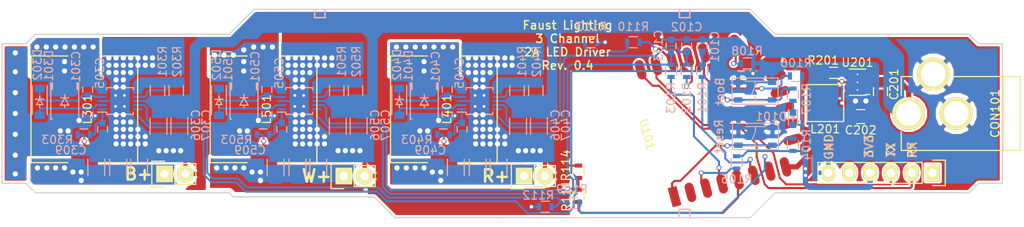
<source format=kicad_pcb>
(kicad_pcb (version 4) (host pcbnew 4.0.0-rc1-stable)
  (layers (0 F.Cu signal) (31 B.Cu signal) (34 B.Paste user) (35 F.Paste user) (36 B.SilkS user) (37 F.SilkS user) (38 B.Mask user) (39 F.Mask user) (44 Edge.Cuts user))
  (net 0 "")
  (net 1 +24V)
  (net 2 BLED-)
  (net 3 BLED+)
  (net 4 BPWM)
  (net 5 BDIM)
  (net 6 3V3)
  (net 7 "Net-(C301-Pad1)")
  (net 8 "Net-(C301-Pad2)")
  (net 9 "Net-(C305-Pad2)")
  (net 10 "Net-(C309-Pad1)")
  (net 11 "Net-(C401-Pad1)")
  (net 12 "Net-(C401-Pad2)")
  (net 13 RLED+)
  (net 14 "Net-(C405-Pad2)")
  (net 15 "Net-(C409-Pad1)")
  (net 16 "Net-(L201-Pad1)")
  (net 17 "Net-(R201-Pad2)")
  (net 18 "Net-(R301-Pad2)")
  (net 19 "Net-(R401-Pad2)")
  (net 20 RPWM)
  (net 21 /Blue_1.5A_Set/Analog_Control)
  (net 22 /Red_1.5A_Set/Analog_Control)
  (net 23 /White_1.5A_Set/Analog_Control)
  (net 24 "Net-(C501-Pad1)")
  (net 25 "Net-(C501-Pad2)")
  (net 26 WLED+)
  (net 27 "Net-(C505-Pad2)")
  (net 28 "Net-(C509-Pad1)")
  (net 29 "Net-(D101-Pad1)")
  (net 30 RDIM)
  (net 31 WDIM)
  (net 32 /RESET)
  (net 33 /ENABLE)
  (net 34 /GPIO2)
  (net 35 /BOOT)
  (net 36 /GPIO15)
  (net 37 "Net-(R501-Pad2)")
  (net 38 "Net-(U101-Pad9)")
  (net 39 "Net-(U101-Pad10)")
  (net 40 "Net-(U101-Pad11)")
  (net 41 "Net-(U101-Pad12)")
  (net 42 "Net-(U101-Pad13)")
  (net 43 "Net-(U101-Pad14)")
  (net 44 /ADC)
  (net 45 /RX)
  (net 46 /TX)
  (net 47 WPWM)
  (net 48 /DTR)
  (net 49 /CTS)
  (net 50 "Net-(R107-Pad2)")
  (net 51 /Blue_1.5A_Set/PWM_Control)
  (net 52 /Red_1.5A_Set/PWM_Control)
  (net 53 /White_1.5A_Set/PWM_Control)
  (module ESP8266:ESP-12E (layer F.Cu) (at 148.005253 111.730451 105)
    (fp_text reference U101 (at 8.19944 -1.273474 285) (layer F.SilkS))
    (fp_text value ESP8266-12E)
    (pad 9 smd oval (at 2.99 15.75 195) (size 2.4 1.1) (layers F.Cu F.Paste F.Mask) (net 38 "Net-(U101-Pad9)"))
    (pad 10 smd oval (at 4.99 15.75 195) (size 2.4 1.1) (layers F.Cu F.Paste F.Mask) (net 39 "Net-(U101-Pad10)"))
    (pad 11 smd oval (at 6.99 15.75 195) (size 2.4 1.1) (layers F.Cu F.Paste F.Mask) (net 40 "Net-(U101-Pad11)"))
    (pad 12 smd oval (at 8.99 15.75 195) (size 2.4 1.1) (layers F.Cu F.Paste F.Mask) (net 41 "Net-(U101-Pad12)"))
    (pad 13 smd oval (at 10.99 15.75 195) (size 2.4 1.1) (layers F.Cu F.Paste F.Mask) (net 42 "Net-(U101-Pad13)"))
    (pad 14 smd oval (at 12.99 15.75 195) (size 2.4 1.1) (layers F.Cu F.Paste F.Mask) (net 43 "Net-(U101-Pad14)"))
    (pad 1 smd rect (at 0 0 105) (size 2.4 1.1) (layers F.Cu F.Paste F.Mask) (net 32 /RESET))
    (pad 2 smd oval (at 0 2 105) (size 2.4 1.1) (layers F.Cu F.Paste F.Mask) (net 44 /ADC))
    (pad 3 smd oval (at 0 4 105) (size 2.4 1.1) (layers F.Cu F.Paste F.Mask) (net 33 /ENABLE))
    (pad 4 smd oval (at 0 6 105) (size 2.4 1.1) (layers F.Cu F.Paste F.Mask) (net 31 WDIM))
    (pad 5 smd oval (at 0 8 105) (size 2.4 1.1) (layers F.Cu F.Paste F.Mask) (net 47 WPWM))
    (pad 6 smd oval (at 0 10 105) (size 2.4 1.1) (layers F.Cu F.Paste F.Mask) (net 5 BDIM))
    (pad 7 smd oval (at 0 12 105) (size 2.4 1.1) (layers F.Cu F.Paste F.Mask) (net 4 BPWM))
    (pad 8 smd oval (at 0 14 105) (size 2.4 1.1) (layers F.Cu F.Paste F.Mask) (net 6 3V3))
    (pad 15 smd oval (at 16 14 105) (size 2.4 1.1) (layers F.Cu F.Paste F.Mask) (net 2 BLED-))
    (pad 16 smd oval (at 16 12 105) (size 2.4 1.1) (layers F.Cu F.Paste F.Mask) (net 36 /GPIO15))
    (pad 17 smd oval (at 16 10 105) (size 2.4 1.1) (layers F.Cu F.Paste F.Mask) (net 34 /GPIO2))
    (pad 18 smd oval (at 16 8 105) (size 2.4 1.1) (layers F.Cu F.Paste F.Mask) (net 35 /BOOT))
    (pad 19 smd oval (at 16 6 105) (size 2.4 1.1) (layers F.Cu F.Paste F.Mask) (net 30 RDIM))
    (pad 20 smd oval (at 16 4 105) (size 2.4 1.1) (layers F.Cu F.Paste F.Mask) (net 20 RPWM))
    (pad 21 smd oval (at 16 2 105) (size 2.4 1.1) (layers F.Cu F.Paste F.Mask) (net 45 /RX))
    (pad 22 smd oval (at 16 0 105) (size 2.4 1.1) (layers F.Cu F.Paste F.Mask) (net 46 /TX))
  )
  (module junes:VIA-0.6mm (layer B.Cu) (at 67.6656 94.2086)
    (fp_text reference REF** hide)
    (fp_text value VIA-0.6mm hide)
    (pad 1 thru_hole circle (at 0 0) (size 0.889 0.889) (drill 0.635) (layers *.Cu) (net 2 BLED-))
  )
  (module junes:VIA-0.6mm (layer B.Cu) (at 67.6656 108.966)
    (fp_text reference REF** hide)
    (fp_text value VIA-0.6mm hide)
    (pad 1 thru_hole circle (at 0 0) (size 0.889 0.889) (drill 0.635) (layers *.Cu) (net 2 BLED-))
  )
  (module junes:VIA-0.6mm (layer B.Cu) (at 67.6656 99.06)
    (fp_text reference REF** hide)
    (fp_text value VIA-0.6mm hide)
    (pad 1 thru_hole circle (at 0 0) (size 0.889 0.889) (drill 0.635) (layers *.Cu) (net 2 BLED-))
  )
  (module junes:VIA-0.6mm (layer B.Cu) (at 67.6656 96.52)
    (fp_text reference REF** hide)
    (fp_text value VIA-0.6mm hide)
    (pad 1 thru_hole circle (at 0 0) (size 0.889 0.889) (drill 0.635) (layers *.Cu) (net 2 BLED-))
  )
  (module junes:VIA-0.6mm (layer B.Cu) (at 67.6656 101.6)
    (fp_text reference REF** hide)
    (fp_text value VIA-0.6mm hide)
    (pad 1 thru_hole circle (at 0 0) (size 0.889 0.889) (drill 0.635) (layers *.Cu) (net 2 BLED-))
  )
  (module junes:VIA-0.6mm (layer B.Cu) (at 67.6656 104.14)
    (fp_text reference REF** hide)
    (fp_text value VIA-0.6mm hide)
    (pad 1 thru_hole circle (at 0 0) (size 0.889 0.889) (drill 0.635) (layers *.Cu) (net 2 BLED-))
  )
  (module junes:VIA-0.6mm (layer B.Cu) (at 67.6656 106.68)
    (fp_text reference REF** hide)
    (fp_text value VIA-0.6mm hide)
    (pad 1 thru_hole circle (at 0 0) (size 0.889 0.889) (drill 0.635) (layers *.Cu) (net 2 BLED-))
  )
  (module junes:VIA-0.6mm (layer B.Cu) (at 171.323 100.076)
    (fp_text reference REF** hide)
    (fp_text value VIA-0.6mm hide)
    (pad 1 thru_hole circle (at 0 0) (size 0.889 0.889) (drill 0.635) (layers *.Cu) (net 2 BLED-))
  )
  (module junes:VIA-0.6mm (layer B.Cu) (at 170.053 100.076)
    (fp_text reference REF** hide)
    (fp_text value VIA-0.6mm hide)
    (pad 1 thru_hole circle (at 0 0) (size 0.889 0.889) (drill 0.635) (layers *.Cu) (net 2 BLED-))
  )
  (module junes:MBH12575C (layer F.Cu) (at 97.917 101.091204 90)
    (fp_text reference L501 (at 0 0.381 90) (layer F.SilkS))
    (fp_text value 47uH hide)
    (pad 2 smd rect (at 5.55 0 90) (size 2.5 3.2) (layers F.Cu F.Paste F.Mask) (net 24 "Net-(C501-Pad1)"))
    (pad 1 smd rect (at -5.55 0 90) (size 2.5 3.2) (layers F.Cu F.Paste F.Mask) (net 26 WLED+))
  )
  (module junes:VIA-0.6mm (layer B.Cu) (at 108.7755 106.133204)
    (fp_text reference REF** hide)
    (fp_text value VIA-0.6mm hide)
    (pad 1 thru_hole circle (at 0 0) (size 0.889 0.889) (drill 0.635) (layers *.Cu) (net 2 BLED-))
  )
  (module junes:VIA-0.6mm (layer B.Cu) (at 109.6645 106.133204)
    (fp_text reference REF** hide)
    (fp_text value VIA-0.6mm hide)
    (pad 1 thru_hole circle (at 0 0) (size 0.889 0.889) (drill 0.635) (layers *.Cu) (net 2 BLED-))
  )
  (module Capacitors_SMD:C_1206 (layer B.Cu) (at 109.502938 103.125958 270)
    (fp_text reference C507 (at -0.104254 -3.273062 270) (layer B.SilkS) (effects (justify mirror)))
    (fp_text value 2.2uF)
    (pad 1 smd rect (at -1.5 0 270) (size 1 1.6) (layers B.Cu B.Paste B.Mask) (net 1 +24V))
    (pad 2 smd rect (at 1.5 0 270) (size 1 1.6) (layers B.Cu B.Paste B.Mask) (net 2 BLED-))
  )
  (module Resistors_SMD:R_0805 (layer B.Cu) (at 106.835938 98.807958 90)
    (fp_text reference R501 (at 3.533254 0.606062 90) (layer B.SilkS) (effects (justify mirror)))
    (fp_text value 0.27)
    (pad 1 smd rect (at -0.95 0 90) (size 0.7 1.3) (layers B.Cu B.Paste B.Mask) (net 1 +24V))
    (pad 2 smd rect (at 0.95 0 90) (size 0.7 1.3) (layers B.Cu B.Paste B.Mask) (net 37 "Net-(R501-Pad2)"))
  )
  (module junes:VIA-0.6mm (layer B.Cu) (at 106.2355 95.719204)
    (fp_text reference REF** hide)
    (fp_text value VIA-0.6mm hide)
    (pad 1 thru_hole circle (at 0 0) (size 0.889 0.889) (drill 0.635) (layers *.Cu) (net 2 BLED-))
  )
  (module junes:TPS92515x (layer B.Cu) (at 102.263938 100.077958)
    (fp_text reference U501 hide)
    (fp_text value TPS92515 hide)
    (pad 1 smd rect (at -2.15 1) (size 1.1 0.25) (layers B.Cu B.Paste B.Mask) (net 28 "Net-(C509-Pad1)"))
    (pad 2 smd rect (at -2.15 0.5) (size 1.1 0.25) (layers B.Cu B.Paste B.Mask) (net 27 "Net-(C505-Pad2)"))
    (pad 3 smd rect (at -2.15 0) (size 1.1 0.25) (layers B.Cu B.Paste B.Mask) (net 2 BLED-))
    (pad 4 smd rect (at -2.15 -0.5) (size 1.1 0.25) (layers B.Cu B.Paste B.Mask) (net 25 "Net-(C501-Pad2)"))
    (pad 5 smd rect (at -2.15 -1) (size 1.1 0.25) (layers B.Cu B.Paste B.Mask) (net 24 "Net-(C501-Pad1)"))
    (pad 6 smd rect (at 2.15 -1) (size 1.1 0.25) (layers B.Cu B.Paste B.Mask) (net 37 "Net-(R501-Pad2)"))
    (pad 7 smd rect (at 2.15 -0.5) (size 1.1 0.25) (layers B.Cu B.Paste B.Mask) (net 37 "Net-(R501-Pad2)"))
    (pad 8 smd rect (at 2.15 0) (size 1.1 0.25) (layers B.Cu B.Paste B.Mask) (net 1 +24V))
    (pad 9 smd rect (at 2.15 0.5) (size 1.1 0.25) (layers B.Cu B.Paste B.Mask) (net 53 /White_1.5A_Set/PWM_Control))
    (pad 10 smd rect (at 2.15 1) (size 1.1 0.25) (layers B.Cu B.Paste B.Mask) (net 23 /White_1.5A_Set/Analog_Control))
    (pad 11 smd rect (at 0 0 270) (size 2 1.73) (layers B.Cu B.Paste B.Mask) (net 2 BLED-))
  )
  (module junes:VIA-0.6mm (layer B.Cu) (at 105.3465 95.719204)
    (fp_text reference REF** hide)
    (fp_text value VIA-0.6mm hide)
    (pad 1 thru_hole circle (at 0 0) (size 0.889 0.889) (drill 0.635) (layers *.Cu) (net 2 BLED-))
  )
  (module junes:VIA-0.6mm (layer B.Cu) (at 106.2355 94.830204)
    (fp_text reference REF** hide)
    (fp_text value VIA-0.6mm hide)
    (pad 1 thru_hole circle (at 0 0) (size 0.889 0.889) (drill 0.635) (layers *.Cu) (net 2 BLED-))
  )
  (module junes:VIA-0.6mm (layer B.Cu) (at 105.3465 94.830204)
    (fp_text reference REF** hide)
    (fp_text value VIA-0.6mm hide)
    (pad 1 thru_hole circle (at 0 0) (size 0.889 0.889) (drill 0.635) (layers *.Cu) (net 2 BLED-))
  )
  (module Resistors_SMD:R_0805 (layer B.Cu) (at 109.121938 98.807958 90)
    (fp_text reference R502 (at 3.533254 0.098062 90) (layer B.SilkS) (effects (justify mirror)))
    (fp_text value 0.27)
    (pad 1 smd rect (at -0.95 0 90) (size 0.7 1.3) (layers B.Cu B.Paste B.Mask) (net 1 +24V))
    (pad 2 smd rect (at 0.95 0 90) (size 0.7 1.3) (layers B.Cu B.Paste B.Mask) (net 37 "Net-(R501-Pad2)"))
  )
  (module junes:VIA-0.6mm (layer B.Cu) (at 96.7105 93.496704 270)
    (fp_text reference REF** hide)
    (fp_text value VIA-0.6mm hide)
    (pad 1 thru_hole circle (at 0 0 270) (size 0.889 0.889) (drill 0.635) (layers *.Cu) (net 24 "Net-(C501-Pad1)"))
  )
  (module junes:VIA-0.6mm (layer B.Cu) (at 95.504 93.853 270)
    (fp_text reference REF** hide)
    (fp_text value VIA-0.6mm hide)
    (pad 1 thru_hole circle (at 0 0 270) (size 0.889 0.889) (drill 0.635) (layers *.Cu) (net 24 "Net-(C501-Pad1)"))
  )
  (module junes:VIA-0.6mm (layer B.Cu) (at 94.234 94.488 270)
    (fp_text reference REF** hide)
    (fp_text value VIA-0.6mm hide)
    (pad 1 thru_hole circle (at 0 0 270) (size 0.889 0.889) (drill 0.635) (layers *.Cu) (net 24 "Net-(C501-Pad1)"))
  )
  (module junes:VIA-0.6mm (layer B.Cu) (at 93.091 94.488 270)
    (fp_text reference REF** hide)
    (fp_text value VIA-0.6mm hide)
    (pad 1 thru_hole circle (at 0 0 270) (size 0.889 0.889) (drill 0.635) (layers *.Cu) (net 24 "Net-(C501-Pad1)"))
  )
  (module junes:VIA-0.6mm (layer B.Cu) (at 91.948 94.488 270)
    (fp_text reference REF** hide)
    (fp_text value VIA-0.6mm hide)
    (pad 1 thru_hole circle (at 0 0 270) (size 0.889 0.889) (drill 0.635) (layers *.Cu) (net 24 "Net-(C501-Pad1)"))
  )
  (module junes:VIA-0.6mm (layer B.Cu) (at 95.504 95.274704)
    (fp_text reference REF** hide)
    (fp_text value VIA-0.6mm hide)
    (pad 1 thru_hole circle (at 0 0) (size 0.889 0.889) (drill 0.635) (layers *.Cu) (net 24 "Net-(C501-Pad1)"))
  )
  (module junes:VIA-0.6mm (layer B.Cu) (at 95.504 96.417704)
    (fp_text reference REF** hide)
    (fp_text value VIA-0.6mm hide)
    (pad 1 thru_hole circle (at 0 0) (size 0.889 0.889) (drill 0.635) (layers *.Cu) (net 24 "Net-(C501-Pad1)"))
  )
  (module junes:VIA-0.6mm (layer B.Cu) (at 98.9965 93.496704 270)
    (fp_text reference REF** hide)
    (fp_text value VIA-0.6mm hide)
    (pad 1 thru_hole circle (at 0 0 270) (size 0.889 0.889) (drill 0.635) (layers *.Cu) (net 24 "Net-(C501-Pad1)"))
  )
  (module junes:VIA-0.6mm (layer B.Cu) (at 97.8535 93.496704 270)
    (fp_text reference REF** hide)
    (fp_text value VIA-0.6mm hide)
    (pad 1 thru_hole circle (at 0 0 270) (size 0.889 0.889) (drill 0.635) (layers *.Cu) (net 24 "Net-(C501-Pad1)"))
  )
  (module junes:VIA-0.6mm (layer B.Cu) (at 101.7905 94.830204)
    (fp_text reference REF** hide)
    (fp_text value VIA-0.6mm hide)
    (pad 1 thru_hole circle (at 0 0) (size 0.889 0.889) (drill 0.635) (layers *.Cu) (net 2 BLED-))
  )
  (module junes:VIA-0.6mm (layer B.Cu) (at 101.7905 96.608204)
    (fp_text reference REF** hide)
    (fp_text value VIA-0.6mm hide)
    (pad 1 thru_hole circle (at 0 0) (size 0.889 0.889) (drill 0.635) (layers *.Cu) (net 2 BLED-))
  )
  (module junes:VIA-0.6mm (layer B.Cu) (at 100.9015 96.608204)
    (fp_text reference REF** hide)
    (fp_text value VIA-0.6mm hide)
    (pad 1 thru_hole circle (at 0 0) (size 0.889 0.889) (drill 0.635) (layers *.Cu) (net 2 BLED-))
  )
  (module junes:VIA-0.6mm (layer B.Cu) (at 101.7905 95.719204)
    (fp_text reference REF** hide)
    (fp_text value VIA-0.6mm hide)
    (pad 1 thru_hole circle (at 0 0) (size 0.889 0.889) (drill 0.635) (layers *.Cu) (net 2 BLED-))
  )
  (module junes:VIA-0.6mm (layer B.Cu) (at 100.9015 94.830204)
    (fp_text reference REF** hide)
    (fp_text value VIA-0.6mm hide)
    (pad 1 thru_hole circle (at 0 0) (size 0.889 0.889) (drill 0.635) (layers *.Cu) (net 2 BLED-))
  )
  (module junes:VIA-0.6mm (layer B.Cu) (at 100.9015 95.719204)
    (fp_text reference REF** hide)
    (fp_text value VIA-0.6mm hide)
    (pad 1 thru_hole circle (at 0 0) (size 0.889 0.889) (drill 0.635) (layers *.Cu) (net 2 BLED-))
  )
  (module junes:VIA-0.6mm (layer B.Cu) (at 105.3465 104.418704)
    (fp_text reference REF** hide)
    (fp_text value VIA-0.6mm hide)
    (pad 1 thru_hole circle (at 0 0) (size 0.889 0.889) (drill 0.635) (layers *.Cu) (net 2 BLED-))
  )
  (module junes:VIA-0.6mm (layer B.Cu) (at 107.8865 106.133204)
    (fp_text reference REF** hide)
    (fp_text value VIA-0.6mm hide)
    (pad 1 thru_hole circle (at 0 0) (size 0.889 0.889) (drill 0.635) (layers *.Cu) (net 2 BLED-))
  )
  (module junes:VIA-0.6mm (layer B.Cu) (at 106.9975 106.133204)
    (fp_text reference REF** hide)
    (fp_text value VIA-0.6mm hide)
    (pad 1 thru_hole circle (at 0 0) (size 0.889 0.889) (drill 0.635) (layers *.Cu) (net 2 BLED-))
  )
  (module Capacitors_SMD:C_1206 (layer B.Cu) (at 106.962938 103.149958 270)
    (fp_text reference C506 (at -0.128254 -4.543062 270) (layer B.SilkS) (effects (justify mirror)))
    (fp_text value 2.2uF)
    (pad 1 smd rect (at -1.5 0 270) (size 1 1.6) (layers B.Cu B.Paste B.Mask) (net 1 +24V))
    (pad 2 smd rect (at 1.5 0 270) (size 1 1.6) (layers B.Cu B.Paste B.Mask) (net 2 BLED-))
  )
  (module junes:VIA-0.6mm (layer B.Cu) (at 105.3465 105.307704)
    (fp_text reference REF** hide)
    (fp_text value VIA-0.6mm hide)
    (pad 1 thru_hole circle (at 0 0) (size 0.889 0.889) (drill 0.635) (layers *.Cu) (net 2 BLED-))
  )
  (module junes:VIA-0.6mm (layer B.Cu) (at 102.6795 96.608204)
    (fp_text reference REF** hide)
    (fp_text value VIA-0.6mm hide)
    (pad 1 thru_hole circle (at 0 0) (size 0.889 0.889) (drill 0.635) (layers *.Cu) (net 2 BLED-))
  )
  (module junes:VIA-0.6mm (layer B.Cu) (at 102.6795 94.830204)
    (fp_text reference REF** hide)
    (fp_text value VIA-0.6mm hide)
    (pad 1 thru_hole circle (at 0 0) (size 0.889 0.889) (drill 0.635) (layers *.Cu) (net 2 BLED-))
  )
  (module junes:VIA-0.6mm (layer B.Cu) (at 102.6795 95.719204)
    (fp_text reference REF** hide)
    (fp_text value VIA-0.6mm hide)
    (pad 1 thru_hole circle (at 0 0) (size 0.889 0.889) (drill 0.635) (layers *.Cu) (net 2 BLED-))
  )
  (module junes:VIA-0.6mm (layer B.Cu) (at 103.5685 96.608204)
    (fp_text reference REF** hide)
    (fp_text value VIA-0.6mm hide)
    (pad 1 thru_hole circle (at 0 0) (size 0.889 0.889) (drill 0.635) (layers *.Cu) (net 2 BLED-))
  )
  (module junes:VIA-0.6mm (layer B.Cu) (at 103.5685 94.830204)
    (fp_text reference REF** hide)
    (fp_text value VIA-0.6mm hide)
    (pad 1 thru_hole circle (at 0 0) (size 0.889 0.889) (drill 0.635) (layers *.Cu) (net 2 BLED-))
  )
  (module junes:VIA-0.6mm (layer B.Cu) (at 103.5685 95.719204)
    (fp_text reference REF** hide)
    (fp_text value VIA-0.6mm hide)
    (pad 1 thru_hole circle (at 0 0) (size 0.889 0.889) (drill 0.635) (layers *.Cu) (net 2 BLED-))
  )
  (module junes:VIA-0.6mm (layer B.Cu) (at 104.4575 94.830204)
    (fp_text reference REF** hide)
    (fp_text value VIA-0.6mm hide)
    (pad 1 thru_hole circle (at 0 0) (size 0.889 0.889) (drill 0.635) (layers *.Cu) (net 2 BLED-))
  )
  (module junes:VIA-0.6mm (layer B.Cu) (at 104.4575 95.719204)
    (fp_text reference REF** hide)
    (fp_text value VIA-0.6mm hide)
    (pad 1 thru_hole circle (at 0 0) (size 0.889 0.889) (drill 0.635) (layers *.Cu) (net 2 BLED-))
  )
  (module junes:VIA-0.6mm (layer B.Cu) (at 103.5685 104.418704)
    (fp_text reference REF** hide)
    (fp_text value VIA-0.6mm hide)
    (pad 1 thru_hole circle (at 0 0) (size 0.889 0.889) (drill 0.635) (layers *.Cu) (net 2 BLED-))
  )
  (module junes:VIA-0.6mm (layer B.Cu) (at 102.6795 105.307704)
    (fp_text reference REF** hide)
    (fp_text value VIA-0.6mm hide)
    (pad 1 thru_hole circle (at 0 0) (size 0.889 0.889) (drill 0.635) (layers *.Cu) (net 2 BLED-))
  )
  (module junes:VIA-0.6mm (layer B.Cu) (at 103.5685 105.307704)
    (fp_text reference REF** hide)
    (fp_text value VIA-0.6mm hide)
    (pad 1 thru_hole circle (at 0 0) (size 0.889 0.889) (drill 0.635) (layers *.Cu) (net 2 BLED-))
  )
  (module junes:VIA-0.6mm (layer B.Cu) (at 104.4575 105.307704)
    (fp_text reference REF** hide)
    (fp_text value VIA-0.6mm hide)
    (pad 1 thru_hole circle (at 0 0) (size 0.889 0.889) (drill 0.635) (layers *.Cu) (net 2 BLED-))
  )
  (module junes:VIA-0.6mm (layer B.Cu) (at 97.536 108.736704)
    (fp_text reference REF** hide)
    (fp_text value VIA-0.6mm hide)
    (pad 1 thru_hole circle (at 0 0) (size 0.889 0.889) (drill 0.635) (layers *.Cu) (net 26 WLED+))
  )
  (module junes:VIA-0.6mm (layer B.Cu) (at 97.536 109.752704)
    (fp_text reference REF** hide)
    (fp_text value VIA-0.6mm hide)
    (pad 1 thru_hole circle (at 0 0) (size 0.889 0.889) (drill 0.635) (layers *.Cu) (net 26 WLED+))
  )
  (module Capacitors_SMD:C_1206 (layer B.Cu) (at 104.5845 108.165204 90)
    (fp_text reference C504 hide)
    (fp_text value 2.2uF)
    (pad 1 smd rect (at -1.5 0 90) (size 1 1.6) (layers B.Cu B.Paste B.Mask) (net 26 WLED+))
    (pad 2 smd rect (at 1.5 0 90) (size 1 1.6) (layers B.Cu B.Paste B.Mask) (net 2 BLED-))
  )
  (module Capacitors_SMD:C_1206 (layer B.Cu) (at 99.3775 108.165204 90)
    (fp_text reference C502 hide)
    (fp_text value 2.2uF)
    (pad 1 smd rect (at -1.5 0 90) (size 1 1.6) (layers B.Cu B.Paste B.Mask) (net 26 WLED+))
    (pad 2 smd rect (at 1.5 0 90) (size 1 1.6) (layers B.Cu B.Paste B.Mask) (net 2 BLED-))
  )
  (module Capacitors_SMD:C_1206 (layer B.Cu) (at 102.0445 108.165204 90)
    (fp_text reference C503 hide)
    (fp_text value 2.2uF)
    (pad 1 smd rect (at -1.5 0 90) (size 1 1.6) (layers B.Cu B.Paste B.Mask) (net 26 WLED+))
    (pad 2 smd rect (at 1.5 0 90) (size 1 1.6) (layers B.Cu B.Paste B.Mask) (net 2 BLED-))
  )
  (module junes:VIA-0.6mm (layer B.Cu) (at 103.5685 102.640704)
    (fp_text reference REF** hide)
    (fp_text value VIA-0.6mm hide)
    (pad 1 thru_hole circle (at 0 0) (size 0.889 0.889) (drill 0.635) (layers *.Cu) (net 2 BLED-))
  )
  (module junes:VIA-0.6mm (layer B.Cu) (at 102.6795 102.640704)
    (fp_text reference REF** hide)
    (fp_text value VIA-0.6mm hide)
    (pad 1 thru_hole circle (at 0 0) (size 0.889 0.889) (drill 0.635) (layers *.Cu) (net 2 BLED-))
  )
  (module junes:VIA-0.6mm (layer B.Cu) (at 101.7905 101.751704)
    (fp_text reference REF** hide)
    (fp_text value VIA-0.6mm hide)
    (pad 1 thru_hole circle (at 0 0) (size 0.889 0.889) (drill 0.635) (layers *.Cu) (net 2 BLED-))
  )
  (module junes:VIA-0.6mm (layer B.Cu) (at 102.6795 101.751704)
    (fp_text reference REF** hide)
    (fp_text value VIA-0.6mm hide)
    (pad 1 thru_hole circle (at 0 0) (size 0.889 0.889) (drill 0.635) (layers *.Cu) (net 2 BLED-))
  )
  (module junes:VIA-0.6mm (layer B.Cu) (at 101.727 100.735704)
    (fp_text reference REF** hide)
    (fp_text value VIA-0.6mm hide)
    (pad 1 thru_hole circle (at 0 0) (size 0.635 0.635) (drill 0.3302) (layers *.Cu) (net 2 BLED-))
  )
  (module junes:VIA-0.6mm (layer B.Cu) (at 102.8065 100.735704)
    (fp_text reference REF** hide)
    (fp_text value VIA-0.6mm hide)
    (pad 1 thru_hole circle (at 0 0) (size 0.635 0.635) (drill 0.3302) (layers *.Cu) (net 2 BLED-))
  )
  (module junes:VIA-0.6mm (layer B.Cu) (at 101.7905 102.640704)
    (fp_text reference REF** hide)
    (fp_text value VIA-0.6mm hide)
    (pad 1 thru_hole circle (at 0 0) (size 0.889 0.889) (drill 0.635) (layers *.Cu) (net 2 BLED-))
  )
  (module junes:VIA-0.6mm (layer B.Cu) (at 102.6795 104.418704)
    (fp_text reference REF** hide)
    (fp_text value VIA-0.6mm hide)
    (pad 1 thru_hole circle (at 0 0) (size 0.889 0.889) (drill 0.635) (layers *.Cu) (net 2 BLED-))
  )
  (module junes:VIA-0.6mm (layer B.Cu) (at 102.6795 103.529704)
    (fp_text reference REF** hide)
    (fp_text value VIA-0.6mm hide)
    (pad 1 thru_hole circle (at 0 0) (size 0.889 0.889) (drill 0.635) (layers *.Cu) (net 2 BLED-))
  )
  (module junes:VIA-0.6mm (layer B.Cu) (at 103.5685 103.529704)
    (fp_text reference REF** hide)
    (fp_text value VIA-0.6mm hide)
    (pad 1 thru_hole circle (at 0 0) (size 0.889 0.889) (drill 0.635) (layers *.Cu) (net 2 BLED-))
  )
  (module junes:VIA-0.6mm (layer B.Cu) (at 104.4575 104.418704)
    (fp_text reference REF** hide)
    (fp_text value VIA-0.6mm hide)
    (pad 1 thru_hole circle (at 0 0) (size 0.889 0.889) (drill 0.635) (layers *.Cu) (net 2 BLED-))
  )
  (module junes:VIA-0.6mm (layer B.Cu) (at 104.4575 103.529704)
    (fp_text reference REF** hide)
    (fp_text value VIA-0.6mm hide)
    (pad 1 thru_hole circle (at 0 0) (size 0.889 0.889) (drill 0.635) (layers *.Cu) (net 2 BLED-))
  )
  (module junes:VIA-0.6mm (layer B.Cu) (at 101.727 99.402204)
    (fp_text reference REF** hide)
    (fp_text value VIA-0.6mm hide)
    (pad 1 thru_hole circle (at 0 0) (size 0.635 0.635) (drill 0.3302) (layers *.Cu) (net 2 BLED-))
  )
  (module junes:VIA-0.6mm (layer B.Cu) (at 101.7905 98.386204)
    (fp_text reference REF** hide)
    (fp_text value VIA-0.6mm hide)
    (pad 1 thru_hole circle (at 0 0) (size 0.889 0.889) (drill 0.635) (layers *.Cu) (net 2 BLED-))
  )
  (module junes:VIA-0.6mm (layer B.Cu) (at 102.8065 99.402204)
    (fp_text reference REF** hide)
    (fp_text value VIA-0.6mm hide)
    (pad 1 thru_hole circle (at 0 0) (size 0.635 0.635) (drill 0.3302) (layers *.Cu) (net 2 BLED-))
  )
  (module junes:VIA-0.6mm (layer B.Cu) (at 102.6795 98.386204)
    (fp_text reference REF** hide)
    (fp_text value VIA-0.6mm hide)
    (pad 1 thru_hole circle (at 0 0) (size 0.889 0.889) (drill 0.635) (layers *.Cu) (net 2 BLED-))
  )
  (module junes:VIA-0.6mm (layer B.Cu) (at 102.6795 97.497204)
    (fp_text reference REF** hide)
    (fp_text value VIA-0.6mm hide)
    (pad 1 thru_hole circle (at 0 0) (size 0.889 0.889) (drill 0.635) (layers *.Cu) (net 2 BLED-))
  )
  (module junes:VIA-0.6mm (layer B.Cu) (at 101.7905 97.497204)
    (fp_text reference REF** hide)
    (fp_text value VIA-0.6mm hide)
    (pad 1 thru_hole circle (at 0 0) (size 0.889 0.889) (drill 0.635) (layers *.Cu) (net 2 BLED-))
  )
  (module Capacitors_SMD:C_0603 (layer B.Cu) (at 100.1395 103.517704 270)
    (fp_text reference C509 (at 2.552 3.8735 540) (layer B.SilkS) (effects (justify mirror)))
    (fp_text value 470pF)
    (pad 1 smd rect (at -0.75 0 270) (size 0.8 0.75) (layers B.Cu B.Paste B.Mask) (net 28 "Net-(C509-Pad1)"))
    (pad 2 smd rect (at 0.75 0 270) (size 0.8 0.75) (layers B.Cu B.Paste B.Mask) (net 2 BLED-))
  )
  (module Resistors_SMD:R_0603 (layer B.Cu) (at 97.8655 104.164704 180)
    (fp_text reference R503 (at 3.2505 -0.635 180) (layer B.SilkS) (effects (justify mirror)))
    (fp_text value 48.7k)
    (pad 1 smd rect (at -0.75 0 180) (size 0.5 0.9) (layers B.Cu B.Paste B.Mask) (net 28 "Net-(C509-Pad1)"))
    (pad 2 smd rect (at 0.75 0 180) (size 0.5 0.9) (layers B.Cu B.Paste B.Mask) (net 26 WLED+))
  )
  (module junes:VIA-0.6mm (layer B.Cu) (at 101.7905 105.307704)
    (fp_text reference REF** hide)
    (fp_text value VIA-0.6mm hide)
    (pad 1 thru_hole circle (at 0 0) (size 0.889 0.889) (drill 0.635) (layers *.Cu) (net 2 BLED-))
  )
  (module junes:VIA-0.6mm (layer B.Cu) (at 101.7905 104.418704)
    (fp_text reference REF** hide)
    (fp_text value VIA-0.6mm hide)
    (pad 1 thru_hole circle (at 0 0) (size 0.889 0.889) (drill 0.635) (layers *.Cu) (net 2 BLED-))
  )
  (module junes:VIA-0.6mm (layer B.Cu) (at 101.7905 103.529704)
    (fp_text reference REF** hide)
    (fp_text value VIA-0.6mm hide)
    (pad 1 thru_hole circle (at 0 0) (size 0.889 0.889) (drill 0.635) (layers *.Cu) (net 2 BLED-))
  )
  (module junes:VIA-0.6mm (layer B.Cu) (at 99.2505 101.878704)
    (fp_text reference REF** hide)
    (fp_text value VIA-0.6mm hide)
    (pad 1 thru_hole circle (at 0 0) (size 0.635 0.635) (drill 0.3302) (layers *.Cu) (net 2 BLED-))
  )
  (module junes:VIA-0.6mm (layer B.Cu) (at 93.345 108.228704)
    (fp_text reference REF** hide)
    (fp_text value VIA-0.6mm hide)
    (pad 1 thru_hole circle (at 0 0) (size 0.889 0.889) (drill 0.635) (layers *.Cu) (net 26 WLED+))
  )
  (module junes:VIA-0.6mm (layer B.Cu) (at 92.202 108.228704)
    (fp_text reference REF** hide)
    (fp_text value VIA-0.6mm hide)
    (pad 1 thru_hole circle (at 0 0) (size 0.889 0.889) (drill 0.635) (layers *.Cu) (net 26 WLED+))
  )
  (module junes:VIA-0.6mm (layer B.Cu) (at 94.4245 108.228704)
    (fp_text reference REF** hide)
    (fp_text value VIA-0.6mm hide)
    (pad 1 thru_hole circle (at 0 0) (size 0.889 0.889) (drill 0.635) (layers *.Cu) (net 26 WLED+))
  )
  (module junes:VIA-0.6mm (layer B.Cu) (at 95.504 108.228704)
    (fp_text reference REF** hide)
    (fp_text value VIA-0.6mm hide)
    (pad 1 thru_hole circle (at 0 0) (size 0.889 0.889) (drill 0.635) (layers *.Cu) (net 26 WLED+))
  )
  (module junes:VIA-0.6mm (layer B.Cu) (at 94.996 103.720204)
    (fp_text reference REF** hide)
    (fp_text value VIA-0.6mm hide)
    (pad 1 thru_hole circle (at 0 0) (size 0.889 0.889) (drill 0.635) (layers *.Cu) (net 2 BLED-))
  )
  (module junes:VIA-0.6mm (layer B.Cu) (at 95.9485 103.720204)
    (fp_text reference REF** hide)
    (fp_text value VIA-0.6mm hide)
    (pad 1 thru_hole circle (at 0 0) (size 0.889 0.889) (drill 0.635) (layers *.Cu) (net 2 BLED-))
  )
  (module junes:VIA-0.6mm (layer B.Cu) (at 96.52 108.736704)
    (fp_text reference REF** hide)
    (fp_text value VIA-0.6mm hide)
    (pad 1 thru_hole circle (at 0 0) (size 0.889 0.889) (drill 0.635) (layers *.Cu) (net 26 WLED+))
  )
  (module Capacitors_SMD:C_0603 (layer B.Cu) (at 98.326938 98.680958 270)
    (fp_text reference C501 (at -2.771254 1.425938 270) (layer B.SilkS) (effects (justify mirror)))
    (fp_text value 0.1uF)
    (pad 1 smd rect (at -0.75 0 270) (size 0.8 0.75) (layers B.Cu B.Paste B.Mask) (net 24 "Net-(C501-Pad1)"))
    (pad 2 smd rect (at 0.75 0 270) (size 0.8 0.75) (layers B.Cu B.Paste B.Mask) (net 25 "Net-(C501-Pad2)"))
  )
  (module Diodes_SMD:SOD-128-2 (layer B.Cu) (at 95.532938 100.077958 270)
    (fp_text reference D501 (at -4.295254 1.933938 270) (layer B.SilkS) (effects (justify mirror)))
    (fp_text value "100V 3A" hide)
    (pad 2 smd rect (at 2.2 0 270) (size 1.4 2.1) (layers B.Cu B.Paste B.Mask) (net 2 BLED-))
    (pad 1 smd rect (at -2.2 0 270) (size 1.4 2.1) (layers B.Cu B.Paste B.Mask) (net 24 "Net-(C501-Pad1)"))
  )
  (module junes:VIA-0.6mm (layer B.Cu) (at 97.282 102.450204)
    (fp_text reference REF** hide)
    (fp_text value VIA-0.6mm hide)
    (pad 1 thru_hole circle (at 0 0) (size 0.889 0.889) (drill 0.635) (layers *.Cu) (net 2 BLED-))
  )
  (module Capacitors_SMD:C_0603 (layer B.Cu) (at 98.326938 101.728958 90)
    (fp_text reference C505 (at 5.057254 1.495062 90) (layer B.SilkS) (effects (justify mirror)))
    (fp_text value 1uF)
    (pad 1 smd rect (at -0.75 0 90) (size 0.8 0.75) (layers B.Cu B.Paste B.Mask) (net 2 BLED-))
    (pad 2 smd rect (at 0.75 0 90) (size 0.8 0.75) (layers B.Cu B.Paste B.Mask) (net 27 "Net-(C505-Pad2)"))
  )
  (module Diodes_SMD:SOD-123 (layer B.Cu) (at 92.484938 100.188958 270)
    (fp_text reference D502 (at -4.533254 0.282938 270) (layer B.SilkS) (effects (justify mirror)))
    (fp_text value "100V 200mA")
    (pad 1 smd rect (at -1.635 0 270) (size 0.91 1.22) (layers B.Cu B.Paste B.Mask) (net 25 "Net-(C501-Pad2)"))
    (pad 2 smd rect (at 1.635 0 270) (size 0.91 1.22) (layers B.Cu B.Paste B.Mask) (net 27 "Net-(C505-Pad2)"))
  )
  (module junes:VIA-0.6mm (layer B.Cu) (at 72.5805 93.496704 270)
    (fp_text reference REF** hide)
    (fp_text value VIA-0.6mm hide)
    (pad 1 thru_hole circle (at 0 0 270) (size 0.889 0.889) (drill 0.635) (layers *.Cu) (net 7 "Net-(C301-Pad1)"))
  )
  (module junes:VIA-0.6mm (layer B.Cu) (at 71.4375 93.496704 270)
    (fp_text reference REF** hide)
    (fp_text value VIA-0.6mm hide)
    (pad 1 thru_hole circle (at 0 0 270) (size 0.889 0.889) (drill 0.635) (layers *.Cu) (net 7 "Net-(C301-Pad1)"))
  )
  (module junes:VIA-0.6mm (layer B.Cu) (at 73.7235 93.496704 270)
    (fp_text reference REF** hide)
    (fp_text value VIA-0.6mm hide)
    (pad 1 thru_hole circle (at 0 0 270) (size 0.889 0.889) (drill 0.635) (layers *.Cu) (net 7 "Net-(C301-Pad1)"))
  )
  (module junes:VIA-0.6mm (layer B.Cu) (at 74.8665 93.496704 270)
    (fp_text reference REF** hide)
    (fp_text value VIA-0.6mm hide)
    (pad 1 thru_hole circle (at 0 0 270) (size 0.889 0.889) (drill 0.635) (layers *.Cu) (net 7 "Net-(C301-Pad1)"))
  )
  (module junes:VIA-0.6mm (layer B.Cu) (at 76.0095 93.496704 270)
    (fp_text reference REF** hide)
    (fp_text value VIA-0.6mm hide)
    (pad 1 thru_hole circle (at 0 0 270) (size 0.889 0.889) (drill 0.635) (layers *.Cu) (net 7 "Net-(C301-Pad1)"))
  )
  (module junes:VIA-0.6mm (layer B.Cu) (at 77.1525 93.496704 270)
    (fp_text reference REF** hide)
    (fp_text value VIA-0.6mm hide)
    (pad 1 thru_hole circle (at 0 0 270) (size 0.889 0.889) (drill 0.635) (layers *.Cu) (net 7 "Net-(C301-Pad1)"))
  )
  (module junes:MBH12575C (layer F.Cu) (at 119.888 101.091204 90)
    (fp_text reference L401 (at -0.000796 0.381 90) (layer F.SilkS))
    (fp_text value 47uH hide)
    (pad 2 smd rect (at 5.55 0 90) (size 2.5 3.2) (layers F.Cu F.Paste F.Mask) (net 11 "Net-(C401-Pad1)"))
    (pad 1 smd rect (at -5.55 0 90) (size 2.5 3.2) (layers F.Cu F.Paste F.Mask) (net 13 RLED+))
  )
  (module junes:VIA-0.6mm (layer B.Cu) (at 119.8245 93.496704 270)
    (fp_text reference REF** hide)
    (fp_text value VIA-0.6mm hide)
    (pad 1 thru_hole circle (at 0 0 270) (size 0.889 0.889) (drill 0.635) (layers *.Cu) (net 11 "Net-(C401-Pad1)"))
  )
  (module junes:VIA-0.6mm (layer B.Cu) (at 120.9675 93.496704 270)
    (fp_text reference REF** hide)
    (fp_text value VIA-0.6mm hide)
    (pad 1 thru_hole circle (at 0 0 270) (size 0.889 0.889) (drill 0.635) (layers *.Cu) (net 11 "Net-(C401-Pad1)"))
  )
  (module junes:VIA-0.6mm (layer B.Cu) (at 122.8725 95.719204)
    (fp_text reference REF** hide)
    (fp_text value VIA-0.6mm hide)
    (pad 1 thru_hole circle (at 0 0) (size 0.889 0.889) (drill 0.635) (layers *.Cu) (net 2 BLED-))
  )
  (module junes:VIA-0.6mm (layer B.Cu) (at 122.8725 94.830204)
    (fp_text reference REF** hide)
    (fp_text value VIA-0.6mm hide)
    (pad 1 thru_hole circle (at 0 0) (size 0.889 0.889) (drill 0.635) (layers *.Cu) (net 2 BLED-))
  )
  (module junes:VIA-0.6mm (layer B.Cu) (at 117.5385 93.496704 270)
    (fp_text reference REF** hide)
    (fp_text value VIA-0.6mm hide)
    (pad 1 thru_hole circle (at 0 0 270) (size 0.889 0.889) (drill 0.635) (layers *.Cu) (net 11 "Net-(C401-Pad1)"))
  )
  (module junes:VIA-0.6mm (layer B.Cu) (at 118.6815 93.496704 270)
    (fp_text reference REF** hide)
    (fp_text value VIA-0.6mm hide)
    (pad 1 thru_hole circle (at 0 0 270) (size 0.889 0.889) (drill 0.635) (layers *.Cu) (net 11 "Net-(C401-Pad1)"))
  )
  (module junes:VIA-0.6mm (layer B.Cu) (at 117.475 95.274704)
    (fp_text reference REF** hide)
    (fp_text value VIA-0.6mm hide)
    (pad 1 thru_hole circle (at 0 0) (size 0.889 0.889) (drill 0.635) (layers *.Cu) (net 11 "Net-(C401-Pad1)"))
  )
  (module junes:VIA-0.6mm (layer B.Cu) (at 116.3955 93.496704 270)
    (fp_text reference REF** hide)
    (fp_text value VIA-0.6mm hide)
    (pad 1 thru_hole circle (at 0 0 270) (size 0.889 0.889) (drill 0.635) (layers *.Cu) (net 11 "Net-(C401-Pad1)"))
  )
  (module junes:VIA-0.6mm (layer B.Cu) (at 114.1095 93.496704 270)
    (fp_text reference REF** hide)
    (fp_text value VIA-0.6mm hide)
    (pad 1 thru_hole circle (at 0 0 270) (size 0.889 0.889) (drill 0.635) (layers *.Cu) (net 11 "Net-(C401-Pad1)"))
  )
  (module junes:VIA-0.6mm (layer B.Cu) (at 115.2525 93.496704 270)
    (fp_text reference REF** hide)
    (fp_text value VIA-0.6mm hide)
    (pad 1 thru_hole circle (at 0 0 270) (size 0.889 0.889) (drill 0.635) (layers *.Cu) (net 11 "Net-(C401-Pad1)"))
  )
  (module junes:VIA-0.6mm (layer B.Cu) (at 117.475 96.417704)
    (fp_text reference REF** hide)
    (fp_text value VIA-0.6mm hide)
    (pad 1 thru_hole circle (at 0 0) (size 0.889 0.889) (drill 0.635) (layers *.Cu) (net 11 "Net-(C401-Pad1)"))
  )
  (module junes:VIA-0.6mm (layer B.Cu) (at 123.7615 95.719204)
    (fp_text reference REF** hide)
    (fp_text value VIA-0.6mm hide)
    (pad 1 thru_hole circle (at 0 0) (size 0.889 0.889) (drill 0.635) (layers *.Cu) (net 2 BLED-))
  )
  (module junes:VIA-0.6mm (layer B.Cu) (at 123.7615 94.830204)
    (fp_text reference REF** hide)
    (fp_text value VIA-0.6mm hide)
    (pad 1 thru_hole circle (at 0 0) (size 0.889 0.889) (drill 0.635) (layers *.Cu) (net 2 BLED-))
  )
  (module junes:VIA-0.6mm (layer B.Cu) (at 124.6505 95.719204)
    (fp_text reference REF** hide)
    (fp_text value VIA-0.6mm hide)
    (pad 1 thru_hole circle (at 0 0) (size 0.889 0.889) (drill 0.635) (layers *.Cu) (net 2 BLED-))
  )
  (module junes:VIA-0.6mm (layer B.Cu) (at 124.6505 94.830204)
    (fp_text reference REF** hide)
    (fp_text value VIA-0.6mm hide)
    (pad 1 thru_hole circle (at 0 0) (size 0.889 0.889) (drill 0.635) (layers *.Cu) (net 2 BLED-))
  )
  (module junes:VIA-0.6mm (layer B.Cu) (at 126.4285 94.830204)
    (fp_text reference REF** hide)
    (fp_text value VIA-0.6mm hide)
    (pad 1 thru_hole circle (at 0 0) (size 0.889 0.889) (drill 0.635) (layers *.Cu) (net 2 BLED-))
  )
  (module junes:VIA-0.6mm (layer B.Cu) (at 127.3175 94.830204)
    (fp_text reference REF** hide)
    (fp_text value VIA-0.6mm hide)
    (pad 1 thru_hole circle (at 0 0) (size 0.889 0.889) (drill 0.635) (layers *.Cu) (net 2 BLED-))
  )
  (module junes:VIA-0.6mm (layer B.Cu) (at 128.2065 94.830204)
    (fp_text reference REF** hide)
    (fp_text value VIA-0.6mm hide)
    (pad 1 thru_hole circle (at 0 0) (size 0.889 0.889) (drill 0.635) (layers *.Cu) (net 2 BLED-))
  )
  (module junes:VIA-0.6mm (layer B.Cu) (at 125.5395 95.719204)
    (fp_text reference REF** hide)
    (fp_text value VIA-0.6mm hide)
    (pad 1 thru_hole circle (at 0 0) (size 0.889 0.889) (drill 0.635) (layers *.Cu) (net 2 BLED-))
  )
  (module junes:VIA-0.6mm (layer B.Cu) (at 125.5395 94.830204)
    (fp_text reference REF** hide)
    (fp_text value VIA-0.6mm hide)
    (pad 1 thru_hole circle (at 0 0) (size 0.889 0.889) (drill 0.635) (layers *.Cu) (net 2 BLED-))
  )
  (module junes:VIA-0.6mm (layer B.Cu) (at 126.4285 95.719204)
    (fp_text reference REF** hide)
    (fp_text value VIA-0.6mm hide)
    (pad 1 thru_hole circle (at 0 0) (size 0.889 0.889) (drill 0.635) (layers *.Cu) (net 2 BLED-))
  )
  (module junes:VIA-0.6mm (layer B.Cu) (at 127.3175 95.719204)
    (fp_text reference REF** hide)
    (fp_text value VIA-0.6mm hide)
    (pad 1 thru_hole circle (at 0 0) (size 0.889 0.889) (drill 0.635) (layers *.Cu) (net 2 BLED-))
  )
  (module junes:VIA-0.6mm (layer B.Cu) (at 128.2065 95.719204)
    (fp_text reference REF** hide)
    (fp_text value VIA-0.6mm hide)
    (pad 1 thru_hole circle (at 0 0) (size 0.889 0.889) (drill 0.635) (layers *.Cu) (net 2 BLED-))
  )
  (module junes:VIA-0.6mm (layer B.Cu) (at 122.8725 96.608204)
    (fp_text reference REF** hide)
    (fp_text value VIA-0.6mm hide)
    (pad 1 thru_hole circle (at 0 0) (size 0.889 0.889) (drill 0.635) (layers *.Cu) (net 2 BLED-))
  )
  (module junes:VIA-0.6mm (layer B.Cu) (at 125.5395 96.608204)
    (fp_text reference REF** hide)
    (fp_text value VIA-0.6mm hide)
    (pad 1 thru_hole circle (at 0 0) (size 0.889 0.889) (drill 0.635) (layers *.Cu) (net 2 BLED-))
  )
  (module junes:VIA-0.6mm (layer B.Cu) (at 123.7615 96.608204)
    (fp_text reference REF** hide)
    (fp_text value VIA-0.6mm hide)
    (pad 1 thru_hole circle (at 0 0) (size 0.889 0.889) (drill 0.635) (layers *.Cu) (net 2 BLED-))
  )
  (module junes:VIA-0.6mm (layer B.Cu) (at 124.6505 96.608204)
    (fp_text reference REF** hide)
    (fp_text value VIA-0.6mm hide)
    (pad 1 thru_hole circle (at 0 0) (size 0.889 0.889) (drill 0.635) (layers *.Cu) (net 2 BLED-))
  )
  (module junes:VIA-0.6mm (layer B.Cu) (at 123.7615 97.497204)
    (fp_text reference REF** hide)
    (fp_text value VIA-0.6mm hide)
    (pad 1 thru_hole circle (at 0 0) (size 0.889 0.889) (drill 0.635) (layers *.Cu) (net 2 BLED-))
  )
  (module junes:VIA-0.6mm (layer B.Cu) (at 124.6505 97.497204)
    (fp_text reference REF** hide)
    (fp_text value VIA-0.6mm hide)
    (pad 1 thru_hole circle (at 0 0) (size 0.889 0.889) (drill 0.635) (layers *.Cu) (net 2 BLED-))
  )
  (module junes:VIA-0.6mm (layer B.Cu) (at 124.6505 98.386204)
    (fp_text reference REF** hide)
    (fp_text value VIA-0.6mm hide)
    (pad 1 thru_hole circle (at 0 0) (size 0.889 0.889) (drill 0.635) (layers *.Cu) (net 2 BLED-))
  )
  (module junes:VIA-0.6mm (layer B.Cu) (at 123.7615 98.386204)
    (fp_text reference REF** hide)
    (fp_text value VIA-0.6mm hide)
    (pad 1 thru_hole circle (at 0 0) (size 0.889 0.889) (drill 0.635) (layers *.Cu) (net 2 BLED-))
  )
  (module junes:VIA-0.6mm (layer B.Cu) (at 124.7775 99.402204)
    (fp_text reference REF** hide)
    (fp_text value VIA-0.6mm hide)
    (pad 1 thru_hole circle (at 0 0) (size 0.635 0.635) (drill 0.3302) (layers *.Cu) (net 2 BLED-))
  )
  (module junes:VIA-0.6mm (layer B.Cu) (at 123.698 99.402204)
    (fp_text reference REF** hide)
    (fp_text value VIA-0.6mm hide)
    (pad 1 thru_hole circle (at 0 0) (size 0.635 0.635) (drill 0.3302) (layers *.Cu) (net 2 BLED-))
  )
  (module junes:TPS92515x (layer B.Cu) (at 124.234938 100.077958)
    (fp_text reference U401 hide)
    (fp_text value TPS92515 hide)
    (pad 1 smd rect (at -2.15 1) (size 1.1 0.25) (layers B.Cu B.Paste B.Mask) (net 15 "Net-(C409-Pad1)"))
    (pad 2 smd rect (at -2.15 0.5) (size 1.1 0.25) (layers B.Cu B.Paste B.Mask) (net 14 "Net-(C405-Pad2)"))
    (pad 3 smd rect (at -2.15 0) (size 1.1 0.25) (layers B.Cu B.Paste B.Mask) (net 2 BLED-))
    (pad 4 smd rect (at -2.15 -0.5) (size 1.1 0.25) (layers B.Cu B.Paste B.Mask) (net 12 "Net-(C401-Pad2)"))
    (pad 5 smd rect (at -2.15 -1) (size 1.1 0.25) (layers B.Cu B.Paste B.Mask) (net 11 "Net-(C401-Pad1)"))
    (pad 6 smd rect (at 2.15 -1) (size 1.1 0.25) (layers B.Cu B.Paste B.Mask) (net 19 "Net-(R401-Pad2)"))
    (pad 7 smd rect (at 2.15 -0.5) (size 1.1 0.25) (layers B.Cu B.Paste B.Mask) (net 19 "Net-(R401-Pad2)"))
    (pad 8 smd rect (at 2.15 0) (size 1.1 0.25) (layers B.Cu B.Paste B.Mask) (net 1 +24V))
    (pad 9 smd rect (at 2.15 0.5) (size 1.1 0.25) (layers B.Cu B.Paste B.Mask) (net 52 /Red_1.5A_Set/PWM_Control))
    (pad 10 smd rect (at 2.15 1) (size 1.1 0.25) (layers B.Cu B.Paste B.Mask) (net 22 /Red_1.5A_Set/Analog_Control))
    (pad 11 smd rect (at 0 0 270) (size 2 1.73) (layers B.Cu B.Paste B.Mask) (net 2 BLED-))
  )
  (module Capacitors_SMD:C_0603 (layer B.Cu) (at 120.297938 101.728958 90)
    (fp_text reference C405 (at 5.057254 1.495062 90) (layer B.SilkS) (effects (justify mirror)))
    (fp_text value 1uF)
    (pad 1 smd rect (at -0.75 0 90) (size 0.8 0.75) (layers B.Cu B.Paste B.Mask) (net 2 BLED-))
    (pad 2 smd rect (at 0.75 0 90) (size 0.8 0.75) (layers B.Cu B.Paste B.Mask) (net 14 "Net-(C405-Pad2)"))
  )
  (module junes:VIA-0.6mm (layer B.Cu) (at 119.253 102.450204)
    (fp_text reference REF** hide)
    (fp_text value VIA-0.6mm hide)
    (pad 1 thru_hole circle (at 0 0) (size 0.889 0.889) (drill 0.635) (layers *.Cu) (net 2 BLED-))
  )
  (module Diodes_SMD:SOD-128-2 (layer B.Cu) (at 117.503938 100.077958 270)
    (fp_text reference D401 (at -4.295254 1.933938 270) (layer B.SilkS) (effects (justify mirror)))
    (fp_text value "100V 3A" hide)
    (pad 2 smd rect (at 2.2 0 270) (size 1.4 2.1) (layers B.Cu B.Paste B.Mask) (net 2 BLED-))
    (pad 1 smd rect (at -2.2 0 270) (size 1.4 2.1) (layers B.Cu B.Paste B.Mask) (net 11 "Net-(C401-Pad1)"))
  )
  (module junes:VIA-0.6mm (layer B.Cu) (at 117.9195 103.720204)
    (fp_text reference REF** hide)
    (fp_text value VIA-0.6mm hide)
    (pad 1 thru_hole circle (at 0 0) (size 0.889 0.889) (drill 0.635) (layers *.Cu) (net 2 BLED-))
  )
  (module junes:VIA-0.6mm (layer B.Cu) (at 116.967 103.720204)
    (fp_text reference REF** hide)
    (fp_text value VIA-0.6mm hide)
    (pad 1 thru_hole circle (at 0 0) (size 0.889 0.889) (drill 0.635) (layers *.Cu) (net 2 BLED-))
  )
  (module Capacitors_SMD:C_0603 (layer B.Cu) (at 120.297938 98.680958 270)
    (fp_text reference C401 (at -2.771254 1.425938 270) (layer B.SilkS) (effects (justify mirror)))
    (fp_text value 0.1uF)
    (pad 1 smd rect (at -0.75 0 270) (size 0.8 0.75) (layers B.Cu B.Paste B.Mask) (net 11 "Net-(C401-Pad1)"))
    (pad 2 smd rect (at 0.75 0 270) (size 0.8 0.75) (layers B.Cu B.Paste B.Mask) (net 12 "Net-(C401-Pad2)"))
  )
  (module Diodes_SMD:SOD-123 (layer B.Cu) (at 114.455938 100.188958 270)
    (fp_text reference D402 (at -4.533254 0.282938 270) (layer B.SilkS) (effects (justify mirror)))
    (fp_text value "100V 200mA")
    (pad 1 smd rect (at -1.635 0 270) (size 0.91 1.22) (layers B.Cu B.Paste B.Mask) (net 12 "Net-(C401-Pad2)"))
    (pad 2 smd rect (at 1.635 0 270) (size 0.91 1.22) (layers B.Cu B.Paste B.Mask) (net 14 "Net-(C405-Pad2)"))
  )
  (module Resistors_SMD:R_0603 (layer B.Cu) (at 119.8365 104.164704 180)
    (fp_text reference R403 (at 3.2505 -0.635 180) (layer B.SilkS) (effects (justify mirror)))
    (fp_text value 48.7k)
    (pad 1 smd rect (at -0.75 0 180) (size 0.5 0.9) (layers B.Cu B.Paste B.Mask) (net 15 "Net-(C409-Pad1)"))
    (pad 2 smd rect (at 0.75 0 180) (size 0.5 0.9) (layers B.Cu B.Paste B.Mask) (net 13 RLED+))
  )
  (module Capacitors_SMD:C_1206 (layer B.Cu) (at 126.5555 108.165204 90)
    (fp_text reference C404 hide)
    (fp_text value 2.2uF)
    (pad 1 smd rect (at -1.5 0 90) (size 1 1.6) (layers B.Cu B.Paste B.Mask) (net 13 RLED+))
    (pad 2 smd rect (at 1.5 0 90) (size 1 1.6) (layers B.Cu B.Paste B.Mask) (net 2 BLED-))
  )
  (module Capacitors_SMD:C_1206 (layer B.Cu) (at 124.0155 108.165204 90)
    (fp_text reference C403 hide)
    (fp_text value 2.2uF)
    (pad 1 smd rect (at -1.5 0 90) (size 1 1.6) (layers B.Cu B.Paste B.Mask) (net 13 RLED+))
    (pad 2 smd rect (at 1.5 0 90) (size 1 1.6) (layers B.Cu B.Paste B.Mask) (net 2 BLED-))
  )
  (module junes:VIA-0.6mm (layer B.Cu) (at 126.4285 105.307704)
    (fp_text reference REF** hide)
    (fp_text value VIA-0.6mm hide)
    (pad 1 thru_hole circle (at 0 0) (size 0.889 0.889) (drill 0.635) (layers *.Cu) (net 2 BLED-))
  )
  (module junes:VIA-0.6mm (layer B.Cu) (at 123.7615 105.307704)
    (fp_text reference REF** hide)
    (fp_text value VIA-0.6mm hide)
    (pad 1 thru_hole circle (at 0 0) (size 0.889 0.889) (drill 0.635) (layers *.Cu) (net 2 BLED-))
  )
  (module junes:VIA-0.6mm (layer B.Cu) (at 125.5395 105.307704)
    (fp_text reference REF** hide)
    (fp_text value VIA-0.6mm hide)
    (pad 1 thru_hole circle (at 0 0) (size 0.889 0.889) (drill 0.635) (layers *.Cu) (net 2 BLED-))
  )
  (module Capacitors_SMD:C_1206 (layer B.Cu) (at 121.3485 108.165204 90)
    (fp_text reference C402 hide)
    (fp_text value 2.2uF)
    (pad 1 smd rect (at -1.5 0 90) (size 1 1.6) (layers B.Cu B.Paste B.Mask) (net 13 RLED+))
    (pad 2 smd rect (at 1.5 0 90) (size 1 1.6) (layers B.Cu B.Paste B.Mask) (net 2 BLED-))
  )
  (module junes:VIA-0.6mm (layer B.Cu) (at 127.3175 105.307704)
    (fp_text reference REF** hide)
    (fp_text value VIA-0.6mm hide)
    (pad 1 thru_hole circle (at 0 0) (size 0.889 0.889) (drill 0.635) (layers *.Cu) (net 2 BLED-))
  )
  (module junes:VIA-0.6mm (layer B.Cu) (at 124.6505 105.307704)
    (fp_text reference REF** hide)
    (fp_text value VIA-0.6mm hide)
    (pad 1 thru_hole circle (at 0 0) (size 0.889 0.889) (drill 0.635) (layers *.Cu) (net 2 BLED-))
  )
  (module Resistors_SMD:R_0805 (layer B.Cu) (at 131.092938 98.807958 90)
    (fp_text reference R402 (at 3.533254 0.098062 90) (layer B.SilkS) (effects (justify mirror)))
    (fp_text value 0.27)
    (pad 1 smd rect (at -0.95 0 90) (size 0.7 1.3) (layers B.Cu B.Paste B.Mask) (net 1 +24V))
    (pad 2 smd rect (at 0.95 0 90) (size 0.7 1.3) (layers B.Cu B.Paste B.Mask) (net 19 "Net-(R401-Pad2)"))
  )
  (module Capacitors_SMD:C_1206 (layer B.Cu) (at 128.933938 103.149958 270)
    (fp_text reference C406 (at -0.128254 -4.543062 270) (layer B.SilkS) (effects (justify mirror)))
    (fp_text value 2.2uF)
    (pad 1 smd rect (at -1.5 0 270) (size 1 1.6) (layers B.Cu B.Paste B.Mask) (net 1 +24V))
    (pad 2 smd rect (at 1.5 0 270) (size 1 1.6) (layers B.Cu B.Paste B.Mask) (net 2 BLED-))
  )
  (module Capacitors_SMD:C_1206 (layer B.Cu) (at 131.473938 103.125958 270)
    (fp_text reference C407 (at -0.104254 -3.273062 270) (layer B.SilkS) (effects (justify mirror)))
    (fp_text value 2.2uF)
    (pad 1 smd rect (at -1.5 0 270) (size 1 1.6) (layers B.Cu B.Paste B.Mask) (net 1 +24V))
    (pad 2 smd rect (at 1.5 0 270) (size 1 1.6) (layers B.Cu B.Paste B.Mask) (net 2 BLED-))
  )
  (module Resistors_SMD:R_0805 (layer B.Cu) (at 128.806938 98.807958 90)
    (fp_text reference R401 (at 3.533254 0.606062 90) (layer B.SilkS) (effects (justify mirror)))
    (fp_text value 0.27)
    (pad 1 smd rect (at -0.95 0 90) (size 0.7 1.3) (layers B.Cu B.Paste B.Mask) (net 1 +24V))
    (pad 2 smd rect (at 0.95 0 90) (size 0.7 1.3) (layers B.Cu B.Paste B.Mask) (net 19 "Net-(R401-Pad2)"))
  )
  (module junes:VIA-0.6mm (layer B.Cu) (at 128.9685 106.133204)
    (fp_text reference REF** hide)
    (fp_text value VIA-0.6mm hide)
    (pad 1 thru_hole circle (at 0 0) (size 0.889 0.889) (drill 0.635) (layers *.Cu) (net 2 BLED-))
  )
  (module junes:VIA-0.6mm (layer B.Cu) (at 131.6355 106.133204)
    (fp_text reference REF** hide)
    (fp_text value VIA-0.6mm hide)
    (pad 1 thru_hole circle (at 0 0) (size 0.889 0.889) (drill 0.635) (layers *.Cu) (net 2 BLED-))
  )
  (module junes:VIA-0.6mm (layer B.Cu) (at 130.7465 106.133204)
    (fp_text reference REF** hide)
    (fp_text value VIA-0.6mm hide)
    (pad 1 thru_hole circle (at 0 0) (size 0.889 0.889) (drill 0.635) (layers *.Cu) (net 2 BLED-))
  )
  (module junes:VIA-0.6mm (layer B.Cu) (at 129.8575 106.133204)
    (fp_text reference REF** hide)
    (fp_text value VIA-0.6mm hide)
    (pad 1 thru_hole circle (at 0 0) (size 0.889 0.889) (drill 0.635) (layers *.Cu) (net 2 BLED-))
  )
  (module junes:VIA-0.6mm (layer B.Cu) (at 116.3955 108.228704)
    (fp_text reference REF** hide)
    (fp_text value VIA-0.6mm hide)
    (pad 1 thru_hole circle (at 0 0) (size 0.889 0.889) (drill 0.635) (layers *.Cu) (net 13 RLED+))
  )
  (module junes:VIA-0.6mm (layer B.Cu) (at 119.507 109.752704)
    (fp_text reference REF** hide)
    (fp_text value VIA-0.6mm hide)
    (pad 1 thru_hole circle (at 0 0) (size 0.889 0.889) (drill 0.635) (layers *.Cu) (net 13 RLED+))
  )
  (module junes:VIA-0.6mm (layer B.Cu) (at 117.475 108.228704)
    (fp_text reference REF** hide)
    (fp_text value VIA-0.6mm hide)
    (pad 1 thru_hole circle (at 0 0) (size 0.889 0.889) (drill 0.635) (layers *.Cu) (net 13 RLED+))
  )
  (module junes:VIA-0.6mm (layer B.Cu) (at 119.507 108.736704)
    (fp_text reference REF** hide)
    (fp_text value VIA-0.6mm hide)
    (pad 1 thru_hole circle (at 0 0) (size 0.889 0.889) (drill 0.635) (layers *.Cu) (net 13 RLED+))
  )
  (module junes:VIA-0.6mm (layer B.Cu) (at 114.173 108.228704)
    (fp_text reference REF** hide)
    (fp_text value VIA-0.6mm hide)
    (pad 1 thru_hole circle (at 0 0) (size 0.889 0.889) (drill 0.635) (layers *.Cu) (net 13 RLED+))
  )
  (module junes:VIA-0.6mm (layer B.Cu) (at 118.491 108.736704)
    (fp_text reference REF** hide)
    (fp_text value VIA-0.6mm hide)
    (pad 1 thru_hole circle (at 0 0) (size 0.889 0.889) (drill 0.635) (layers *.Cu) (net 13 RLED+))
  )
  (module junes:VIA-0.6mm (layer B.Cu) (at 115.316 108.228704)
    (fp_text reference REF** hide)
    (fp_text value VIA-0.6mm hide)
    (pad 1 thru_hole circle (at 0 0) (size 0.889 0.889) (drill 0.635) (layers *.Cu) (net 13 RLED+))
  )
  (module junes:VIA-0.6mm (layer B.Cu) (at 124.7775 100.735704)
    (fp_text reference REF** hide)
    (fp_text value VIA-0.6mm hide)
    (pad 1 thru_hole circle (at 0 0) (size 0.635 0.635) (drill 0.3302) (layers *.Cu) (net 2 BLED-))
  )
  (module junes:VIA-0.6mm (layer B.Cu) (at 123.698 100.735704)
    (fp_text reference REF** hide)
    (fp_text value VIA-0.6mm hide)
    (pad 1 thru_hole circle (at 0 0) (size 0.635 0.635) (drill 0.3302) (layers *.Cu) (net 2 BLED-))
  )
  (module junes:VIA-0.6mm (layer B.Cu) (at 124.6505 101.751704)
    (fp_text reference REF** hide)
    (fp_text value VIA-0.6mm hide)
    (pad 1 thru_hole circle (at 0 0) (size 0.889 0.889) (drill 0.635) (layers *.Cu) (net 2 BLED-))
  )
  (module junes:VIA-0.6mm (layer B.Cu) (at 123.7615 101.751704)
    (fp_text reference REF** hide)
    (fp_text value VIA-0.6mm hide)
    (pad 1 thru_hole circle (at 0 0) (size 0.889 0.889) (drill 0.635) (layers *.Cu) (net 2 BLED-))
  )
  (module junes:VIA-0.6mm (layer B.Cu) (at 121.2215 101.878704)
    (fp_text reference REF** hide)
    (fp_text value VIA-0.6mm hide)
    (pad 1 thru_hole circle (at 0 0) (size 0.635 0.635) (drill 0.3302) (layers *.Cu) (net 2 BLED-))
  )
  (module junes:VIA-0.6mm (layer B.Cu) (at 125.5395 104.418704)
    (fp_text reference REF** hide)
    (fp_text value VIA-0.6mm hide)
    (pad 1 thru_hole circle (at 0 0) (size 0.889 0.889) (drill 0.635) (layers *.Cu) (net 2 BLED-))
  )
  (module junes:VIA-0.6mm (layer B.Cu) (at 126.4285 103.529704)
    (fp_text reference REF** hide)
    (fp_text value VIA-0.6mm hide)
    (pad 1 thru_hole circle (at 0 0) (size 0.889 0.889) (drill 0.635) (layers *.Cu) (net 2 BLED-))
  )
  (module junes:VIA-0.6mm (layer B.Cu) (at 126.4285 104.418704)
    (fp_text reference REF** hide)
    (fp_text value VIA-0.6mm hide)
    (pad 1 thru_hole circle (at 0 0) (size 0.889 0.889) (drill 0.635) (layers *.Cu) (net 2 BLED-))
  )
  (module junes:VIA-0.6mm (layer B.Cu) (at 127.3175 104.418704)
    (fp_text reference REF** hide)
    (fp_text value VIA-0.6mm hide)
    (pad 1 thru_hole circle (at 0 0) (size 0.889 0.889) (drill 0.635) (layers *.Cu) (net 2 BLED-))
  )
  (module junes:VIA-0.6mm (layer B.Cu) (at 125.5395 103.529704)
    (fp_text reference REF** hide)
    (fp_text value VIA-0.6mm hide)
    (pad 1 thru_hole circle (at 0 0) (size 0.889 0.889) (drill 0.635) (layers *.Cu) (net 2 BLED-))
  )
  (module junes:VIA-0.6mm (layer B.Cu) (at 124.6505 102.640704)
    (fp_text reference REF** hide)
    (fp_text value VIA-0.6mm hide)
    (pad 1 thru_hole circle (at 0 0) (size 0.889 0.889) (drill 0.635) (layers *.Cu) (net 2 BLED-))
  )
  (module junes:VIA-0.6mm (layer B.Cu) (at 123.7615 103.529704)
    (fp_text reference REF** hide)
    (fp_text value VIA-0.6mm hide)
    (pad 1 thru_hole circle (at 0 0) (size 0.889 0.889) (drill 0.635) (layers *.Cu) (net 2 BLED-))
  )
  (module junes:VIA-0.6mm (layer B.Cu) (at 123.7615 104.418704)
    (fp_text reference REF** hide)
    (fp_text value VIA-0.6mm hide)
    (pad 1 thru_hole circle (at 0 0) (size 0.889 0.889) (drill 0.635) (layers *.Cu) (net 2 BLED-))
  )
  (module junes:VIA-0.6mm (layer B.Cu) (at 123.7615 102.640704)
    (fp_text reference REF** hide)
    (fp_text value VIA-0.6mm hide)
    (pad 1 thru_hole circle (at 0 0) (size 0.889 0.889) (drill 0.635) (layers *.Cu) (net 2 BLED-))
  )
  (module Capacitors_SMD:C_0603 (layer B.Cu) (at 122.1105 103.517704 270)
    (fp_text reference C409 (at 2.552 3.8735 540) (layer B.SilkS) (effects (justify mirror)))
    (fp_text value 470pF)
    (pad 1 smd rect (at -0.75 0 270) (size 0.8 0.75) (layers B.Cu B.Paste B.Mask) (net 15 "Net-(C409-Pad1)"))
    (pad 2 smd rect (at 0.75 0 270) (size 0.8 0.75) (layers B.Cu B.Paste B.Mask) (net 2 BLED-))
  )
  (module junes:VIA-0.6mm (layer B.Cu) (at 125.5395 102.640704)
    (fp_text reference REF** hide)
    (fp_text value VIA-0.6mm hide)
    (pad 1 thru_hole circle (at 0 0) (size 0.889 0.889) (drill 0.635) (layers *.Cu) (net 2 BLED-))
  )
  (module junes:VIA-0.6mm (layer B.Cu) (at 124.6505 103.529704)
    (fp_text reference REF** hide)
    (fp_text value VIA-0.6mm hide)
    (pad 1 thru_hole circle (at 0 0) (size 0.889 0.889) (drill 0.635) (layers *.Cu) (net 2 BLED-))
  )
  (module junes:VIA-0.6mm (layer B.Cu) (at 124.6505 104.418704)
    (fp_text reference REF** hide)
    (fp_text value VIA-0.6mm hide)
    (pad 1 thru_hole circle (at 0 0) (size 0.889 0.889) (drill 0.635) (layers *.Cu) (net 2 BLED-))
  )
  (module junes:VIA-0.6mm (layer B.Cu) (at 70.2945 93.496704 270)
    (fp_text reference REF** hide)
    (fp_text value VIA-0.6mm hide)
    (pad 1 thru_hole circle (at 0 0 270) (size 0.889 0.889) (drill 0.635) (layers *.Cu) (net 7 "Net-(C301-Pad1)"))
  )
  (module junes:VIA-0.6mm (layer B.Cu) (at 70.358 108.228704)
    (fp_text reference REF** hide)
    (fp_text value VIA-0.6mm hide)
    (pad 1 thru_hole circle (at 0 0) (size 0.889 0.889) (drill 0.635) (layers *.Cu) (net 3 BLED+))
  )
  (module junes:VIA-0.6mm (layer B.Cu) (at 71.501 108.228704)
    (fp_text reference REF** hide)
    (fp_text value VIA-0.6mm hide)
    (pad 1 thru_hole circle (at 0 0) (size 0.889 0.889) (drill 0.635) (layers *.Cu) (net 3 BLED+))
  )
  (module junes:VIA-0.6mm (layer B.Cu) (at 72.5805 108.228704)
    (fp_text reference REF** hide)
    (fp_text value VIA-0.6mm hide)
    (pad 1 thru_hole circle (at 0 0) (size 0.889 0.889) (drill 0.635) (layers *.Cu) (net 3 BLED+))
  )
  (module junes:VIA-0.6mm (layer B.Cu) (at 73.66 108.228704)
    (fp_text reference REF** hide)
    (fp_text value VIA-0.6mm hide)
    (pad 1 thru_hole circle (at 0 0) (size 0.889 0.889) (drill 0.635) (layers *.Cu) (net 3 BLED+))
  )
  (module junes:VIA-0.6mm (layer B.Cu) (at 75.692 109.752704)
    (fp_text reference REF** hide)
    (fp_text value VIA-0.6mm hide)
    (pad 1 thru_hole circle (at 0 0) (size 0.889 0.889) (drill 0.635) (layers *.Cu) (net 3 BLED+))
  )
  (module junes:VIA-0.6mm (layer B.Cu) (at 74.676 108.736704)
    (fp_text reference REF** hide)
    (fp_text value VIA-0.6mm hide)
    (pad 1 thru_hole circle (at 0 0) (size 0.889 0.889) (drill 0.635) (layers *.Cu) (net 3 BLED+))
  )
  (module junes:VIA-0.6mm (layer B.Cu) (at 75.692 108.736704)
    (fp_text reference REF** hide)
    (fp_text value VIA-0.6mm hide)
    (pad 1 thru_hole circle (at 0 0) (size 0.889 0.889) (drill 0.635) (layers *.Cu) (net 3 BLED+))
  )
  (module junes:VIA-0.6mm (layer B.Cu) (at 87.8205 106.133204)
    (fp_text reference REF** hide)
    (fp_text value VIA-0.6mm hide)
    (pad 1 thru_hole circle (at 0 0) (size 0.889 0.889) (drill 0.635) (layers *.Cu) (net 2 BLED-))
  )
  (module junes:VIA-0.6mm (layer B.Cu) (at 86.9315 106.133204)
    (fp_text reference REF** hide)
    (fp_text value VIA-0.6mm hide)
    (pad 1 thru_hole circle (at 0 0) (size 0.889 0.889) (drill 0.635) (layers *.Cu) (net 2 BLED-))
  )
  (module junes:VIA-0.6mm (layer B.Cu) (at 86.0425 106.133204)
    (fp_text reference REF** hide)
    (fp_text value VIA-0.6mm hide)
    (pad 1 thru_hole circle (at 0 0) (size 0.889 0.889) (drill 0.635) (layers *.Cu) (net 2 BLED-))
  )
  (module junes:VIA-0.6mm (layer B.Cu) (at 85.1535 106.133204)
    (fp_text reference REF** hide)
    (fp_text value VIA-0.6mm hide)
    (pad 1 thru_hole circle (at 0 0) (size 0.889 0.889) (drill 0.635) (layers *.Cu) (net 2 BLED-))
  )
  (module junes:VIA-0.6mm (layer B.Cu) (at 81.7245 105.307704)
    (fp_text reference REF** hide)
    (fp_text value VIA-0.6mm hide)
    (pad 1 thru_hole circle (at 0 0) (size 0.889 0.889) (drill 0.635) (layers *.Cu) (net 2 BLED-))
  )
  (module junes:VIA-0.6mm (layer B.Cu) (at 82.6135 105.307704)
    (fp_text reference REF** hide)
    (fp_text value VIA-0.6mm hide)
    (pad 1 thru_hole circle (at 0 0) (size 0.889 0.889) (drill 0.635) (layers *.Cu) (net 2 BLED-))
  )
  (module junes:VIA-0.6mm (layer B.Cu) (at 80.8355 105.307704)
    (fp_text reference REF** hide)
    (fp_text value VIA-0.6mm hide)
    (pad 1 thru_hole circle (at 0 0) (size 0.889 0.889) (drill 0.635) (layers *.Cu) (net 2 BLED-))
  )
  (module junes:VIA-0.6mm (layer B.Cu) (at 79.9465 105.307704)
    (fp_text reference REF** hide)
    (fp_text value VIA-0.6mm hide)
    (pad 1 thru_hole circle (at 0 0) (size 0.889 0.889) (drill 0.635) (layers *.Cu) (net 2 BLED-))
  )
  (module junes:VIA-0.6mm (layer B.Cu) (at 83.5025 105.307704)
    (fp_text reference REF** hide)
    (fp_text value VIA-0.6mm hide)
    (pad 1 thru_hole circle (at 0 0) (size 0.889 0.889) (drill 0.635) (layers *.Cu) (net 2 BLED-))
  )
  (module junes:VIA-0.6mm (layer B.Cu) (at 84.3915 94.830204)
    (fp_text reference REF** hide)
    (fp_text value VIA-0.6mm hide)
    (pad 1 thru_hole circle (at 0 0) (size 0.889 0.889) (drill 0.635) (layers *.Cu) (net 2 BLED-))
  )
  (module junes:VIA-0.6mm (layer B.Cu) (at 83.5025 94.830204)
    (fp_text reference REF** hide)
    (fp_text value VIA-0.6mm hide)
    (pad 1 thru_hole circle (at 0 0) (size 0.889 0.889) (drill 0.635) (layers *.Cu) (net 2 BLED-))
  )
  (module junes:VIA-0.6mm (layer B.Cu) (at 84.3915 95.719204)
    (fp_text reference REF** hide)
    (fp_text value VIA-0.6mm hide)
    (pad 1 thru_hole circle (at 0 0) (size 0.889 0.889) (drill 0.635) (layers *.Cu) (net 2 BLED-))
  )
  (module junes:VIA-0.6mm (layer B.Cu) (at 83.5025 95.719204)
    (fp_text reference REF** hide)
    (fp_text value VIA-0.6mm hide)
    (pad 1 thru_hole circle (at 0 0) (size 0.889 0.889) (drill 0.635) (layers *.Cu) (net 2 BLED-))
  )
  (module junes:VIA-0.6mm (layer B.Cu) (at 83.5025 104.418704)
    (fp_text reference REF** hide)
    (fp_text value VIA-0.6mm hide)
    (pad 1 thru_hole circle (at 0 0) (size 0.889 0.889) (drill 0.635) (layers *.Cu) (net 2 BLED-))
  )
  (module junes:VIA-0.6mm (layer B.Cu) (at 82.6135 104.418704)
    (fp_text reference REF** hide)
    (fp_text value VIA-0.6mm hide)
    (pad 1 thru_hole circle (at 0 0) (size 0.889 0.889) (drill 0.635) (layers *.Cu) (net 2 BLED-))
  )
  (module junes:VIA-0.6mm (layer B.Cu) (at 82.6135 103.529704)
    (fp_text reference REF** hide)
    (fp_text value VIA-0.6mm hide)
    (pad 1 thru_hole circle (at 0 0) (size 0.889 0.889) (drill 0.635) (layers *.Cu) (net 2 BLED-))
  )
  (module junes:VIA-0.6mm (layer B.Cu) (at 79.9465 104.418704)
    (fp_text reference REF** hide)
    (fp_text value VIA-0.6mm hide)
    (pad 1 thru_hole circle (at 0 0) (size 0.889 0.889) (drill 0.635) (layers *.Cu) (net 2 BLED-))
  )
  (module junes:VIA-0.6mm (layer B.Cu) (at 80.8355 104.418704)
    (fp_text reference REF** hide)
    (fp_text value VIA-0.6mm hide)
    (pad 1 thru_hole circle (at 0 0) (size 0.889 0.889) (drill 0.635) (layers *.Cu) (net 2 BLED-))
  )
  (module junes:VIA-0.6mm (layer B.Cu) (at 81.7245 104.418704)
    (fp_text reference REF** hide)
    (fp_text value VIA-0.6mm hide)
    (pad 1 thru_hole circle (at 0 0) (size 0.889 0.889) (drill 0.635) (layers *.Cu) (net 2 BLED-))
  )
  (module junes:VIA-0.6mm (layer B.Cu) (at 81.7245 103.529704)
    (fp_text reference REF** hide)
    (fp_text value VIA-0.6mm hide)
    (pad 1 thru_hole circle (at 0 0) (size 0.889 0.889) (drill 0.635) (layers *.Cu) (net 2 BLED-))
  )
  (module junes:VIA-0.6mm (layer B.Cu) (at 81.7245 102.640704)
    (fp_text reference REF** hide)
    (fp_text value VIA-0.6mm hide)
    (pad 1 thru_hole circle (at 0 0) (size 0.889 0.889) (drill 0.635) (layers *.Cu) (net 2 BLED-))
  )
  (module junes:VIA-0.6mm (layer B.Cu) (at 75.438 102.450204)
    (fp_text reference REF** hide)
    (fp_text value VIA-0.6mm hide)
    (pad 1 thru_hole circle (at 0 0) (size 0.889 0.889) (drill 0.635) (layers *.Cu) (net 2 BLED-))
  )
  (module junes:VIA-0.6mm (layer B.Cu) (at 73.152 103.720204)
    (fp_text reference REF** hide)
    (fp_text value VIA-0.6mm hide)
    (pad 1 thru_hole circle (at 0 0) (size 0.889 0.889) (drill 0.635) (layers *.Cu) (net 2 BLED-))
  )
  (module junes:VIA-0.6mm (layer B.Cu) (at 74.1045 103.720204)
    (fp_text reference REF** hide)
    (fp_text value VIA-0.6mm hide)
    (pad 1 thru_hole circle (at 0 0) (size 0.889 0.889) (drill 0.635) (layers *.Cu) (net 2 BLED-))
  )
  (module junes:VIA-0.6mm (layer B.Cu) (at 77.4065 101.878704)
    (fp_text reference REF** hide)
    (fp_text value VIA-0.6mm hide)
    (pad 1 thru_hole circle (at 0 0) (size 0.635 0.635) (drill 0.3302) (layers *.Cu) (net 2 BLED-))
  )
  (module junes:VIA-0.6mm (layer B.Cu) (at 80.8355 103.529704)
    (fp_text reference REF** hide)
    (fp_text value VIA-0.6mm hide)
    (pad 1 thru_hole circle (at 0 0) (size 0.889 0.889) (drill 0.635) (layers *.Cu) (net 2 BLED-))
  )
  (module junes:VIA-0.6mm (layer B.Cu) (at 79.9465 103.529704)
    (fp_text reference REF** hide)
    (fp_text value VIA-0.6mm hide)
    (pad 1 thru_hole circle (at 0 0) (size 0.889 0.889) (drill 0.635) (layers *.Cu) (net 2 BLED-))
  )
  (module junes:VIA-0.6mm (layer B.Cu) (at 79.9465 101.751704)
    (fp_text reference REF** hide)
    (fp_text value VIA-0.6mm hide)
    (pad 1 thru_hole circle (at 0 0) (size 0.889 0.889) (drill 0.635) (layers *.Cu) (net 2 BLED-))
  )
  (module junes:VIA-0.6mm (layer B.Cu) (at 80.8355 101.751704)
    (fp_text reference REF** hide)
    (fp_text value VIA-0.6mm hide)
    (pad 1 thru_hole circle (at 0 0) (size 0.889 0.889) (drill 0.635) (layers *.Cu) (net 2 BLED-))
  )
  (module junes:VIA-0.6mm (layer B.Cu) (at 79.9465 102.640704)
    (fp_text reference REF** hide)
    (fp_text value VIA-0.6mm hide)
    (pad 1 thru_hole circle (at 0 0) (size 0.889 0.889) (drill 0.635) (layers *.Cu) (net 2 BLED-))
  )
  (module junes:VIA-0.6mm (layer B.Cu) (at 80.8355 102.640704)
    (fp_text reference REF** hide)
    (fp_text value VIA-0.6mm hide)
    (pad 1 thru_hole circle (at 0 0) (size 0.889 0.889) (drill 0.635) (layers *.Cu) (net 2 BLED-))
  )
  (module junes:VIA-0.6mm (layer B.Cu) (at 73.66 96.417704)
    (fp_text reference REF** hide)
    (fp_text value VIA-0.6mm hide)
    (pad 1 thru_hole circle (at 0 0) (size 0.889 0.889) (drill 0.635) (layers *.Cu) (net 7 "Net-(C301-Pad1)"))
  )
  (module junes:VIA-0.6mm (layer B.Cu) (at 73.66 95.274704)
    (fp_text reference REF** hide)
    (fp_text value VIA-0.6mm hide)
    (pad 1 thru_hole circle (at 0 0) (size 0.889 0.889) (drill 0.635) (layers *.Cu) (net 7 "Net-(C301-Pad1)"))
  )
  (module junes:VIA-0.6mm (layer B.Cu) (at 82.6135 94.830204)
    (fp_text reference REF** hide)
    (fp_text value VIA-0.6mm hide)
    (pad 1 thru_hole circle (at 0 0) (size 0.889 0.889) (drill 0.635) (layers *.Cu) (net 2 BLED-))
  )
  (module junes:VIA-0.6mm (layer B.Cu) (at 82.6135 95.719204)
    (fp_text reference REF** hide)
    (fp_text value VIA-0.6mm hide)
    (pad 1 thru_hole circle (at 0 0) (size 0.889 0.889) (drill 0.635) (layers *.Cu) (net 2 BLED-))
  )
  (module junes:VIA-0.6mm (layer B.Cu) (at 81.7245 94.830204)
    (fp_text reference REF** hide)
    (fp_text value VIA-0.6mm hide)
    (pad 1 thru_hole circle (at 0 0) (size 0.889 0.889) (drill 0.635) (layers *.Cu) (net 2 BLED-))
  )
  (module junes:VIA-0.6mm (layer B.Cu) (at 80.8355 94.830204)
    (fp_text reference REF** hide)
    (fp_text value VIA-0.6mm hide)
    (pad 1 thru_hole circle (at 0 0) (size 0.889 0.889) (drill 0.635) (layers *.Cu) (net 2 BLED-))
  )
  (module junes:VIA-0.6mm (layer B.Cu) (at 79.9465 94.830204)
    (fp_text reference REF** hide)
    (fp_text value VIA-0.6mm hide)
    (pad 1 thru_hole circle (at 0 0) (size 0.889 0.889) (drill 0.635) (layers *.Cu) (net 2 BLED-))
  )
  (module junes:VIA-0.6mm (layer B.Cu) (at 79.0575 94.830204)
    (fp_text reference REF** hide)
    (fp_text value VIA-0.6mm hide)
    (pad 1 thru_hole circle (at 0 0) (size 0.889 0.889) (drill 0.635) (layers *.Cu) (net 2 BLED-))
  )
  (module junes:VIA-0.6mm (layer B.Cu) (at 79.0575 95.719204)
    (fp_text reference REF** hide)
    (fp_text value VIA-0.6mm hide)
    (pad 1 thru_hole circle (at 0 0) (size 0.889 0.889) (drill 0.635) (layers *.Cu) (net 2 BLED-))
  )
  (module junes:VIA-0.6mm (layer B.Cu) (at 79.9465 95.719204)
    (fp_text reference REF** hide)
    (fp_text value VIA-0.6mm hide)
    (pad 1 thru_hole circle (at 0 0) (size 0.889 0.889) (drill 0.635) (layers *.Cu) (net 2 BLED-))
  )
  (module junes:VIA-0.6mm (layer B.Cu) (at 80.8355 95.719204)
    (fp_text reference REF** hide)
    (fp_text value VIA-0.6mm hide)
    (pad 1 thru_hole circle (at 0 0) (size 0.889 0.889) (drill 0.635) (layers *.Cu) (net 2 BLED-))
  )
  (module junes:VIA-0.6mm (layer B.Cu) (at 81.7245 95.719204)
    (fp_text reference REF** hide)
    (fp_text value VIA-0.6mm hide)
    (pad 1 thru_hole circle (at 0 0) (size 0.889 0.889) (drill 0.635) (layers *.Cu) (net 2 BLED-))
  )
  (module junes:VIA-0.6mm (layer B.Cu) (at 81.7245 96.608204)
    (fp_text reference REF** hide)
    (fp_text value VIA-0.6mm hide)
    (pad 1 thru_hole circle (at 0 0) (size 0.889 0.889) (drill 0.635) (layers *.Cu) (net 2 BLED-))
  )
  (module junes:VIA-0.6mm (layer B.Cu) (at 79.0575 96.608204)
    (fp_text reference REF** hide)
    (fp_text value VIA-0.6mm hide)
    (pad 1 thru_hole circle (at 0 0) (size 0.889 0.889) (drill 0.635) (layers *.Cu) (net 2 BLED-))
  )
  (module junes:VIA-0.6mm (layer B.Cu) (at 80.8355 96.608204)
    (fp_text reference REF** hide)
    (fp_text value VIA-0.6mm hide)
    (pad 1 thru_hole circle (at 0 0) (size 0.889 0.889) (drill 0.635) (layers *.Cu) (net 2 BLED-))
  )
  (module junes:VIA-0.6mm (layer B.Cu) (at 79.9465 96.608204)
    (fp_text reference REF** hide)
    (fp_text value VIA-0.6mm hide)
    (pad 1 thru_hole circle (at 0 0) (size 0.889 0.889) (drill 0.635) (layers *.Cu) (net 2 BLED-))
  )
  (module junes:VIA-0.6mm (layer B.Cu) (at 79.9465 97.497204)
    (fp_text reference REF** hide)
    (fp_text value VIA-0.6mm hide)
    (pad 1 thru_hole circle (at 0 0) (size 0.889 0.889) (drill 0.635) (layers *.Cu) (net 2 BLED-))
  )
  (module junes:VIA-0.6mm (layer B.Cu) (at 80.8355 97.497204)
    (fp_text reference REF** hide)
    (fp_text value VIA-0.6mm hide)
    (pad 1 thru_hole circle (at 0 0) (size 0.889 0.889) (drill 0.635) (layers *.Cu) (net 2 BLED-))
  )
  (module junes:VIA-0.6mm (layer B.Cu) (at 80.8355 98.386204)
    (fp_text reference REF** hide)
    (fp_text value VIA-0.6mm hide)
    (pad 1 thru_hole circle (at 0 0) (size 0.889 0.889) (drill 0.635) (layers *.Cu) (net 2 BLED-))
  )
  (module junes:VIA-0.6mm (layer B.Cu) (at 79.9465 98.386204)
    (fp_text reference REF** hide)
    (fp_text value VIA-0.6mm hide)
    (pad 1 thru_hole circle (at 0 0) (size 0.889 0.889) (drill 0.635) (layers *.Cu) (net 2 BLED-))
  )
  (module junes:VIA-0.6mm (layer B.Cu) (at 79.883 99.402204)
    (fp_text reference REF** hide)
    (fp_text value VIA-0.6mm hide)
    (pad 1 thru_hole circle (at 0 0) (size 0.635 0.635) (drill 0.3302) (layers *.Cu) (net 2 BLED-))
  )
  (module junes:VIA-0.6mm (layer B.Cu) (at 80.9625 99.402204)
    (fp_text reference REF** hide)
    (fp_text value VIA-0.6mm hide)
    (pad 1 thru_hole circle (at 0 0) (size 0.635 0.635) (drill 0.3302) (layers *.Cu) (net 2 BLED-))
  )
  (module junes:VIA-0.6mm (layer B.Cu) (at 80.9625 100.735704)
    (fp_text reference REF** hide)
    (fp_text value VIA-0.6mm hide)
    (pad 1 thru_hole circle (at 0 0) (size 0.635 0.635) (drill 0.3302) (layers *.Cu) (net 2 BLED-))
  )
  (module junes:MBH12575C (layer F.Cu) (at 76.073 101.091204 90)
    (fp_text reference L301 (at 0 0.381 90) (layer F.SilkS))
    (fp_text value 47uH hide)
    (pad 2 smd rect (at 5.55 0 90) (size 2.5 3.2) (layers F.Cu F.Paste F.Mask) (net 7 "Net-(C301-Pad1)"))
    (pad 1 smd rect (at -5.55 0 90) (size 2.5 3.2) (layers F.Cu F.Paste F.Mask) (net 3 BLED+))
  )
  (module Capacitors_SMD:C_1206 (layer B.Cu) (at 85.118938 103.149958 270)
    (fp_text reference C306 (at -0.128254 -4.543062 270) (layer B.SilkS) (effects (justify mirror)))
    (fp_text value 2.2uF)
    (pad 1 smd rect (at -1.5 0 270) (size 1 1.6) (layers B.Cu B.Paste B.Mask) (net 1 +24V))
    (pad 2 smd rect (at 1.5 0 270) (size 1 1.6) (layers B.Cu B.Paste B.Mask) (net 2 BLED-))
  )
  (module junes:TPS92515x (layer B.Cu) (at 80.419938 100.077958)
    (fp_text reference U301 hide)
    (fp_text value TPS92515 hide)
    (pad 1 smd rect (at -2.15 1) (size 1.1 0.25) (layers B.Cu B.Paste B.Mask) (net 10 "Net-(C309-Pad1)"))
    (pad 2 smd rect (at -2.15 0.5) (size 1.1 0.25) (layers B.Cu B.Paste B.Mask) (net 9 "Net-(C305-Pad2)"))
    (pad 3 smd rect (at -2.15 0) (size 1.1 0.25) (layers B.Cu B.Paste B.Mask) (net 2 BLED-))
    (pad 4 smd rect (at -2.15 -0.5) (size 1.1 0.25) (layers B.Cu B.Paste B.Mask) (net 8 "Net-(C301-Pad2)"))
    (pad 5 smd rect (at -2.15 -1) (size 1.1 0.25) (layers B.Cu B.Paste B.Mask) (net 7 "Net-(C301-Pad1)"))
    (pad 6 smd rect (at 2.15 -1) (size 1.1 0.25) (layers B.Cu B.Paste B.Mask) (net 18 "Net-(R301-Pad2)"))
    (pad 7 smd rect (at 2.15 -0.5) (size 1.1 0.25) (layers B.Cu B.Paste B.Mask) (net 18 "Net-(R301-Pad2)"))
    (pad 8 smd rect (at 2.15 0) (size 1.1 0.25) (layers B.Cu B.Paste B.Mask) (net 1 +24V))
    (pad 9 smd rect (at 2.15 0.5) (size 1.1 0.25) (layers B.Cu B.Paste B.Mask) (net 51 /Blue_1.5A_Set/PWM_Control))
    (pad 10 smd rect (at 2.15 1) (size 1.1 0.25) (layers B.Cu B.Paste B.Mask) (net 21 /Blue_1.5A_Set/Analog_Control))
    (pad 11 smd rect (at 0 0 270) (size 2 1.73) (layers B.Cu B.Paste B.Mask) (net 2 BLED-))
  )
  (module Resistors_SMD:R_0805 (layer B.Cu) (at 84.991938 98.807958 90)
    (fp_text reference R301 (at 3.533254 0.606062 90) (layer B.SilkS) (effects (justify mirror)))
    (fp_text value 0.27)
    (pad 1 smd rect (at -0.95 0 90) (size 0.7 1.3) (layers B.Cu B.Paste B.Mask) (net 1 +24V))
    (pad 2 smd rect (at 0.95 0 90) (size 0.7 1.3) (layers B.Cu B.Paste B.Mask) (net 18 "Net-(R301-Pad2)"))
  )
  (module Resistors_SMD:R_0805 (layer B.Cu) (at 87.277938 98.807958 90)
    (fp_text reference R302 (at 3.533254 0.098062 90) (layer B.SilkS) (effects (justify mirror)))
    (fp_text value 0.27)
    (pad 1 smd rect (at -0.95 0 90) (size 0.7 1.3) (layers B.Cu B.Paste B.Mask) (net 1 +24V))
    (pad 2 smd rect (at 0.95 0 90) (size 0.7 1.3) (layers B.Cu B.Paste B.Mask) (net 18 "Net-(R301-Pad2)"))
  )
  (module Capacitors_SMD:C_0603 (layer B.Cu) (at 78.2955 103.517704 270)
    (fp_text reference C309 (at 2.552 3.8735 540) (layer B.SilkS) (effects (justify mirror)))
    (fp_text value 470pF)
    (pad 1 smd rect (at -0.75 0 270) (size 0.8 0.75) (layers B.Cu B.Paste B.Mask) (net 10 "Net-(C309-Pad1)"))
    (pad 2 smd rect (at 0.75 0 270) (size 0.8 0.75) (layers B.Cu B.Paste B.Mask) (net 2 BLED-))
  )
  (module Capacitors_SMD:C_1206 (layer B.Cu) (at 87.658938 103.125958 270)
    (fp_text reference C307 (at -0.104254 -3.273062 270) (layer B.SilkS) (effects (justify mirror)))
    (fp_text value 2.2uF)
    (pad 1 smd rect (at -1.5 0 270) (size 1 1.6) (layers B.Cu B.Paste B.Mask) (net 1 +24V))
    (pad 2 smd rect (at 1.5 0 270) (size 1 1.6) (layers B.Cu B.Paste B.Mask) (net 2 BLED-))
  )
  (module junes:VIA-0.6mm (layer B.Cu) (at 79.883 100.735704)
    (fp_text reference REF** hide)
    (fp_text value VIA-0.6mm hide)
    (pad 1 thru_hole circle (at 0 0) (size 0.635 0.635) (drill 0.3302) (layers *.Cu) (net 2 BLED-))
  )
  (module Capacitors_SMD:C_0603 (layer B.Cu) (at 76.482938 98.680958 270)
    (fp_text reference C301 (at -2.771254 1.425938 270) (layer B.SilkS) (effects (justify mirror)))
    (fp_text value 0.1uF)
    (pad 1 smd rect (at -0.75 0 270) (size 0.8 0.75) (layers B.Cu B.Paste B.Mask) (net 7 "Net-(C301-Pad1)"))
    (pad 2 smd rect (at 0.75 0 270) (size 0.8 0.75) (layers B.Cu B.Paste B.Mask) (net 8 "Net-(C301-Pad2)"))
  )
  (module Resistors_SMD:R_0603 (layer B.Cu) (at 76.0215 104.164704 180)
    (fp_text reference R303 (at 3.2505 -0.635 180) (layer B.SilkS) (effects (justify mirror)))
    (fp_text value 48.7k)
    (pad 1 smd rect (at -0.75 0 180) (size 0.5 0.9) (layers B.Cu B.Paste B.Mask) (net 10 "Net-(C309-Pad1)"))
    (pad 2 smd rect (at 0.75 0 180) (size 0.5 0.9) (layers B.Cu B.Paste B.Mask) (net 3 BLED+))
  )
  (module Diodes_SMD:SOD-123 (layer B.Cu) (at 70.640938 100.188958 270)
    (fp_text reference D302 (at -4.533254 0.282938 270) (layer B.SilkS) (effects (justify mirror)))
    (fp_text value "100V 200mA")
    (pad 1 smd rect (at -1.635 0 270) (size 0.91 1.22) (layers B.Cu B.Paste B.Mask) (net 8 "Net-(C301-Pad2)"))
    (pad 2 smd rect (at 1.635 0 270) (size 0.91 1.22) (layers B.Cu B.Paste B.Mask) (net 9 "Net-(C305-Pad2)"))
  )
  (module Diodes_SMD:SOD-128-2 (layer B.Cu) (at 73.688938 100.077958 270)
    (fp_text reference D301 (at -4.295254 1.933938 270) (layer B.SilkS) (effects (justify mirror)))
    (fp_text value "100V 3A" hide)
    (pad 2 smd rect (at 2.2 0 270) (size 1.4 2.1) (layers B.Cu B.Paste B.Mask) (net 2 BLED-))
    (pad 1 smd rect (at -2.2 0 270) (size 1.4 2.1) (layers B.Cu B.Paste B.Mask) (net 7 "Net-(C301-Pad1)"))
  )
  (module Capacitors_SMD:C_0603 (layer B.Cu) (at 76.482938 101.728958 90)
    (fp_text reference C305 (at 5.057254 1.495062 90) (layer B.SilkS) (effects (justify mirror)))
    (fp_text value 1uF)
    (pad 1 smd rect (at -0.75 0 90) (size 0.8 0.75) (layers B.Cu B.Paste B.Mask) (net 2 BLED-))
    (pad 2 smd rect (at 0.75 0 90) (size 0.8 0.75) (layers B.Cu B.Paste B.Mask) (net 9 "Net-(C305-Pad2)"))
  )
  (module Capacitors_SMD:C_1206 (layer B.Cu) (at 80.2005 108.165204 90)
    (fp_text reference C303 hide)
    (fp_text value 2.2uF)
    (pad 1 smd rect (at -1.5 0 90) (size 1 1.6) (layers B.Cu B.Paste B.Mask) (net 3 BLED+))
    (pad 2 smd rect (at 1.5 0 90) (size 1 1.6) (layers B.Cu B.Paste B.Mask) (net 2 BLED-))
  )
  (module Capacitors_SMD:C_1206 (layer B.Cu) (at 82.7405 108.165204 90)
    (fp_text reference C304 hide)
    (fp_text value 2.2uF)
    (pad 1 smd rect (at -1.5 0 90) (size 1 1.6) (layers B.Cu B.Paste B.Mask) (net 3 BLED+))
    (pad 2 smd rect (at 1.5 0 90) (size 1 1.6) (layers B.Cu B.Paste B.Mask) (net 2 BLED-))
  )
  (module Capacitors_SMD:C_1206 (layer B.Cu) (at 77.5335 108.165204 90)
    (fp_text reference C302 hide)
    (fp_text value 2.2uF)
    (pad 1 smd rect (at -1.5 0 90) (size 1 1.6) (layers B.Cu B.Paste B.Mask) (net 3 BLED+))
    (pad 2 smd rect (at 1.5 0 90) (size 1 1.6) (layers B.Cu B.Paste B.Mask) (net 2 BLED-))
  )
  (module junes:Barrel_Jack_Wurth_694106301002 (layer F.Cu) (at 182.88 101.6 90)
    (fp_text reference CON101 (at 0 4.191 90) (layer F.SilkS))
    (fp_text value BARREL_JACK hide)
    (pad 1 thru_hole circle (at 0 -6.35 90) (size 4 4) (drill 3) (layers *.Cu *.Mask F.SilkS) (net 1 +24V))
    (pad 2 thru_hole circle (at 0 -0.55 90) (size 4 4) (drill 3) (layers *.Cu *.Mask F.SilkS) (net 2 BLED-))
    (pad 3 thru_hole circle (at 4.8 -3.35 90) (size 4 4) (drill 3) (layers *.Cu *.Mask F.SilkS) (net 2 BLED-))
  )
  (module Capacitors_SMD:C_0603 (layer B.Cu) (at 151.384 93.345 90)
    (fp_text reference C101 (at -0.127 1.524 90) (layer B.SilkS) (effects (justify mirror)))
    (fp_text value 10uF)
    (pad 1 smd rect (at -0.75 0 90) (size 0.8 0.75) (layers B.Cu B.Paste B.Mask) (net 21 /Blue_1.5A_Set/Analog_Control))
    (pad 2 smd rect (at 0.75 0 90) (size 0.8 0.75) (layers B.Cu B.Paste B.Mask) (net 2 BLED-))
  )
  (module Capacitors_SMD:C_0603 (layer B.Cu) (at 149.479 93.345 90)
    (fp_text reference C102 (at 2.286 0 180) (layer B.SilkS) (effects (justify mirror)))
    (fp_text value 10uF)
    (pad 1 smd rect (at -0.75 0 90) (size 0.8 0.75) (layers B.Cu B.Paste B.Mask) (net 22 /Red_1.5A_Set/Analog_Control))
    (pad 2 smd rect (at 0.75 0 90) (size 0.8 0.75) (layers B.Cu B.Paste B.Mask) (net 2 BLED-))
  )
  (module Capacitors_SMD:C_0603 (layer B.Cu) (at 147.574 93.357 90)
    (fp_text reference C103 (at 0.012 -1.524 90) (layer B.SilkS) (effects (justify mirror)))
    (fp_text value 10uF)
    (pad 1 smd rect (at -0.75 0 90) (size 0.8 0.75) (layers B.Cu B.Paste B.Mask) (net 23 /White_1.5A_Set/Analog_Control))
    (pad 2 smd rect (at 0.75 0 90) (size 0.8 0.75) (layers B.Cu B.Paste B.Mask) (net 2 BLED-))
  )
  (module Capacitors_SMD:C_0805 (layer F.Cu) (at 173.095186 98.930308 270)
    (fp_text reference C201 (at -0.886308 -1.656814 270) (layer F.SilkS))
    (fp_text value 2.2uF)
    (pad 1 smd rect (at -1 0 270) (size 1 1.25) (layers F.Cu F.Paste F.Mask) (net 1 +24V))
    (pad 2 smd rect (at 1 0 270) (size 1 1.25) (layers F.Cu F.Paste F.Mask) (net 2 BLED-))
  )
  (module Capacitors_SMD:C_0805 (layer F.Cu) (at 170.682186 101.978308)
    (fp_text reference C202 (at 0 1.653692) (layer F.SilkS))
    (fp_text value 22.0uF)
    (pad 1 smd rect (at -1 0) (size 1 1.25) (layers F.Cu F.Paste F.Mask) (net 6 3V3))
    (pad 2 smd rect (at 1 0) (size 1 1.25) (layers F.Cu F.Paste F.Mask) (net 2 BLED-))
  )
  (module LEDs:LED-0603 (layer B.Cu) (at 162.433 102.235 270)
    (fp_text reference D101 (at -0.254 2.667 360) (layer B.SilkS) (effects (justify mirror)))
    (fp_text value LED)
    (pad 2 smd rect (at 0.7493 0 90) (size 0.79756 0.79756) (layers B.Cu B.Paste B.Mask) (net 6 3V3))
    (pad 1 smd rect (at -0.7493 0 90) (size 0.79756 0.79756) (layers B.Cu B.Paste B.Mask) (net 29 "Net-(D101-Pad1)"))
  )
  (module junes:VLS4012ET-100M (layer F.Cu) (at 166.364186 100.327308 90)
    (fp_text reference L201 (at -3.175 0 180) (layer F.SilkS))
    (fp_text value 10uH hide)
    (pad 1 smd rect (at 1.35 0 90) (size 1.3 4) (layers F.Cu F.Paste F.Mask) (net 16 "Net-(L201-Pad1)"))
    (pad 2 smd rect (at -1.35 0 90) (size 1.3 4) (layers F.Cu F.Paste F.Mask) (net 6 3V3))
  )
  (module Pin_Headers:Pin_Header_Straight_1x06 (layer F.Cu) (at 179.451 108.839 270)
    (fp_text reference P101 hide)
    (fp_text value CONN_01X06)
    (pad 1 thru_hole rect (at 0 0 270) (size 2.032 1.7272) (drill 1.016) (layers *.Cu *.Mask F.SilkS) (net 48 /DTR))
    (pad 2 thru_hole oval (at 0 2.54 270) (size 2.032 1.7272) (drill 1.016) (layers *.Cu *.Mask F.SilkS) (net 46 /TX))
    (pad 3 thru_hole oval (at 0 5.08 270) (size 2.032 1.7272) (drill 1.016) (layers *.Cu *.Mask F.SilkS) (net 45 /RX))
    (pad 4 thru_hole oval (at 0 7.62 270) (size 2.032 1.7272) (drill 1.016) (layers *.Cu *.Mask F.SilkS) (net 6 3V3))
    (pad 5 thru_hole oval (at 0 10.16 270) (size 2.032 1.7272) (drill 1.016) (layers *.Cu *.Mask F.SilkS) (net 49 /CTS))
    (pad 6 thru_hole oval (at 0 12.7 270) (size 2.032 1.7272) (drill 1.016) (layers *.Cu *.Mask F.SilkS) (net 2 BLED-))
  )
  (module Resistors_SMD:R_0603 (layer B.Cu) (at 151.384 96.393 270)
    (fp_text reference R101 (at 3.302 0 270) (layer B.SilkS) (effects (justify mirror)))
    (fp_text value 1K)
    (pad 1 smd rect (at -0.75 0 270) (size 0.5 0.9) (layers B.Cu B.Paste B.Mask) (net 21 /Blue_1.5A_Set/Analog_Control))
    (pad 2 smd rect (at 0.75 0 270) (size 0.5 0.9) (layers B.Cu B.Paste B.Mask) (net 5 BDIM))
  )
  (module Resistors_SMD:R_0603 (layer B.Cu) (at 149.479 96.405 270)
    (fp_text reference R102 (at 3.29 0 270) (layer B.SilkS) (effects (justify mirror)))
    (fp_text value 1K)
    (pad 1 smd rect (at -0.75 0 270) (size 0.5 0.9) (layers B.Cu B.Paste B.Mask) (net 22 /Red_1.5A_Set/Analog_Control))
    (pad 2 smd rect (at 0.75 0 270) (size 0.5 0.9) (layers B.Cu B.Paste B.Mask) (net 30 RDIM))
  )
  (module Resistors_SMD:R_0603 (layer B.Cu) (at 147.574 96.393 270)
    (fp_text reference R103 (at 3.302 0 270) (layer B.SilkS) (effects (justify mirror)))
    (fp_text value 1K)
    (pad 1 smd rect (at -0.75 0 270) (size 0.5 0.9) (layers B.Cu B.Paste B.Mask) (net 23 /White_1.5A_Set/Analog_Control))
    (pad 2 smd rect (at 0.75 0 270) (size 0.5 0.9) (layers B.Cu B.Paste B.Mask) (net 31 WDIM))
  )
  (module Resistors_SMD:R_0603 (layer B.Cu) (at 162.433 105.41 270)
    (fp_text reference R104 (at 0 -1.651 270) (layer B.SilkS) (effects (justify mirror)))
    (fp_text value 10K)
    (pad 1 smd rect (at -0.75 0 270) (size 0.5 0.9) (layers B.Cu B.Paste B.Mask) (net 32 /RESET))
    (pad 2 smd rect (at 0.75 0 270) (size 0.5 0.9) (layers B.Cu B.Paste B.Mask) (net 6 3V3))
  )
  (module Resistors_SMD:R_0603 (layer B.Cu) (at 155.575 107.557 90)
    (fp_text reference R105 (at -2.044 0 180) (layer B.SilkS) (effects (justify mirror)))
    (fp_text value 10K)
    (pad 1 smd rect (at -0.75 0 90) (size 0.5 0.9) (layers B.Cu B.Paste B.Mask) (net 33 /ENABLE))
    (pad 2 smd rect (at 0.75 0 90) (size 0.5 0.9) (layers B.Cu B.Paste B.Mask) (net 6 3V3))
  )
  (module Resistors_SMD:R_0603 (layer B.Cu) (at 162.814 97.028)
    (fp_text reference R106 (at 0 -1.5875) (layer B.SilkS) (effects (justify mirror)))
    (fp_text value 10K)
    (pad 1 smd rect (at -0.75 0) (size 0.5 0.9) (layers B.Cu B.Paste B.Mask) (net 34 /GPIO2))
    (pad 2 smd rect (at 0.75 0) (size 0.5 0.9) (layers B.Cu B.Paste B.Mask) (net 6 3V3))
  )
  (module Resistors_SMD:R_0603 (layer B.Cu) (at 162.433 99.314 270)
    (fp_text reference R107 (at 0.508 -1.651 270) (layer B.SilkS) (effects (justify mirror)))
    (fp_text value 1K)
    (pad 1 smd rect (at -0.75 0 270) (size 0.5 0.9) (layers B.Cu B.Paste B.Mask) (net 35 /BOOT))
    (pad 2 smd rect (at 0.75 0 270) (size 0.5 0.9) (layers B.Cu B.Paste B.Mask) (net 50 "Net-(R107-Pad2)"))
  )
  (module Resistors_SMD:R_0603 (layer B.Cu) (at 156.857 95.504 180)
    (fp_text reference R108 (at 0.012 1.524 180) (layer B.SilkS) (effects (justify mirror)))
    (fp_text value 10K)
    (pad 1 smd rect (at -0.75 0 180) (size 0.5 0.9) (layers B.Cu B.Paste B.Mask) (net 2 BLED-))
    (pad 2 smd rect (at 0.75 0 180) (size 0.5 0.9) (layers B.Cu B.Paste B.Mask) (net 36 /GPIO15))
  )
  (module junes:TPS62177 (layer F.Cu) (at 170.301186 97.787308 180)
    (fp_text reference U201 (at 0 2.4 180) (layer F.SilkS))
    (fp_text value TPS62177 hide)
    (pad 1 smd rect (at -0.95 -1 180) (size 0.5 0.25) (layers F.Cu F.Paste F.Mask) (net 2 BLED-))
    (pad 2 smd rect (at -0.95 -0.5 180) (size 0.5 0.25) (layers F.Cu F.Paste F.Mask) (net 1 +24V))
    (pad 3 smd rect (at -0.95 0 180) (size 0.5 0.25) (layers F.Cu F.Paste F.Mask) (net 1 +24V))
    (pad 4 smd rect (at -0.95 0.5 180) (size 0.5 0.25) (layers F.Cu F.Paste F.Mask) (net 2 BLED-))
    (pad 5 smd rect (at -0.95 1 180) (size 0.5 0.25) (layers F.Cu F.Paste F.Mask) (net 2 BLED-))
    (pad 8 smd rect (at 0.95 0 180) (size 0.5 0.25) (layers F.Cu F.Paste F.Mask) (net 6 3V3))
    (pad 9 smd rect (at 0.95 -0.5 180) (size 0.5 0.25) (layers F.Cu F.Paste F.Mask) (net 16 "Net-(L201-Pad1)"))
    (pad 10 smd rect (at 0.95 -1 180) (size 0.5 0.25) (layers F.Cu F.Paste F.Mask) (net 6 3V3))
    (pad 7 smd rect (at 0.95 0.5 180) (size 0.5 0.25) (layers F.Cu F.Paste F.Mask) (net 17 "Net-(R201-Pad2)"))
    (pad 6 smd rect (at 0.95 1 180) (size 0.5 0.25) (layers F.Cu F.Paste F.Mask) (net 2 BLED-))
    (pad 11 thru_hole circle (at 0 -0.95 180) (size 0.25 0.25) (drill 0.2) (layers *.Cu) (net 2 BLED-))
    (pad 11 thru_hole circle (at 0 0 180) (size 0.25 0.25) (drill 0.2) (layers *.Cu) (net 2 BLED-))
    (pad 11 thru_hole circle (at 0 0.95 180) (size 0.25 0.25) (drill 0.2) (layers *.Cu) (net 2 BLED-))
    (pad 11 smd rect (at 0 0 180) (size 0.84 2.4) (layers F.Cu F.Mask) (net 2 BLED-))
    (pad 11 smd rect (at 0 0 180) (size 0.84 2.4) (layers B.Cu F.Mask) (net 2 BLED-))
  )
  (module Pin_Headers:Pin_Header_Straight_1x02 (layer F.Cu) (at 85.852 108.966 90)
    (fp_text reference P1 hide)
    (fp_text value CONN_01X02)
    (pad 1 thru_hole rect (at 0 0 90) (size 2.032 2.032) (drill 1.016) (layers *.Cu *.Mask F.SilkS) (net 3 BLED+))
    (pad 2 thru_hole oval (at 0 2.54 90) (size 2.032 2.032) (drill 1.016) (layers *.Cu *.Mask F.SilkS) (net 2 BLED-))
  )
  (module Pin_Headers:Pin_Header_Straight_1x02 (layer F.Cu) (at 129.667 109.22 90)
    (fp_text reference P2 hide)
    (fp_text value CONN_01X02)
    (pad 1 thru_hole rect (at 0 0 90) (size 2.032 2.032) (drill 1.016) (layers *.Cu *.Mask F.SilkS) (net 13 RLED+))
    (pad 2 thru_hole oval (at 0 2.54 90) (size 2.032 2.032) (drill 1.016) (layers *.Cu *.Mask F.SilkS) (net 2 BLED-))
  )
  (module Pin_Headers:Pin_Header_Straight_1x02 (layer F.Cu) (at 107.696 109.22 90)
    (fp_text reference P3 hide)
    (fp_text value CONN_01X02)
    (pad 1 thru_hole rect (at 0 0 90) (size 2.032 2.032) (drill 1.016) (layers *.Cu *.Mask F.SilkS) (net 26 WLED+))
    (pad 2 thru_hole oval (at 0 2.54 90) (size 2.032 2.032) (drill 1.016) (layers *.Cu *.Mask F.SilkS) (net 2 BLED-))
  )
  (module MF_Switches:MF_Switches-TACT4.2MM (layer B.Cu) (at 157.82036 98.87458)
    (fp_text reference SW101 hide)
    (fp_text value TACT_4.2MM hide)
    (pad P$1 smd rect (at -2.07264 1.07442 270) (size 0.6477 1.04902) (layers B.Cu B.Paste B.Mask) (net 35 /BOOT))
    (pad P$2 smd rect (at 2.07264 1.07442 270) (size 0.6477 1.04902) (layers B.Cu B.Paste B.Mask) (net 35 /BOOT))
    (pad P$3 smd rect (at -2.07264 -1.07442 270) (size 0.6477 1.04902) (layers B.Cu B.Paste B.Mask) (net 2 BLED-))
    (pad P$4 smd rect (at 2.07264 -1.07442 270) (size 0.6477 1.04902) (layers B.Cu B.Paste B.Mask) (net 2 BLED-))
  )
  (module MF_Switches:MF_Switches-TACT4.2MM (layer B.Cu) (at 157.861 104.394)
    (fp_text reference SW102 hide)
    (fp_text value TACT_4.2MM hide)
    (pad P$1 smd rect (at -2.07264 1.07442 270) (size 0.6477 1.04902) (layers B.Cu B.Paste B.Mask) (net 32 /RESET))
    (pad P$2 smd rect (at 2.07264 1.07442 270) (size 0.6477 1.04902) (layers B.Cu B.Paste B.Mask) (net 32 /RESET))
    (pad P$3 smd rect (at -2.07264 -1.07442 270) (size 0.6477 1.04902) (layers B.Cu B.Paste B.Mask) (net 2 BLED-))
    (pad P$4 smd rect (at 2.07264 -1.07442 270) (size 0.6477 1.04902) (layers B.Cu B.Paste B.Mask) (net 2 BLED-))
  )
  (module Resistors_SMD:R_0603 (layer F.Cu) (at 167.380186 96.644308)
    (fp_text reference R201 (at -1.264186 -1.521308) (layer F.SilkS))
    (fp_text value 100K)
    (pad 1 smd rect (at -0.75 0) (size 0.5 0.9) (layers F.Cu F.Paste F.Mask) (net 6 3V3))
    (pad 2 smd rect (at 0.75 0) (size 0.5 0.9) (layers F.Cu F.Paste F.Mask) (net 17 "Net-(R201-Pad2)"))
  )
  (module Resistors_SMD:R_0603 (layer B.Cu) (at 135.6487 112.5093 180)
    (fp_text reference R109 (at 0.1524 1.7018 180) (layer B.SilkS) (effects (justify mirror)))
    (fp_text value 1K)
    (pad 1 smd rect (at -0.75 0 180) (size 0.5 0.9) (layers B.Cu B.Paste B.Mask) (net 4 BPWM))
    (pad 2 smd rect (at 0.75 0 180) (size 0.5 0.9) (layers B.Cu B.Paste B.Mask) (net 51 /Blue_1.5A_Set/PWM_Control))
  )
  (module Resistors_SMD:R_0603 (layer B.Cu) (at 142.9766 92.9132 180)
    (fp_text reference R110 (at 0 1.9 180) (layer B.SilkS) (effects (justify mirror)))
    (fp_text value 1K)
    (pad 1 smd rect (at -0.75 0 180) (size 0.5 0.9) (layers B.Cu B.Paste B.Mask) (net 20 RPWM))
    (pad 2 smd rect (at 0.75 0 180) (size 0.5 0.9) (layers B.Cu B.Paste B.Mask) (net 52 /Red_1.5A_Set/PWM_Control))
  )
  (module Resistors_SMD:R_0603 (layer F.Cu) (at 136.2964 111.6323 90)
    (fp_text reference R111 (at -0.0007 -1.4986 90) (layer F.SilkS))
    (fp_text value 1K)
    (pad 1 smd rect (at -0.75 0 90) (size 0.5 0.9) (layers F.Cu F.Paste F.Mask) (net 47 WPWM))
    (pad 2 smd rect (at 0.75 0 90) (size 0.5 0.9) (layers F.Cu F.Paste F.Mask) (net 53 /White_1.5A_Set/PWM_Control))
  )
  (module Resistors_SMD:R_0603 (layer B.Cu) (at 132.2578 112.9665)
    (fp_text reference R112 (at -0.8636 -1.3843) (layer B.SilkS) (effects (justify mirror)))
    (fp_text value 10K)
    (pad 1 smd rect (at -0.75 0) (size 0.5 0.9) (layers B.Cu B.Paste B.Mask) (net 2 BLED-))
    (pad 2 smd rect (at 0.75 0) (size 0.5 0.9) (layers B.Cu B.Paste B.Mask) (net 51 /Blue_1.5A_Set/PWM_Control))
  )
  (module Resistors_SMD:R_0603 (layer B.Cu) (at 137.8458 92.9132 180)
    (fp_text reference R113 (at 0 1.9 180) (layer B.SilkS) (effects (justify mirror)))
    (fp_text value 10K)
    (pad 1 smd rect (at -0.75 0 180) (size 0.5 0.9) (layers B.Cu B.Paste B.Mask) (net 2 BLED-))
    (pad 2 smd rect (at 0.75 0 180) (size 0.5 0.9) (layers B.Cu B.Paste B.Mask) (net 52 /Red_1.5A_Set/PWM_Control))
  )
  (module Resistors_SMD:R_0603 (layer F.Cu) (at 136.2964 108.6986 270)
    (fp_text reference R114 (at -0.7613 1.5367 270) (layer F.SilkS))
    (fp_text value 10K)
    (pad 1 smd rect (at -0.75 0 270) (size 0.5 0.9) (layers F.Cu F.Paste F.Mask) (net 2 BLED-))
    (pad 2 smd rect (at 0.75 0 270) (size 0.5 0.9) (layers F.Cu F.Paste F.Mask) (net 53 /White_1.5A_Set/PWM_Control))
  )
  (gr_text RX (at 176.9618 106.0323 90) (layer B.SilkS) (effects (font (size 1.016 1.016) (thickness 0.1778)) (justify mirror)))
  (gr_text TX (at 174.3837 106.0323 90) (layer B.SilkS) (effects (font (size 1.016 1.016) (thickness 0.1778)) (justify mirror)))
  (gr_text 3V3 (at 171.6913 105.5878 90) (layer B.SilkS) (effects (font (size 1.016 1.016) (thickness 0.1778)) (justify mirror)))
  (gr_text GND (at 166.8018 105.664 90) (layer B.SilkS) (effects (font (size 1.016 1.016) (thickness 0.1778)) (justify mirror)))
  (gr_text "Faust Lighting\n3 Channel\n2A LED Driver\nRev. 0.4" (at 134.9629 93.2942) (layer F.SilkS) (effects (font (size 1.016 1.016) (thickness 0.1778))))
  (gr_text Boot (at 153.543 98.933 90) (layer B.SilkS) (effects (font (size 1.016 1.016) (thickness 0.1778)) (justify mirror)))
  (gr_text Reset (at 153.416 104.394 90) (layer B.SilkS) (effects (font (size 1.016 1.016) (thickness 0.1778)) (justify mirror)))
  (gr_text RX (at 176.9745 106.045 90) (layer F.SilkS) (effects (font (size 1.016 1.016) (thickness 0.1778))))
  (gr_text TX (at 174.371 106.045 90) (layer F.SilkS) (effects (font (size 1.016 1.016) (thickness 0.1778))))
  (gr_text 3V3 (at 171.704 105.6005 90) (layer F.SilkS) (effects (font (size 1.016 1.016) (thickness 0.1778))))
  (gr_text GND (at 166.8145 105.664 90) (layer F.SilkS) (effects (font (size 1.016 1.016) (thickness 0.1778))))
  (gr_text R+ (at 126.238 109.22) (layer F.SilkS) (effects (font (size 1.5 1.5) (thickness 0.3))))
  (gr_text W+ (at 104.394 109.22) (layer F.SilkS) (effects (font (size 1.5 1.5) (thickness 0.3))))
  (gr_text B+ (at 82.677 108.966) (layer F.SilkS) (effects (font (size 1.5 1.5) (thickness 0.3))))
  (gr_line (start 111.379 111.76) (end 94.234 111.76) (layer Edge.Cuts) (width 0.15))
  (gr_line (start 113.919 114.3) (end 111.379 111.76) (layer Edge.Cuts) (width 0.15))
  (gr_line (start 94.234 111.76) (end 93.726 111.252) (layer Edge.Cuts) (width 0.15))
  (gr_line (start 127 114.3) (end 113.919 114.3) (layer Edge.Cuts) (width 0.15))
  (gr_line (start 93.726 91.948) (end 96.774 88.9) (layer Edge.Cuts) (width 0.15))
  (gr_line (start 96.774 88.9) (end 127 88.9) (layer Edge.Cuts) (width 0.15))
  (gr_line (start 68.961 110.109) (end 66.04 110.109) (layer Edge.Cuts) (width 0.15))
  (gr_line (start 66.04 110.109) (end 66.04 93.091) (layer Edge.Cuts) (width 0.15))
  (gr_line (start 70.104 111.252) (end 68.961 110.109) (layer Edge.Cuts) (width 0.15))
  (gr_line (start 70.104 91.948) (end 68.961 93.091) (layer Edge.Cuts) (width 0.15))
  (gr_line (start 70.104 91.948) (end 93.726 91.948) (layer Edge.Cuts) (width 0.15))
  (gr_line (start 66.04 93.091) (end 68.961 93.091) (layer Edge.Cuts) (width 0.15))
  (gr_line (start 93.726 111.252) (end 70.104 111.252) (layer Edge.Cuts) (width 0.15))
  (gr_line (start 105.41 88.9) (end 105.41 89.916) (layer B.SilkS) (width 0.2))
  (gr_line (start 105.41 89.916) (end 104.14 89.916) (layer B.SilkS) (width 0.2))
  (gr_line (start 104.14 89.916) (end 104.14 88.9) (layer B.SilkS) (width 0.2))
  (gr_line (start 149.86 89.916) (end 149.86 88.9) (layer B.SilkS) (width 0.2))
  (gr_line (start 148.59 89.916) (end 149.86 89.916) (layer B.SilkS) (width 0.2))
  (gr_line (start 148.59 88.9) (end 148.59 89.916) (layer B.SilkS) (width 0.2))
  (gr_line (start 149.86 113.284) (end 149.86 114.3) (layer B.SilkS) (width 0.2))
  (gr_line (start 148.59 113.284) (end 149.86 113.284) (layer B.SilkS) (width 0.2))
  (gr_line (start 148.59 114.3) (end 148.59 113.284) (layer B.SilkS) (width 0.2))
  (gr_line (start 157.226 114.3) (end 127 114.3) (layer Edge.Cuts) (width 0.15))
  (gr_line (start 160.274 111.252) (end 157.226 114.3) (layer Edge.Cuts) (width 0.15))
  (gr_line (start 183.896 111.252) (end 160.274 111.252) (layer Edge.Cuts) (width 0.15))
  (gr_line (start 183.896 111.252) (end 185.039 110.109) (layer Edge.Cuts) (width 0.15))
  (gr_line (start 187.96 110.109) (end 185.039 110.109) (layer Edge.Cuts) (width 0.15))
  (gr_line (start 187.96 93.091) (end 187.96 110.109) (layer Edge.Cuts) (width 0.15))
  (gr_line (start 185.039 93.091) (end 187.96 93.091) (layer Edge.Cuts) (width 0.15))
  (gr_line (start 183.896 91.948) (end 185.039 93.091) (layer Edge.Cuts) (width 0.15))
  (gr_line (start 160.274 91.948) (end 183.896 91.948) (layer Edge.Cuts) (width 0.15))
  (gr_line (start 157.226 88.9) (end 160.274 91.948) (layer Edge.Cuts) (width 0.15))
  (gr_line (start 127 88.9) (end 157.226 88.9) (layer Edge.Cuts) (width 0.15))
  (segment (start 134.709693 90.49501) (end 156.565326 90.49501) (width 2.54) (layer B.Cu) (net 1))
  (segment (start 156.565326 90.49501) (end 159.613325 93.543009) (width 2.54) (layer B.Cu) (net 1))
  (segment (start 159.613325 93.543009) (end 173.336288 93.54301) (width 2.54) (layer B.Cu) (net 1))
  (segment (start 174.71301 94.919732) (end 174.71301 100.10051) (width 2.54) (layer B.Cu) (net 1))
  (segment (start 174.71301 100.10051) (end 176.2125 101.6) (width 2.54) (layer B.Cu) (net 1))
  (segment (start 173.336288 93.54301) (end 174.71301 94.919732) (width 2.54) (layer B.Cu) (net 1))
  (segment (start 176.2125 101.6) (end 176.53 101.6) (width 2.54) (layer B.Cu) (net 1))
  (segment (start 175.688735 97.930308) (end 176.53 98.771573) (width 0.635) (layer F.Cu) (net 1))
  (segment (start 176.53 98.771573) (end 176.53 101.6) (width 0.635) (layer F.Cu) (net 1))
  (segment (start 174.536746 97.930308) (end 175.293397 97.930308) (width 0.635) (layer F.Cu) (net 1))
  (segment (start 175.293397 97.930308) (end 175.688735 97.930308) (width 0.635) (layer F.Cu) (net 1))
  (segment (start 171.251186 98.287308) (end 171.59468 97.943814) (width 0.25) (layer F.Cu) (net 1))
  (segment (start 171.59468 97.943814) (end 171.608186 97.930308) (width 0.25) (layer F.Cu) (net 1))
  (segment (start 171.251186 97.787308) (end 171.438174 97.787308) (width 0.25) (layer F.Cu) (net 1))
  (segment (start 171.438174 97.787308) (end 171.59468 97.943814) (width 0.25) (layer F.Cu) (net 1))
  (segment (start 171.608186 97.930308) (end 173.095186 97.930308) (width 0.25) (layer F.Cu) (net 1))
  (segment (start 174.536746 97.930308) (end 174.865692 97.930308) (width 0.635) (layer F.Cu) (net 1))
  (segment (start 173.095186 97.930308) (end 174.536746 97.930308) (width 0.635) (layer F.Cu) (net 1))
  (segment (start 95.152334 91.879325) (end 97.171649 89.86001) (width 1.27) (layer B.Cu) (net 1))
  (segment (start 94.123649 92.90801) (end 95.152334 91.879325) (width 1.27) (layer B.Cu) (net 1))
  (segment (start 105.304334 90.49501) (end 98.271129 90.49501) (width 2.54) (layer B.Cu) (net 1))
  (segment (start 98.271129 90.49501) (end 97.434674 90.49501) (width 2.54) (layer B.Cu) (net 1))
  (segment (start 95.152334 91.879325) (end 96.886814 91.879325) (width 1.27) (layer B.Cu) (net 1))
  (segment (start 96.886814 91.879325) (end 98.271129 90.49501) (width 1.27) (layer B.Cu) (net 1))
  (segment (start 105.304334 90.49501) (end 101.312251 90.49501) (width 2.54) (layer B.Cu) (net 1))
  (segment (start 109.482107 90.49501) (end 105.304334 90.49501) (width 2.54) (layer B.Cu) (net 1))
  (segment (start 96.545477 91.384207) (end 97.171649 89.86001) (width 1.27) (layer B.Cu) (net 1))
  (segment (start 87.658938 101.625958) (end 89.382042 101.625958) (width 1.27) (layer B.Cu) (net 1))
  (segment (start 89.382042 101.625958) (end 89.535 101.473) (width 1.27) (layer B.Cu) (net 1))
  (segment (start 89.535 101.473) (end 89.535 93.612677) (width 1.27) (layer B.Cu) (net 1))
  (segment (start 89.535 93.612677) (end 90.239667 92.90801) (width 1.27) (layer B.Cu) (net 1))
  (segment (start 90.239667 92.90801) (end 94.123649 92.90801) (width 1.27) (layer B.Cu) (net 1))
  (segment (start 97.171649 89.86001) (end 101.6 89.86001) (width 1.27) (layer B.Cu) (net 1))
  (segment (start 131.493039 90.49501) (end 112.900107 90.49501) (width 2.54) (layer B.Cu) (net 1))
  (segment (start 112.900107 90.49501) (end 111.178794 90.49501) (width 2.54) (layer B.Cu) (net 1))
  (segment (start 111.178794 92.430956) (end 111.178794 92.216323) (width 1.27) (layer B.Cu) (net 1))
  (segment (start 111.178794 92.216323) (end 112.900107 90.49501) (width 1.27) (layer B.Cu) (net 1))
  (segment (start 111.178794 92.430956) (end 111.178794 101.546206) (width 1.27) (layer B.Cu) (net 1))
  (segment (start 111.178794 90.49501) (end 111.178794 92.430956) (width 1.27) (layer B.Cu) (net 1))
  (segment (start 111.178794 90.49501) (end 109.482107 90.49501) (width 2.54) (layer B.Cu) (net 1))
  (segment (start 111.178794 92.430956) (end 111.178794 92.191697) (width 1.27) (layer B.Cu) (net 1))
  (segment (start 111.178794 92.191697) (end 109.482107 90.49501) (width 1.27) (layer B.Cu) (net 1))
  (segment (start 111.178794 101.546206) (end 111.099042 101.625958) (width 1.27) (layer B.Cu) (net 1))
  (segment (start 111.099042 101.625958) (end 109.502938 101.625958) (width 1.27) (layer B.Cu) (net 1))
  (segment (start 133.095022 100.076978) (end 133.095022 92.488755) (width 1.27) (layer B.Cu) (net 1))
  (segment (start 133.095022 90.49501) (end 131.493039 90.49501) (width 2.54) (layer B.Cu) (net 1))
  (segment (start 133.095022 92.096993) (end 131.493039 90.49501) (width 1.27) (layer B.Cu) (net 1))
  (segment (start 133.095022 101.473978) (end 132.943042 101.625958) (width 1.27) (layer B.Cu) (net 1))
  (segment (start 132.943042 101.625958) (end 131.473938 101.625958) (width 1.27) (layer B.Cu) (net 1))
  (segment (start 133.095022 100.076978) (end 133.095022 101.473978) (width 1.27) (layer B.Cu) (net 1))
  (segment (start 132.489938 100.682062) (end 133.095022 100.076978) (width 1.27) (layer B.Cu) (net 1))
  (segment (start 131.473938 100.682062) (end 132.489938 100.682062) (width 1.27) (layer B.Cu) (net 1))
  (segment (start 105.405986 100.133596) (end 106.262094 100.989704) (width 0.25) (layer B.Cu) (net 1))
  (segment (start 105.615938 100.116142) (end 106.172 100.672204) (width 0.25) (layer B.Cu) (net 1))
  (segment (start 106.262094 100.989704) (end 106.302684 100.989704) (width 0.25) (layer B.Cu) (net 1))
  (segment (start 105.440348 100.077958) (end 105.405986 100.077958) (width 0.25) (layer B.Cu) (net 1))
  (segment (start 106.101192 99.592704) (end 105.925602 99.592704) (width 0.25) (layer B.Cu) (net 1))
  (segment (start 105.925602 99.592704) (end 105.440348 100.077958) (width 0.25) (layer B.Cu) (net 1))
  (segment (start 105.615938 100.077958) (end 106.101192 99.592704) (width 0.25) (layer B.Cu) (net 1))
  (segment (start 105.405986 100.077958) (end 105.615938 100.077958) (width 0.25) (layer B.Cu) (net 1))
  (segment (start 106.670684 99.592704) (end 106.835938 99.757958) (width 0.25) (layer B.Cu) (net 1))
  (segment (start 106.101192 99.592704) (end 106.670684 99.592704) (width 0.25) (layer B.Cu) (net 1))
  (segment (start 105.615938 100.077958) (end 106.149254 100.077958) (width 0.25) (layer B.Cu) (net 1))
  (segment (start 106.149254 100.077958) (end 106.3625 100.291204) (width 0.25) (layer B.Cu) (net 1))
  (segment (start 105.615938 100.077958) (end 105.615938 100.116142) (width 0.25) (layer B.Cu) (net 1))
  (segment (start 104.413938 100.077958) (end 105.213938 100.077958) (width 0.25) (layer B.Cu) (net 1))
  (segment (start 105.213938 100.077958) (end 105.405986 100.077958) (width 0.25) (layer B.Cu) (net 1))
  (segment (start 105.405986 100.077958) (end 105.405986 100.133596) (width 0.25) (layer B.Cu) (net 1))
  (segment (start 108.9025 100.291204) (end 109.121938 100.071766) (width 0.25) (layer B.Cu) (net 1))
  (segment (start 108.636779 100.672204) (end 108.807692 100.672204) (width 0.25) (layer B.Cu) (net 1))
  (segment (start 109.121938 100.071766) (end 109.121938 99.757958) (width 0.25) (layer B.Cu) (net 1))
  (segment (start 106.3625 100.291204) (end 108.9025 100.291204) (width 0.25) (layer B.Cu) (net 1))
  (segment (start 106.302684 100.989704) (end 106.962938 101.649958) (width 0.25) (layer B.Cu) (net 1))
  (segment (start 106.172 100.672204) (end 108.636779 100.672204) (width 0.25) (layer B.Cu) (net 1))
  (segment (start 108.636779 100.672204) (end 109.299184 100.672204) (width 0.25) (layer B.Cu) (net 1))
  (segment (start 109.299184 100.672204) (end 109.502938 100.875958) (width 0.25) (layer B.Cu) (net 1))
  (segment (start 109.502938 100.875958) (end 109.502938 101.625958) (width 0.25) (layer B.Cu) (net 1))
  (segment (start 130.8735 100.291204) (end 131.092938 100.071766) (width 0.25) (layer B.Cu) (net 1))
  (segment (start 130.607779 100.672204) (end 131.270184 100.672204) (width 0.25) (layer B.Cu) (net 1))
  (segment (start 131.092938 100.071766) (end 131.092938 99.757958) (width 0.25) (layer B.Cu) (net 1))
  (segment (start 131.270184 100.672204) (end 131.473938 100.875958) (width 0.25) (layer B.Cu) (net 1))
  (segment (start 128.072192 99.592704) (end 127.896602 99.592704) (width 0.25) (layer B.Cu) (net 1))
  (segment (start 128.233094 100.989704) (end 128.273684 100.989704) (width 0.25) (layer B.Cu) (net 1))
  (segment (start 127.586938 100.116142) (end 128.143 100.672204) (width 0.25) (layer B.Cu) (net 1))
  (segment (start 127.376986 100.133596) (end 128.233094 100.989704) (width 0.25) (layer B.Cu) (net 1))
  (segment (start 127.586938 100.077958) (end 127.586938 100.116142) (width 0.25) (layer B.Cu) (net 1))
  (segment (start 127.376986 100.077958) (end 127.376986 100.133596) (width 0.25) (layer B.Cu) (net 1))
  (segment (start 127.586938 100.077958) (end 128.120254 100.077958) (width 0.25) (layer B.Cu) (net 1))
  (segment (start 127.896602 99.592704) (end 127.411348 100.077958) (width 0.25) (layer B.Cu) (net 1))
  (segment (start 127.586938 100.077958) (end 128.072192 99.592704) (width 0.25) (layer B.Cu) (net 1))
  (segment (start 127.376986 100.077958) (end 127.586938 100.077958) (width 0.25) (layer B.Cu) (net 1))
  (segment (start 127.411348 100.077958) (end 127.376986 100.077958) (width 0.25) (layer B.Cu) (net 1))
  (segment (start 128.120254 100.077958) (end 128.3335 100.291204) (width 0.25) (layer B.Cu) (net 1))
  (segment (start 128.072192 99.592704) (end 128.641684 99.592704) (width 0.25) (layer B.Cu) (net 1))
  (segment (start 128.143 100.672204) (end 130.607779 100.672204) (width 0.25) (layer B.Cu) (net 1))
  (segment (start 130.607779 100.672204) (end 130.778692 100.672204) (width 0.25) (layer B.Cu) (net 1))
  (segment (start 128.641684 99.592704) (end 128.806938 99.757958) (width 0.25) (layer B.Cu) (net 1))
  (segment (start 128.3335 100.291204) (end 130.8735 100.291204) (width 0.25) (layer B.Cu) (net 1))
  (segment (start 127.184938 100.077958) (end 127.376986 100.077958) (width 0.25) (layer B.Cu) (net 1))
  (segment (start 84.257192 99.592704) (end 84.081602 99.592704) (width 0.25) (layer B.Cu) (net 1))
  (segment (start 84.081602 99.592704) (end 83.596348 100.077958) (width 0.25) (layer B.Cu) (net 1))
  (segment (start 83.596348 100.077958) (end 83.561986 100.077958) (width 0.25) (layer B.Cu) (net 1))
  (segment (start 87.0585 100.291204) (end 87.277938 100.071766) (width 0.25) (layer B.Cu) (net 1))
  (segment (start 87.277938 100.071766) (end 87.277938 99.757958) (width 0.25) (layer B.Cu) (net 1))
  (segment (start 84.5185 100.291204) (end 87.0585 100.291204) (width 0.25) (layer B.Cu) (net 1))
  (segment (start 84.305254 100.077958) (end 84.5185 100.291204) (width 0.25) (layer B.Cu) (net 1))
  (segment (start 83.771938 100.077958) (end 84.305254 100.077958) (width 0.25) (layer B.Cu) (net 1))
  (segment (start 86.792779 100.672204) (end 86.963692 100.672204) (width 0.25) (layer B.Cu) (net 1))
  (segment (start 84.328 100.672204) (end 86.792779 100.672204) (width 0.25) (layer B.Cu) (net 1))
  (segment (start 86.792779 100.672204) (end 87.455184 100.672204) (width 0.25) (layer B.Cu) (net 1))
  (segment (start 87.455184 100.672204) (end 87.658938 100.875958) (width 0.25) (layer B.Cu) (net 1))
  (segment (start 83.771938 100.077958) (end 83.771938 100.116142) (width 0.25) (layer B.Cu) (net 1))
  (segment (start 83.771938 100.116142) (end 84.328 100.672204) (width 0.25) (layer B.Cu) (net 1))
  (segment (start 84.257192 99.592704) (end 84.826684 99.592704) (width 0.25) (layer B.Cu) (net 1))
  (segment (start 84.826684 99.592704) (end 84.991938 99.757958) (width 0.25) (layer B.Cu) (net 1))
  (segment (start 83.561986 100.077958) (end 83.771938 100.077958) (width 0.25) (layer B.Cu) (net 1))
  (segment (start 83.771938 100.077958) (end 84.257192 99.592704) (width 0.25) (layer B.Cu) (net 1))
  (segment (start 83.369938 100.077958) (end 83.561986 100.077958) (width 0.25) (layer B.Cu) (net 1))
  (segment (start 83.561986 100.077958) (end 83.561986 100.133596) (width 0.25) (layer B.Cu) (net 1))
  (segment (start 83.561986 100.133596) (end 84.418094 100.989704) (width 0.25) (layer B.Cu) (net 1))
  (segment (start 84.418094 100.989704) (end 84.458684 100.989704) (width 0.25) (layer B.Cu) (net 1))
  (segment (start 126.384938 100.077958) (end 127.184938 100.077958) (width 0.25) (layer B.Cu) (net 1))
  (segment (start 82.569938 100.077958) (end 83.369938 100.077958) (width 0.25) (layer B.Cu) (net 1))
  (segment (start 128.273684 100.989704) (end 128.933938 101.649958) (width 0.25) (layer B.Cu) (net 1))
  (segment (start 84.458684 100.989704) (end 85.118938 101.649958) (width 0.25) (layer B.Cu) (net 1))
  (segment (start 131.473938 100.875958) (end 131.473938 101.625958) (width 0.25) (layer B.Cu) (net 1))
  (segment (start 87.658938 100.875958) (end 87.658938 101.625958) (width 0.25) (layer B.Cu) (net 1))
  (segment (start 134.709693 90.49501) (end 133.095022 90.49501) (width 2.54) (layer B.Cu) (net 1))
  (segment (start 133.095022 92.488755) (end 133.095022 92.109681) (width 1.27) (layer B.Cu) (net 1))
  (segment (start 133.095022 92.109681) (end 134.709693 90.49501) (width 1.27) (layer B.Cu) (net 1))
  (segment (start 133.095022 92.488755) (end 133.095022 90.49501) (width 1.27) (layer B.Cu) (net 1))
  (segment (start 133.095022 92.488755) (end 133.095022 92.096993) (width 1.27) (layer B.Cu) (net 1))
  (segment (start 135.5837 107.9486) (end 135.055904 107.9486) (width 0.25) (layer F.Cu) (net 2))
  (segment (start 136.2964 107.9486) (end 135.055904 107.9486) (width 0.25) (layer F.Cu) (net 2))
  (segment (start 135.055904 107.9486) (end 134.898 107.9486) (width 0.25) (layer F.Cu) (net 2))
  (segment (start 135.807719 107.9486) (end 135.5837 107.9486) (width 0.25) (layer F.Cu) (net 2))
  (segment (start 135.807719 107.9486) (end 136.2964 107.9486) (width 0.25) (layer F.Cu) (net 2))
  (segment (start 136.2837 107.9486) (end 135.807719 107.9486) (width 0.25) (layer F.Cu) (net 2))
  (segment (start 135.5837 107.9486) (end 135.5823 107.95) (width 0.25) (layer F.Cu) (net 2))
  (segment (start 131.5078 112.9665) (end 130.556 112.9665) (width 0.25) (layer B.Cu) (net 2))
  (via (at 130.556 112.9665) (size 0.6) (drill 0.4) (layers F.Cu B.Cu) (net 2))
  (segment (start 157.5562 96.298936) (end 157.5562 95.4786) (width 0.25) (layer F.Cu) (net 2))
  (segment (start 157.5562 96.7232) (end 157.5562 96.298936) (width 0.25) (layer F.Cu) (net 2))
  (segment (start 157.607 95.504) (end 157.607 96.6724) (width 0.25) (layer B.Cu) (net 2))
  (segment (start 157.607 96.6724) (end 157.5562 96.7232) (width 0.25) (layer B.Cu) (net 2))
  (via (at 157.5562 96.7232) (size 0.6) (drill 0.4) (layers F.Cu B.Cu) (net 2))
  (segment (start 147.574 92.607) (end 146.77298 92.607) (width 0.25) (layer B.Cu) (net 2))
  (segment (start 146.77298 92.607) (end 146.431 92.26502) (width 0.25) (layer B.Cu) (net 2))
  (via (at 146.431 92.26502) (size 0.6) (drill 0.4) (layers F.Cu B.Cu) (net 2))
  (segment (start 151.384 92.595) (end 152.09542 92.595) (width 0.25) (layer B.Cu) (net 2))
  (segment (start 152.09542 92.595) (end 152.4254 92.26502) (width 0.25) (layer B.Cu) (net 2))
  (via (at 152.4254 92.26502) (size 0.6) (drill 0.4) (layers F.Cu B.Cu) (net 2))
  (segment (start 138.5958 92.9132) (end 139.5476 92.9132) (width 0.25) (layer B.Cu) (net 2))
  (via (at 139.5476 92.9132) (size 0.6) (drill 0.4) (layers F.Cu B.Cu) (net 2))
  (segment (start 149.479 92.595) (end 155.587 92.595) (width 0.25) (layer B.Cu) (net 2))
  (segment (start 155.587 92.595) (end 157.607 94.615) (width 0.25) (layer B.Cu) (net 2))
  (segment (start 157.607 94.615) (end 157.607 95.504) (width 0.25) (layer B.Cu) (net 2))
  (segment (start 170.301186 96.837308) (end 170.301186 95.560614) (width 0.75) (layer F.Cu) (net 2))
  (segment (start 132.207 109.22) (end 132.207 106.704704) (width 0.5) (layer F.Cu) (net 2))
  (segment (start 132.207 106.704704) (end 131.6355 106.133204) (width 0.5) (layer F.Cu) (net 2))
  (segment (start 110.236 106.704704) (end 109.6645 106.133204) (width 0.5) (layer F.Cu) (net 2))
  (segment (start 88.392 108.966) (end 88.392 106.704704) (width 0.5) (layer F.Cu) (net 2))
  (segment (start 88.392 106.704704) (end 87.8205 106.133204) (width 0.5) (layer F.Cu) (net 2))
  (segment (start 110.236 109.22) (end 110.236 106.704704) (width 0.5) (layer F.Cu) (net 2))
  (segment (start 170.301186 96.837308) (end 170.301186 98.800186) (width 0.25) (layer F.Cu) (net 2))
  (segment (start 170.301186 98.800186) (end 171.251186 99.750186) (width 0.25) (layer F.Cu) (net 2))
  (segment (start 171.251186 99.750186) (end 171.431308 99.930308) (width 0.25) (layer F.Cu) (net 2))
  (segment (start 171.431308 99.930308) (end 173.095186 99.930308) (width 0.25) (layer F.Cu) (net 2))
  (segment (start 171.251186 98.787308) (end 171.251186 99.750186) (width 0.25) (layer F.Cu) (net 2))
  (segment (start 169.351186 96.787308) (end 170.251186 96.787308) (width 0.25) (layer F.Cu) (net 2))
  (segment (start 170.251186 96.787308) (end 170.301186 96.837308) (width 0.25) (layer F.Cu) (net 2))
  (segment (start 171.251186 97.287308) (end 170.751186 97.287308) (width 0.25) (layer F.Cu) (net 2))
  (segment (start 170.751186 97.287308) (end 170.301186 96.837308) (width 0.25) (layer F.Cu) (net 2))
  (segment (start 171.251186 96.787308) (end 170.351186 96.787308) (width 0.25) (layer F.Cu) (net 2))
  (segment (start 170.351186 96.787308) (end 170.301186 96.837308) (width 0.25) (layer F.Cu) (net 2))
  (segment (start 155.78836 103.31958) (end 156.56287 103.31958) (width 0.25) (layer B.Cu) (net 2))
  (segment (start 156.56287 103.31958) (end 159.93364 103.31958) (width 0.25) (layer B.Cu) (net 2))
  (segment (start 155.74772 97.80016) (end 159.893 97.80016) (width 0.25) (layer B.Cu) (net 2))
  (segment (start 147.574 92.607) (end 149.467 92.607) (width 0.25) (layer B.Cu) (net 2))
  (segment (start 149.467 92.607) (end 149.479 92.595) (width 0.25) (layer B.Cu) (net 2))
  (segment (start 122.084938 100.077958) (end 124.234938 100.077958) (width 0.25) (layer B.Cu) (net 2))
  (segment (start 100.113938 100.077958) (end 102.263938 100.077958) (width 0.25) (layer B.Cu) (net 2))
  (segment (start 78.269938 100.077958) (end 80.419938 100.077958) (width 0.25) (layer B.Cu) (net 2))
  (segment (start 75.692 109.625704) (end 77.494 109.625704) (width 0.25) (layer B.Cu) (net 3))
  (segment (start 76.073 108.355704) (end 75.692 108.736704) (width 0.25) (layer F.Cu) (net 3))
  (segment (start 80.2005 109.665204) (end 81.2505 109.665204) (width 0.25) (layer B.Cu) (net 3))
  (segment (start 81.2505 109.665204) (end 82.7405 109.665204) (width 0.25) (layer B.Cu) (net 3))
  (segment (start 77.5335 109.665204) (end 78.5835 109.665204) (width 0.25) (layer B.Cu) (net 3))
  (segment (start 78.5835 109.665204) (end 80.2005 109.665204) (width 0.25) (layer B.Cu) (net 3))
  (segment (start 77.494 109.625704) (end 77.5335 109.665204) (width 0.25) (layer B.Cu) (net 3))
  (segment (start 76.073 106.641204) (end 76.073 108.355704) (width 0.25) (layer F.Cu) (net 3))
  (segment (start 76.073 104.990204) (end 76.073 106.628704) (width 0.25) (layer F.Cu) (net 3))
  (segment (start 76.073 104.418704) (end 76.073 104.990204) (width 0.25) (layer B.Cu) (net 3))
  (via (at 76.073 104.990204) (size 0.6) (drill 0.4) (layers F.Cu B.Cu) (net 3))
  (segment (start 75.819 104.164704) (end 76.073 104.418704) (width 0.25) (layer B.Cu) (net 3))
  (segment (start 75.2715 104.164704) (end 75.819 104.164704) (width 0.25) (layer B.Cu) (net 3))
  (segment (start 136.3987 112.5093) (end 136.3987 113.4244) (width 0.25) (layer B.Cu) (net 4))
  (segment (start 136.3987 113.4244) (end 136.6774 113.7031) (width 0.25) (layer B.Cu) (net 4))
  (segment (start 136.6774 113.7031) (end 153.7843 113.7031) (width 0.25) (layer B.Cu) (net 4))
  (segment (start 153.7843 113.7031) (end 159.0167 108.4707) (width 0.25) (layer B.Cu) (net 4))
  (segment (start 159.0167 108.4707) (end 159.0167 106.8451) (width 0.25) (layer B.Cu) (net 4))
  (segment (start 159.0167 106.8451) (end 159.0167 108.044959) (width 0.25) (layer F.Cu) (net 4))
  (segment (start 159.0167 108.044959) (end 159.596363 108.624622) (width 0.25) (layer F.Cu) (net 4))
  (via (at 159.0167 106.8451) (size 0.6) (drill 0.4) (layers F.Cu B.Cu) (net 4))
  (via (at 157.226 107.188) (size 0.6) (drill 0.4) (layers F.Cu B.Cu) (net 5))
  (segment (start 157.226 107.188) (end 157.226 108.70375) (width 0.25) (layer F.Cu) (net 5))
  (segment (start 156.845 107.569) (end 157.226 107.188) (width 0.25) (layer B.Cu) (net 5))
  (segment (start 154.686 107.569) (end 156.845 107.569) (width 0.25) (layer B.Cu) (net 5))
  (segment (start 154.179131 107.062131) (end 154.686 107.569) (width 0.25) (layer B.Cu) (net 5))
  (segment (start 154.179131 106.318713) (end 154.179131 107.062131) (width 0.25) (layer B.Cu) (net 5))
  (segment (start 154.179131 106.318713) (end 151.384 103.523582) (width 0.25) (layer B.Cu) (net 5))
  (segment (start 151.384 103.523582) (end 151.384 97.143) (width 0.25) (layer B.Cu) (net 5))
  (segment (start 157.226 108.70375) (end 157.664511 109.142261) (width 0.25) (layer F.Cu) (net 5))
  (segment (start 162.433 106.16) (end 163.659692 106.16) (width 0.25) (layer B.Cu) (net 6))
  (segment (start 163.659692 106.16) (end 163.681691 106.181999) (width 0.25) (layer B.Cu) (net 6))
  (segment (start 163.681691 102.732538) (end 163.564 102.614847) (width 0.25) (layer B.Cu) (net 6))
  (segment (start 163.564 102.614847) (end 163.564 97.028) (width 0.25) (layer B.Cu) (net 6))
  (segment (start 163.957 106.457308) (end 163.957 107.38075) (width 0.635) (layer B.Cu) (net 6))
  (segment (start 171.831 110.49) (end 171.831 108.839) (width 0.635) (layer B.Cu) (net 6))
  (segment (start 163.957 106.457308) (end 163.957 108.331) (width 0.635) (layer B.Cu) (net 6))
  (segment (start 163.957 106.457308) (end 163.681691 106.181999) (width 0.635) (layer B.Cu) (net 6))
  (segment (start 163.681691 102.994295) (end 163.681691 103.196492) (width 0.25) (layer B.Cu) (net 6))
  (segment (start 163.681691 103.196492) (end 163.681691 103.584211) (width 0.25) (layer B.Cu) (net 6))
  (segment (start 163.46733 102.9843) (end 163.469499 102.9843) (width 0.25) (layer B.Cu) (net 6))
  (segment (start 163.469499 102.9843) (end 163.681691 103.196492) (width 0.25) (layer B.Cu) (net 6))
  (segment (start 163.681691 102.732538) (end 163.681691 102.994295) (width 0.25) (layer B.Cu) (net 6))
  (segment (start 163.08178 102.9843) (end 163.46733 102.9843) (width 0.25) (layer B.Cu) (net 6))
  (segment (start 163.46733 102.9843) (end 163.671696 102.9843) (width 0.25) (layer B.Cu) (net 6))
  (segment (start 163.681691 102.732538) (end 163.681691 102.769939) (width 0.25) (layer B.Cu) (net 6))
  (segment (start 163.681691 102.769939) (end 163.46733 102.9843) (width 0.25) (layer B.Cu) (net 6))
  (segment (start 163.671696 102.9843) (end 163.681691 102.994295) (width 0.25) (layer B.Cu) (net 6))
  (segment (start 156.900001 106.181999) (end 163.457293 106.181999) (width 0.25) (layer B.Cu) (net 6))
  (segment (start 163.681691 105.954137) (end 163.681691 105.957601) (width 0.25) (layer B.Cu) (net 6))
  (segment (start 163.457293 106.181999) (end 163.681691 106.181999) (width 0.25) (layer B.Cu) (net 6))
  (segment (start 163.681691 105.957601) (end 163.457293 106.181999) (width 0.25) (layer B.Cu) (net 6))
  (segment (start 163.681691 105.875293) (end 163.681691 106.181999) (width 0.25) (layer B.Cu) (net 6))
  (segment (start 163.681691 103.584211) (end 163.681691 105.875293) (width 0.25) (layer B.Cu) (net 6))
  (segment (start 163.681691 106.181999) (end 163.909553 106.181999) (width 0.25) (layer B.Cu) (net 6))
  (segment (start 163.681691 105.875293) (end 163.681691 105.954137) (width 0.25) (layer B.Cu) (net 6))
  (segment (start 163.681691 105.954137) (end 163.909553 106.181999) (width 0.25) (layer B.Cu) (net 6))
  (segment (start 162.433 102.9843) (end 163.08178 102.9843) (width 0.25) (layer B.Cu) (net 6))
  (segment (start 155.575 106.807) (end 156.275 106.807) (width 0.25) (layer B.Cu) (net 6))
  (segment (start 156.275 106.807) (end 156.900001 106.181999) (width 0.25) (layer B.Cu) (net 6))
  (via (at 163.957 108.331) (size 0.6) (drill 0.4) (layers F.Cu B.Cu) (net 6))
  (segment (start 162.911016 108.106984) (end 163.797125 107.220875) (width 0.635) (layer F.Cu) (net 6))
  (segment (start 161.528215 108.106984) (end 162.911016 108.106984) (width 0.635) (layer F.Cu) (net 6))
  (segment (start 163.957 110.147201) (end 163.957 109.146555) (width 0.635) (layer B.Cu) (net 6))
  (segment (start 163.957 109.146555) (end 163.957 108.331) (width 0.635) (layer B.Cu) (net 6))
  (via (at 163.957 109.146555) (size 0.6) (drill 0.4) (layers F.Cu B.Cu) (net 6))
  (segment (start 164.588205 110.60949) (end 164.419289 110.60949) (width 0.635) (layer B.Cu) (net 6))
  (segment (start 164.419289 110.60949) (end 163.957 110.147201) (width 0.635) (layer B.Cu) (net 6))
  (segment (start 164.588205 110.60949) (end 171.71151 110.60949) (width 0.635) (layer B.Cu) (net 6))
  (segment (start 171.71151 110.60949) (end 171.831 110.49) (width 0.635) (layer B.Cu) (net 6))
  (segment (start 163.797125 107.220875) (end 164.034155 106.983845) (width 0.635) (layer F.Cu) (net 6))
  (segment (start 164.034155 106.983845) (end 163.957 107.061) (width 0.635) (layer F.Cu) (net 6))
  (segment (start 163.957 107.061) (end 163.957 108.331) (width 0.635) (layer F.Cu) (net 6))
  (segment (start 164.408213 108.695342) (end 163.957 109.146555) (width 0.635) (layer F.Cu) (net 6))
  (segment (start 164.034155 106.983845) (end 164.408213 106.609787) (width 0.635) (layer F.Cu) (net 6))
  (segment (start 164.721431 106.296569) (end 166.364186 104.653814) (width 0.635) (layer F.Cu) (net 6))
  (segment (start 164.408213 106.609787) (end 164.721431 106.296569) (width 0.635) (layer F.Cu) (net 6))
  (segment (start 164.408213 106.609787) (end 164.408213 108.695342) (width 0.635) (layer F.Cu) (net 6))
  (segment (start 166.364186 101.677308) (end 167.054692 101.677308) (width 0.25) (layer F.Cu) (net 6))
  (segment (start 167.054692 101.677308) (end 168.402 100.33) (width 0.25) (layer F.Cu) (net 6))
  (segment (start 169.682186 101.978308) (end 169.381186 101.677308) (width 0.25) (layer F.Cu) (net 6))
  (segment (start 169.381186 101.677308) (end 166.364186 101.677308) (width 0.25) (layer F.Cu) (net 6))
  (segment (start 166.364186 104.653814) (end 166.364186 101.677308) (width 0.635) (layer F.Cu) (net 6))
  (segment (start 168.783 99.695) (end 168.783 99.949) (width 0.25) (layer F.Cu) (net 6))
  (segment (start 168.783 99.949) (end 168.402 100.33) (width 0.25) (layer F.Cu) (net 6))
  (segment (start 169.351186 99.126814) (end 168.783 99.695) (width 0.25) (layer F.Cu) (net 6))
  (segment (start 169.351186 98.787308) (end 169.351186 99.126814) (width 0.25) (layer F.Cu) (net 6))
  (segment (start 168.393238 97.673259) (end 168.393238 100.321238) (width 0.25) (layer B.Cu) (net 6))
  (segment (start 168.393238 100.321238) (end 168.402 100.33) (width 0.25) (layer B.Cu) (net 6))
  (via (at 168.402 100.33) (size 0.6) (drill 0.4) (layers F.Cu B.Cu) (net 6))
  (segment (start 169.351186 97.787308) (end 168.507287 97.787308) (width 0.25) (layer F.Cu) (net 6))
  (segment (start 168.507287 97.787308) (end 168.393238 97.673259) (width 0.25) (layer F.Cu) (net 6))
  (segment (start 166.630186 97.542186) (end 166.761259 97.673259) (width 0.25) (layer F.Cu) (net 6))
  (segment (start 166.761259 97.673259) (end 168.393238 97.673259) (width 0.25) (layer F.Cu) (net 6))
  (via (at 168.393238 97.673259) (size 0.6) (drill 0.4) (layers F.Cu B.Cu) (net 6))
  (segment (start 166.630186 96.644308) (end 166.630186 97.542186) (width 0.25) (layer F.Cu) (net 6))
  (segment (start 73.688938 97.877958) (end 73.338938 97.877958) (width 0.25) (layer B.Cu) (net 7))
  (segment (start 73.338938 97.877958) (end 73.209991 97.749011) (width 0.25) (layer B.Cu) (net 7))
  (segment (start 73.209991 97.749011) (end 73.209991 95.724713) (width 0.25) (layer B.Cu) (net 7))
  (segment (start 73.209991 95.724713) (end 73.215501 95.719203) (width 0.25) (layer B.Cu) (net 7))
  (segment (start 73.215501 95.719203) (end 73.66 95.274704) (width 0.25) (layer B.Cu) (net 7))
  (segment (start 76.073 95.541204) (end 74.223 95.541204) (width 0.25) (layer F.Cu) (net 7))
  (segment (start 74.223 95.541204) (end 73.66 96.104204) (width 0.25) (layer F.Cu) (net 7))
  (segment (start 73.66 96.104204) (end 73.66 96.417704) (width 0.25) (layer F.Cu) (net 7))
  (segment (start 76.073 95.528704) (end 75.311 95.528704) (width 0.25) (layer F.Cu) (net 7))
  (segment (start 76.482938 97.930958) (end 73.741938 97.930958) (width 0.25) (layer B.Cu) (net 7))
  (segment (start 73.741938 97.930958) (end 73.688938 97.877958) (width 0.25) (layer B.Cu) (net 7))
  (segment (start 77.840254 97.930958) (end 76.482938 97.930958) (width 0.25) (layer B.Cu) (net 7))
  (segment (start 78.269938 98.360642) (end 77.840254 97.930958) (width 0.25) (layer B.Cu) (net 7))
  (segment (start 78.269938 99.077958) (end 78.269938 98.360642) (width 0.25) (layer B.Cu) (net 7))
  (segment (start 70.640938 98.553958) (end 70.640938 99.558142) (width 0.25) (layer B.Cu) (net 8))
  (segment (start 70.640938 99.558142) (end 71.12 100.037204) (width 0.25) (layer B.Cu) (net 8))
  (segment (start 71.12 100.037204) (end 75.233894 100.037204) (width 0.25) (layer B.Cu) (net 8))
  (segment (start 75.233894 100.037204) (end 75.84014 99.430958) (width 0.25) (layer B.Cu) (net 8))
  (segment (start 75.84014 99.430958) (end 76.482938 99.430958) (width 0.25) (layer B.Cu) (net 8))
  (segment (start 77.181254 99.430958) (end 76.482938 99.430958) (width 0.25) (layer B.Cu) (net 8))
  (segment (start 77.328254 99.577958) (end 77.181254 99.430958) (width 0.25) (layer B.Cu) (net 8))
  (segment (start 78.269938 99.577958) (end 77.328254 99.577958) (width 0.25) (layer B.Cu) (net 8))
  (segment (start 70.640938 101.823958) (end 70.640938 101.182403) (width 0.25) (layer B.Cu) (net 9))
  (segment (start 70.640938 101.182403) (end 70.844383 100.978958) (width 0.25) (layer B.Cu) (net 9))
  (segment (start 70.844383 100.978958) (end 76.482938 100.978958) (width 0.25) (layer B.Cu) (net 9))
  (segment (start 77.163246 100.978958) (end 76.482938 100.978958) (width 0.25) (layer B.Cu) (net 9))
  (segment (start 77.564246 100.577958) (end 77.163246 100.978958) (width 0.25) (layer B.Cu) (net 9))
  (segment (start 78.269938 100.577958) (end 77.564246 100.577958) (width 0.25) (layer B.Cu) (net 9))
  (segment (start 78.269938 102.742142) (end 78.2955 102.767704) (width 0.25) (layer B.Cu) (net 10))
  (segment (start 78.2955 102.767704) (end 77.6705 102.767704) (width 0.25) (layer B.Cu) (net 10))
  (segment (start 77.6705 102.767704) (end 77.4065 103.031704) (width 0.25) (layer B.Cu) (net 10))
  (segment (start 77.4065 103.031704) (end 77.4065 104.029704) (width 0.25) (layer B.Cu) (net 10))
  (segment (start 77.4065 104.029704) (end 77.2715 104.164704) (width 0.25) (layer B.Cu) (net 10))
  (segment (start 78.269938 101.077958) (end 78.269938 102.742142) (width 0.25) (layer B.Cu) (net 10))
  (segment (start 77.2715 104.164704) (end 76.7715 104.164704) (width 0.25) (layer B.Cu) (net 10))
  (segment (start 117.503938 97.877958) (end 117.503938 96.446642) (width 0.25) (layer B.Cu) (net 11))
  (segment (start 117.503938 96.446642) (end 117.475 96.417704) (width 0.25) (layer B.Cu) (net 11))
  (segment (start 119.888 95.541204) (end 118.038 95.541204) (width 0.25) (layer F.Cu) (net 11))
  (segment (start 118.038 95.541204) (end 117.7715 95.274704) (width 0.25) (layer F.Cu) (net 11))
  (segment (start 117.7715 95.274704) (end 117.475 95.274704) (width 0.25) (layer F.Cu) (net 11))
  (segment (start 119.888 95.528704) (end 119.126 95.528704) (width 0.25) (layer F.Cu) (net 11))
  (segment (start 117.556938 97.930958) (end 117.503938 97.877958) (width 0.25) (layer B.Cu) (net 11))
  (segment (start 120.297938 97.930958) (end 117.556938 97.930958) (width 0.25) (layer B.Cu) (net 11))
  (segment (start 122.084938 98.360642) (end 121.655254 97.930958) (width 0.25) (layer B.Cu) (net 11))
  (segment (start 121.655254 97.930958) (end 120.297938 97.930958) (width 0.25) (layer B.Cu) (net 11))
  (segment (start 122.084938 99.077958) (end 122.084938 98.360642) (width 0.25) (layer B.Cu) (net 11))
  (segment (start 119.65514 99.430958) (end 120.297938 99.430958) (width 0.25) (layer B.Cu) (net 12))
  (segment (start 121.143254 99.577958) (end 120.996254 99.430958) (width 0.25) (layer B.Cu) (net 12))
  (segment (start 120.996254 99.430958) (end 120.297938 99.430958) (width 0.25) (layer B.Cu) (net 12))
  (segment (start 114.455938 98.553958) (end 114.455938 99.558142) (width 0.25) (layer B.Cu) (net 12))
  (segment (start 114.455938 99.558142) (end 114.935 100.037204) (width 0.25) (layer B.Cu) (net 12))
  (segment (start 119.048894 100.037204) (end 119.65514 99.430958) (width 0.25) (layer B.Cu) (net 12))
  (segment (start 114.935 100.037204) (end 119.048894 100.037204) (width 0.25) (layer B.Cu) (net 12))
  (segment (start 122.084938 99.577958) (end 121.143254 99.577958) (width 0.25) (layer B.Cu) (net 12))
  (segment (start 119.888 106.641204) (end 119.888 108.355704) (width 0.25) (layer F.Cu) (net 13))
  (segment (start 119.888 108.355704) (end 119.507 108.736704) (width 0.25) (layer F.Cu) (net 13))
  (segment (start 121.3485 109.665204) (end 119.5945 109.665204) (width 0.25) (layer B.Cu) (net 13))
  (segment (start 119.5945 109.665204) (end 119.507 109.752704) (width 0.25) (layer B.Cu) (net 13))
  (segment (start 119.888 104.990204) (end 119.888 106.628704) (width 0.25) (layer F.Cu) (net 13))
  (segment (start 119.888 104.418704) (end 119.888 104.990204) (width 0.25) (layer B.Cu) (net 13))
  (segment (start 119.634 104.164704) (end 119.888 104.418704) (width 0.25) (layer B.Cu) (net 13))
  (via (at 119.888 104.990204) (size 0.6) (drill 0.4) (layers F.Cu B.Cu) (net 13))
  (segment (start 121.3485 109.665204) (end 122.3985 109.665204) (width 0.25) (layer B.Cu) (net 13))
  (segment (start 124.0155 109.665204) (end 125.0655 109.665204) (width 0.25) (layer B.Cu) (net 13))
  (segment (start 125.0655 109.665204) (end 126.5555 109.665204) (width 0.25) (layer B.Cu) (net 13))
  (segment (start 121.309 109.625704) (end 121.3485 109.665204) (width 0.25) (layer B.Cu) (net 13))
  (segment (start 122.3985 109.665204) (end 124.0155 109.665204) (width 0.25) (layer B.Cu) (net 13))
  (segment (start 119.0865 104.164704) (end 119.634 104.164704) (width 0.25) (layer B.Cu) (net 13))
  (segment (start 121.379246 100.577958) (end 120.978246 100.978958) (width 0.25) (layer B.Cu) (net 14))
  (segment (start 120.978246 100.978958) (end 120.297938 100.978958) (width 0.25) (layer B.Cu) (net 14))
  (segment (start 114.455938 101.182403) (end 114.659383 100.978958) (width 0.25) (layer B.Cu) (net 14))
  (segment (start 114.455938 101.823958) (end 114.455938 101.182403) (width 0.25) (layer B.Cu) (net 14))
  (segment (start 114.659383 100.978958) (end 120.297938 100.978958) (width 0.25) (layer B.Cu) (net 14))
  (segment (start 122.084938 100.577958) (end 121.379246 100.577958) (width 0.25) (layer B.Cu) (net 14))
  (segment (start 121.2215 104.029704) (end 121.0865 104.164704) (width 0.25) (layer B.Cu) (net 15))
  (segment (start 121.2215 103.031704) (end 121.2215 104.029704) (width 0.25) (layer B.Cu) (net 15))
  (segment (start 121.4855 102.767704) (end 121.2215 103.031704) (width 0.25) (layer B.Cu) (net 15))
  (segment (start 122.084938 102.742142) (end 122.1105 102.767704) (width 0.25) (layer B.Cu) (net 15))
  (segment (start 122.1105 102.767704) (end 121.4855 102.767704) (width 0.25) (layer B.Cu) (net 15))
  (segment (start 122.084938 101.077958) (end 122.084938 102.742142) (width 0.25) (layer B.Cu) (net 15))
  (segment (start 121.0865 104.164704) (end 120.5865 104.164704) (width 0.25) (layer B.Cu) (net 15))
  (segment (start 166.364186 98.977308) (end 168.201184 98.977308) (width 0.25) (layer F.Cu) (net 16))
  (segment (start 168.201184 98.977308) (end 168.891184 98.287308) (width 0.25) (layer F.Cu) (net 16))
  (segment (start 168.891184 98.287308) (end 169.351186 98.287308) (width 0.25) (layer F.Cu) (net 16))
  (segment (start 169.351186 97.287308) (end 168.891184 97.287308) (width 0.25) (layer F.Cu) (net 17))
  (segment (start 168.891184 97.287308) (end 168.776185 97.172309) (width 0.25) (layer F.Cu) (net 17))
  (segment (start 168.776185 97.172309) (end 168.776185 96.790307) (width 0.25) (layer F.Cu) (net 17))
  (segment (start 168.776185 96.790307) (end 168.630186 96.644308) (width 0.25) (layer F.Cu) (net 17))
  (segment (start 168.630186 96.644308) (end 168.130186 96.644308) (width 0.25) (layer F.Cu) (net 17))
  (segment (start 82.569938 99.577958) (end 83.459938 99.577958) (width 0.25) (layer B.Cu) (net 18))
  (segment (start 83.459938 99.577958) (end 83.732685 99.305211) (width 0.25) (layer B.Cu) (net 18))
  (segment (start 86.134938 98.547766) (end 86.134938 97.918958) (width 0.25) (layer B.Cu) (net 18))
  (segment (start 83.732685 99.305211) (end 83.732685 99.051211) (width 0.25) (layer B.Cu) (net 18))
  (segment (start 84.016692 98.767204) (end 85.9155 98.767204) (width 0.25) (layer B.Cu) (net 18))
  (segment (start 83.732685 99.051211) (end 84.016692 98.767204) (width 0.25) (layer B.Cu) (net 18))
  (segment (start 85.9155 98.767204) (end 86.134938 98.547766) (width 0.25) (layer B.Cu) (net 18))
  (segment (start 127.274938 99.577958) (end 127.547685 99.305211) (width 0.25) (layer B.Cu) (net 19))
  (segment (start 127.547685 99.051211) (end 127.831692 98.767204) (width 0.25) (layer B.Cu) (net 19))
  (segment (start 127.547685 99.305211) (end 127.547685 99.051211) (width 0.25) (layer B.Cu) (net 19))
  (segment (start 127.831692 98.767204) (end 129.7305 98.767204) (width 0.25) (layer B.Cu) (net 19))
  (segment (start 126.384938 99.577958) (end 127.274938 99.577958) (width 0.25) (layer B.Cu) (net 19))
  (segment (start 129.949938 98.547766) (end 129.949938 97.918958) (width 0.25) (layer B.Cu) (net 19))
  (segment (start 129.7305 98.767204) (end 129.949938 98.547766) (width 0.25) (layer B.Cu) (net 19))
  (segment (start 143.7266 92.9132) (end 144.8562 92.9132) (width 0.25) (layer B.Cu) (net 20))
  (segment (start 144.8562 92.9132) (end 145.684251 93.741251) (width 0.25) (layer B.Cu) (net 20))
  (segment (start 145.684251 93.741251) (end 146.228741 93.741251) (width 0.25) (layer F.Cu) (net 20))
  (segment (start 146.228741 93.741251) (end 147.727852 95.240362) (width 0.25) (layer F.Cu) (net 20))
  (via (at 145.684251 93.741251) (size 0.6) (drill 0.4) (layers F.Cu B.Cu) (net 20))
  (segment (start 146.328007 93.840517) (end 147.727852 95.240362) (width 0.25) (layer F.Cu) (net 20))
  (segment (start 147.727852 94.362452) (end 147.727852 95.240362) (width 0.25) (layer F.Cu) (net 20))
  (segment (start 95.758 111.125) (end 95.758 111.12641) (width 0.25) (layer B.Cu) (net 21))
  (segment (start 82.569938 101.077958) (end 82.569938 101.873141) (width 0.25) (layer B.Cu) (net 21))
  (segment (start 151.384 96.143) (end 151.384 95.643) (width 0.25) (layer B.Cu) (net 21))
  (segment (start 82.569938 101.873141) (end 83.978011 103.281214) (width 0.25) (layer B.Cu) (net 21))
  (segment (start 83.978011 103.281214) (end 90.073214 103.281214) (width 0.25) (layer B.Cu) (net 21))
  (segment (start 136.08601 109.4654) (end 135.9535 109.33289) (width 0.25) (layer B.Cu) (net 21))
  (segment (start 135.593344 96.4311) (end 151.0959 96.4311) (width 0.25) (layer B.Cu) (net 21))
  (segment (start 90.60899 103.81699) (end 90.608991 109.025401) (width 0.25) (layer B.Cu) (net 21))
  (segment (start 136.08601 111.32269) (end 136.08601 109.4654) (width 0.25) (layer B.Cu) (net 21))
  (segment (start 90.073214 103.281214) (end 90.60899 103.81699) (width 0.25) (layer B.Cu) (net 21))
  (segment (start 134.987999 113.741501) (end 135.6995 113.03) (width 0.25) (layer B.Cu) (net 21))
  (segment (start 90.608991 109.025401) (end 91.56559 109.982) (width 0.25) (layer B.Cu) (net 21))
  (segment (start 135.4201 108.7755) (end 135.4201 96.604344) (width 0.25) (layer B.Cu) (net 21))
  (segment (start 91.56559 109.982) (end 94.615 109.982) (width 0.25) (layer B.Cu) (net 21))
  (segment (start 94.615 109.982) (end 95.758 111.125) (width 0.25) (layer B.Cu) (net 21))
  (segment (start 135.4201 96.604344) (end 135.593344 96.4311) (width 0.25) (layer B.Cu) (net 21))
  (segment (start 95.758 111.12641) (end 111.633078 111.12641) (width 0.25) (layer B.Cu) (net 21))
  (segment (start 135.6995 111.7092) (end 136.08601 111.32269) (width 0.25) (layer B.Cu) (net 21))
  (segment (start 112.92982 112.29905) (end 128.65665 112.29905) (width 0.25) (layer B.Cu) (net 21))
  (segment (start 111.633078 111.12641) (end 111.695129 111.064359) (width 0.25) (layer B.Cu) (net 21))
  (segment (start 151.0959 96.4311) (end 151.384 96.143) (width 0.25) (layer B.Cu) (net 21))
  (segment (start 130.099101 113.741501) (end 134.987999 113.741501) (width 0.25) (layer B.Cu) (net 21))
  (segment (start 111.695129 111.064359) (end 112.92982 112.29905) (width 0.25) (layer B.Cu) (net 21))
  (segment (start 128.65665 112.29905) (end 130.099101 113.741501) (width 0.25) (layer B.Cu) (net 21))
  (segment (start 135.6995 113.03) (end 135.6995 111.7092) (width 0.25) (layer B.Cu) (net 21))
  (segment (start 135.9535 109.33289) (end 135.9535 109.3089) (width 0.25) (layer B.Cu) (net 21))
  (segment (start 135.9535 109.3089) (end 135.4201 108.7755) (width 0.25) (layer B.Cu) (net 21))
  (segment (start 151.384 94.095) (end 151.384 95.643) (width 0.25) (layer B.Cu) (net 21))
  (segment (start 126.384938 101.077958) (end 126.384938 101.873141) (width 0.25) (layer B.Cu) (net 22))
  (segment (start 126.384938 101.873141) (end 127.793011 103.281214) (width 0.25) (layer B.Cu) (net 22))
  (segment (start 127.793011 103.281214) (end 133.281856 103.281213) (width 0.25) (layer B.Cu) (net 22))
  (segment (start 145.740155 94.569245) (end 146.927401 93.381999) (width 0.25) (layer B.Cu) (net 22))
  (segment (start 133.281856 103.281213) (end 134.505042 102.058027) (width 0.25) (layer B.Cu) (net 22))
  (segment (start 134.505042 102.058027) (end 134.505042 95.016823) (width 0.25) (layer B.Cu) (net 22))
  (segment (start 134.505042 95.016823) (end 134.513269 95.016823) (width 0.25) (layer B.Cu) (net 22))
  (segment (start 134.513269 95.016823) (end 134.960847 94.569245) (width 0.25) (layer B.Cu) (net 22))
  (segment (start 134.960847 94.569245) (end 145.740155 94.569245) (width 0.25) (layer B.Cu) (net 22))
  (segment (start 146.927401 93.381999) (end 148.220917 93.381999) (width 0.25) (layer B.Cu) (net 22))
  (segment (start 148.220917 93.381999) (end 148.459267 93.620349) (width 0.25) (layer B.Cu) (net 22))
  (segment (start 148.459267 93.620349) (end 148.459267 93.950867) (width 0.25) (layer B.Cu) (net 22))
  (segment (start 148.459267 93.950867) (end 148.6034 94.095) (width 0.25) (layer B.Cu) (net 22))
  (segment (start 148.6034 94.095) (end 149.479 94.095) (width 0.25) (layer B.Cu) (net 22))
  (segment (start 149.479 94.095) (end 149.479 95.655) (width 0.25) (layer B.Cu) (net 22))
  (segment (start 104.413938 101.077958) (end 104.413938 101.873141) (width 0.25) (layer B.Cu) (net 23))
  (segment (start 112.45299 103.68999) (end 112.452991 110.549401) (width 0.25) (layer B.Cu) (net 23))
  (segment (start 104.413938 101.873141) (end 105.822011 103.281214) (width 0.25) (layer B.Cu) (net 23))
  (segment (start 112.044214 103.281214) (end 112.45299 103.68999) (width 0.25) (layer B.Cu) (net 23))
  (segment (start 112.452991 110.549401) (end 113.30262 111.39903) (width 0.25) (layer B.Cu) (net 23))
  (segment (start 135.92068 95.643) (end 147.574 95.643) (width 0.25) (layer B.Cu) (net 23))
  (segment (start 105.822011 103.281214) (end 112.044214 103.281214) (width 0.25) (layer B.Cu) (net 23))
  (segment (start 113.30262 111.39903) (end 135.324772 111.39903) (width 0.25) (layer B.Cu) (net 23))
  (segment (start 135.324772 111.39903) (end 135.324772 111.372728) (width 0.25) (layer B.Cu) (net 23))
  (segment (start 135.324772 111.372728) (end 135.636 111.0615) (width 0.25) (layer B.Cu) (net 23))
  (segment (start 135.636 111.0615) (end 135.636 109.6518) (width 0.25) (layer B.Cu) (net 23))
  (segment (start 135.636 109.6518) (end 134.955052 108.970852) (width 0.25) (layer B.Cu) (net 23))
  (segment (start 134.955052 108.970852) (end 134.955052 95.994448) (width 0.25) (layer B.Cu) (net 23))
  (segment (start 135.3065 95.643) (end 135.92068 95.643) (width 0.25) (layer B.Cu) (net 23))
  (segment (start 134.955052 95.994448) (end 135.3065 95.643) (width 0.25) (layer B.Cu) (net 23))
  (segment (start 147.574 94.107) (end 147.574 95.643) (width 0.25) (layer B.Cu) (net 23))
  (segment (start 95.532938 97.877958) (end 95.532938 96.446642) (width 0.25) (layer B.Cu) (net 24))
  (segment (start 95.532938 96.446642) (end 95.504 96.417704) (width 0.25) (layer B.Cu) (net 24))
  (segment (start 97.917 95.541204) (end 96.067 95.541204) (width 0.25) (layer F.Cu) (net 24))
  (segment (start 96.067 95.541204) (end 95.8005 95.274704) (width 0.25) (layer F.Cu) (net 24))
  (segment (start 95.8005 95.274704) (end 95.504 95.274704) (width 0.25) (layer F.Cu) (net 24))
  (segment (start 97.917 95.528704) (end 97.155 95.528704) (width 0.25) (layer F.Cu) (net 24))
  (segment (start 100.113938 98.360642) (end 99.684254 97.930958) (width 0.25) (layer B.Cu) (net 24))
  (segment (start 99.684254 97.930958) (end 98.326938 97.930958) (width 0.25) (layer B.Cu) (net 24))
  (segment (start 100.113938 99.077958) (end 100.113938 98.360642) (width 0.25) (layer B.Cu) (net 24))
  (segment (start 95.585938 97.930958) (end 95.532938 97.877958) (width 0.25) (layer B.Cu) (net 24))
  (segment (start 98.326938 97.930958) (end 95.585938 97.930958) (width 0.25) (layer B.Cu) (net 24))
  (segment (start 92.964 100.037204) (end 97.077894 100.037204) (width 0.25) (layer B.Cu) (net 25))
  (segment (start 92.484938 99.558142) (end 92.964 100.037204) (width 0.25) (layer B.Cu) (net 25))
  (segment (start 92.484938 98.553958) (end 92.484938 99.558142) (width 0.25) (layer B.Cu) (net 25))
  (segment (start 99.025254 99.430958) (end 98.326938 99.430958) (width 0.25) (layer B.Cu) (net 25))
  (segment (start 100.113938 99.577958) (end 99.172254 99.577958) (width 0.25) (layer B.Cu) (net 25))
  (segment (start 99.172254 99.577958) (end 99.025254 99.430958) (width 0.25) (layer B.Cu) (net 25))
  (segment (start 97.68414 99.430958) (end 98.326938 99.430958) (width 0.25) (layer B.Cu) (net 25))
  (segment (start 97.077894 100.037204) (end 97.68414 99.430958) (width 0.25) (layer B.Cu) (net 25))
  (segment (start 97.917 108.355704) (end 97.536 108.736704) (width 0.25) (layer F.Cu) (net 26))
  (segment (start 99.3775 109.665204) (end 97.6235 109.665204) (width 0.25) (layer B.Cu) (net 26))
  (segment (start 97.6235 109.665204) (end 97.536 109.752704) (width 0.25) (layer B.Cu) (net 26))
  (segment (start 97.917 106.641204) (end 97.917 108.355704) (width 0.25) (layer F.Cu) (net 26))
  (segment (start 97.917 104.990204) (end 97.917 106.628704) (width 0.25) (layer F.Cu) (net 26))
  (segment (start 97.917 104.418704) (end 97.917 104.990204) (width 0.25) (layer B.Cu) (net 26))
  (segment (start 97.663 104.164704) (end 97.917 104.418704) (width 0.25) (layer B.Cu) (net 26))
  (via (at 97.917 104.990204) (size 0.6) (drill 0.4) (layers F.Cu B.Cu) (net 26))
  (segment (start 103.0945 109.665204) (end 104.5845 109.665204) (width 0.25) (layer B.Cu) (net 26))
  (segment (start 100.4275 109.665204) (end 102.0445 109.665204) (width 0.25) (layer B.Cu) (net 26))
  (segment (start 102.0445 109.665204) (end 103.0945 109.665204) (width 0.25) (layer B.Cu) (net 26))
  (segment (start 99.3775 109.665204) (end 100.4275 109.665204) (width 0.25) (layer B.Cu) (net 26))
  (segment (start 99.338 109.625704) (end 99.3775 109.665204) (width 0.25) (layer B.Cu) (net 26))
  (segment (start 97.1155 104.164704) (end 97.663 104.164704) (width 0.25) (layer B.Cu) (net 26))
  (segment (start 99.408246 100.577958) (end 99.007246 100.978958) (width 0.25) (layer B.Cu) (net 27))
  (segment (start 100.113938 100.577958) (end 99.408246 100.577958) (width 0.25) (layer B.Cu) (net 27))
  (segment (start 92.484938 101.823958) (end 92.484938 101.182403) (width 0.25) (layer B.Cu) (net 27))
  (segment (start 92.484938 101.182403) (end 92.688383 100.978958) (width 0.25) (layer B.Cu) (net 27))
  (segment (start 92.688383 100.978958) (end 98.326938 100.978958) (width 0.25) (layer B.Cu) (net 27))
  (segment (start 99.007246 100.978958) (end 98.326938 100.978958) (width 0.25) (layer B.Cu) (net 27))
  (segment (start 99.2505 104.029704) (end 99.1155 104.164704) (width 0.25) (layer B.Cu) (net 28))
  (segment (start 99.2505 103.031704) (end 99.2505 104.029704) (width 0.25) (layer B.Cu) (net 28))
  (segment (start 99.1155 104.164704) (end 98.6155 104.164704) (width 0.25) (layer B.Cu) (net 28))
  (segment (start 100.113938 102.742142) (end 100.1395 102.767704) (width 0.25) (layer B.Cu) (net 28))
  (segment (start 100.113938 101.077958) (end 100.113938 102.742142) (width 0.25) (layer B.Cu) (net 28))
  (segment (start 100.1395 102.767704) (end 99.5145 102.767704) (width 0.25) (layer B.Cu) (net 28))
  (segment (start 99.5145 102.767704) (end 99.2505 103.031704) (width 0.25) (layer B.Cu) (net 28))
  (segment (start 149.479 98.298) (end 150.114 97.663) (width 0.25) (layer F.Cu) (net 30))
  (segment (start 150.114 97.663) (end 150.114 95.885) (width 0.25) (layer F.Cu) (net 30))
  (segment (start 150.114 95.885) (end 149.659703 94.722724) (width 0.25) (layer F.Cu) (net 30))
  (segment (start 149.479 97.155) (end 149.479 98.298) (width 0.25) (layer B.Cu) (net 30))
  (via (at 149.479 98.298) (size 0.6) (drill 0.4) (layers F.Cu B.Cu) (net 30))
  (segment (start 153.416 108.204) (end 153.416 107.442) (width 0.25) (layer B.Cu) (net 31))
  (segment (start 147.955 99.314) (end 147.574 98.933) (width 0.25) (layer B.Cu) (net 31))
  (segment (start 153.416 107.442) (end 150.368 104.394) (width 0.25) (layer B.Cu) (net 31))
  (segment (start 150.368 104.394) (end 150.368 99.568) (width 0.25) (layer B.Cu) (net 31))
  (segment (start 150.114 99.314) (end 147.955 99.314) (width 0.25) (layer B.Cu) (net 31))
  (segment (start 150.368 99.568) (end 150.114 99.314) (width 0.25) (layer B.Cu) (net 31))
  (segment (start 147.574 98.933) (end 147.574 97.143) (width 0.25) (layer B.Cu) (net 31))
  (segment (start 153.416 108.204) (end 153.416 109.792729) (width 0.25) (layer F.Cu) (net 31))
  (segment (start 153.416 109.792729) (end 153.800808 110.177537) (width 0.25) (layer F.Cu) (net 31))
  (via (at 153.416 108.204) (size 0.6) (drill 0.4) (layers F.Cu B.Cu) (net 31))
  (segment (start 154.432 105.537) (end 152.9842 105.537) (width 0.25) (layer F.Cu) (net 32))
  (segment (start 148.703079 109.818121) (end 147.994771 109.818121) (width 0.25) (layer F.Cu) (net 32))
  (segment (start 152.9842 105.537) (end 148.703079 109.818121) (width 0.25) (layer F.Cu) (net 32))
  (segment (start 147.994771 109.818121) (end 147.701 110.111892) (width 0.25) (layer F.Cu) (net 32))
  (segment (start 147.701 110.111892) (end 147.701 111.426198) (width 0.25) (layer F.Cu) (net 32))
  (segment (start 147.701 111.426198) (end 148.005253 111.730451) (width 0.25) (layer F.Cu) (net 32))
  (segment (start 162.433 104.66) (end 161.51657 104.66) (width 0.25) (layer B.Cu) (net 32))
  (segment (start 161.51657 104.66) (end 160.70815 105.46842) (width 0.25) (layer B.Cu) (net 32))
  (segment (start 160.70815 105.46842) (end 159.93364 105.46842) (width 0.25) (layer B.Cu) (net 32))
  (segment (start 154.74442 105.46842) (end 154.50058 105.46842) (width 0.25) (layer B.Cu) (net 32))
  (segment (start 154.50058 105.46842) (end 154.432 105.537) (width 0.25) (layer B.Cu) (net 32))
  (via (at 154.432 105.537) (size 0.6) (drill 0.4) (layers F.Cu B.Cu) (net 32))
  (segment (start 155.78836 105.46842) (end 154.74442 105.46842) (width 0.25) (layer B.Cu) (net 32))
  (segment (start 155.78836 105.46842) (end 156.56287 105.46842) (width 0.25) (layer B.Cu) (net 32))
  (segment (start 156.56287 105.46842) (end 159.93364 105.46842) (width 0.25) (layer B.Cu) (net 32))
  (segment (start 151.257 108.839) (end 151.257 110.083219) (width 0.25) (layer F.Cu) (net 33))
  (segment (start 151.257 110.083219) (end 151.868956 110.695175) (width 0.25) (layer F.Cu) (net 33))
  (segment (start 155.575 108.307) (end 154.875 108.307) (width 0.25) (layer B.Cu) (net 33))
  (segment (start 154.875 108.307) (end 154.343 108.839) (width 0.25) (layer B.Cu) (net 33))
  (segment (start 154.343 108.839) (end 151.257 108.839) (width 0.25) (layer B.Cu) (net 33))
  (via (at 151.257 108.839) (size 0.6) (drill 0.4) (layers F.Cu B.Cu) (net 33))
  (segment (start 161.036 97.155) (end 161.163 97.028) (width 0.25) (layer B.Cu) (net 34))
  (segment (start 161.163 97.028) (end 162.064 97.028) (width 0.25) (layer B.Cu) (net 34))
  (segment (start 161.036 98.090522) (end 161.036 97.155) (width 0.25) (layer B.Cu) (net 34))
  (segment (start 158.623 98.552) (end 155.067 98.552) (width 0.25) (layer F.Cu) (net 34))
  (segment (start 155.067 98.552) (end 153.924 97.409) (width 0.25) (layer F.Cu) (net 34))
  (segment (start 153.924 94.08804) (end 153.523407 93.687447) (width 0.25) (layer F.Cu) (net 34))
  (segment (start 153.924 97.409) (end 153.924 94.08804) (width 0.25) (layer F.Cu) (net 34))
  (segment (start 160.574522 98.552) (end 158.623 98.552) (width 0.25) (layer B.Cu) (net 34))
  (via (at 158.623 98.552) (size 0.6) (drill 0.4) (layers F.Cu B.Cu) (net 34))
  (segment (start 161.036 98.090522) (end 160.574522 98.552) (width 0.25) (layer B.Cu) (net 34))
  (segment (start 159.893 99.949) (end 160.782 99.949) (width 0.25) (layer B.Cu) (net 35))
  (segment (start 161.036 99.695) (end 161.036 98.933) (width 0.25) (layer B.Cu) (net 35))
  (segment (start 160.782 99.949) (end 161.036 99.695) (width 0.25) (layer B.Cu) (net 35))
  (segment (start 161.036 98.933) (end 161.405 98.564) (width 0.25) (layer B.Cu) (net 35))
  (segment (start 161.405 98.564) (end 162.433 98.564) (width 0.25) (layer B.Cu) (net 35))
  (segment (start 155.74772 99.949) (end 159.893 99.949) (width 0.25) (layer B.Cu) (net 35))
  (segment (start 154.432 99.949) (end 155.74772 99.949) (width 0.25) (layer B.Cu) (net 35))
  (segment (start 151.591555 94.205085) (end 151.591555 97.108555) (width 0.25) (layer F.Cu) (net 35))
  (segment (start 151.591555 97.108555) (end 154.432 99.949) (width 0.25) (layer F.Cu) (net 35))
  (via (at 154.432 99.949) (size 0.6) (drill 0.4) (layers F.Cu B.Cu) (net 35))
  (segment (start 151.591555 94.949555) (end 151.591555 94.205085) (width 0.25) (layer F.Cu) (net 35))
  (segment (start 155.194 95.504) (end 156.107 95.504) (width 0.25) (layer B.Cu) (net 36))
  (segment (start 155.455258 93.169809) (end 155.455258 95.242742) (width 0.25) (layer F.Cu) (net 36))
  (segment (start 155.455258 95.242742) (end 155.194 95.504) (width 0.25) (layer F.Cu) (net 36))
  (via (at 155.194 95.504) (size 0.6) (drill 0.4) (layers F.Cu B.Cu) (net 36))
  (segment (start 107.7595 98.767204) (end 107.978938 98.547766) (width 0.25) (layer B.Cu) (net 37))
  (segment (start 107.978938 98.547766) (end 107.978938 97.918958) (width 0.25) (layer B.Cu) (net 37))
  (segment (start 105.303938 99.577958) (end 105.576685 99.305211) (width 0.25) (layer B.Cu) (net 37))
  (segment (start 105.576685 99.305211) (end 105.576685 99.051211) (width 0.25) (layer B.Cu) (net 37))
  (segment (start 105.860692 98.767204) (end 107.7595 98.767204) (width 0.25) (layer B.Cu) (net 37))
  (segment (start 105.576685 99.051211) (end 105.860692 98.767204) (width 0.25) (layer B.Cu) (net 37))
  (segment (start 104.413938 99.577958) (end 105.303938 99.577958) (width 0.25) (layer B.Cu) (net 37))
  (segment (start 145.796 95.758) (end 145.796 97.282) (width 0.25) (layer F.Cu) (net 45))
  (segment (start 160.063473 106.445594) (end 160.840222 109.472957) (width 0.25) (layer F.Cu) (net 45))
  (segment (start 145.796 97.282) (end 151.516679 103.002679) (width 0.25) (layer F.Cu) (net 45))
  (segment (start 151.516679 103.002679) (end 156.620558 103.002679) (width 0.25) (layer F.Cu) (net 45))
  (segment (start 156.620558 103.002679) (end 160.063473 106.445594) (width 0.25) (layer F.Cu) (net 45))
  (segment (start 160.840222 109.472957) (end 161.281333 109.914068) (width 0.25) (layer F.Cu) (net 45))
  (segment (start 161.281333 109.914068) (end 161.289059 109.914068) (width 0.25) (layer F.Cu) (net 45))
  (segment (start 161.289059 109.914068) (end 161.610991 110.236) (width 0.25) (layer F.Cu) (net 45))
  (segment (start 161.610991 110.236) (end 164.987978 110.236) (width 0.25) (layer F.Cu) (net 45))
  (segment (start 164.987978 110.236) (end 165.156541 110.236) (width 0.25) (layer F.Cu) (net 45))
  (segment (start 174.371 108.839) (end 174.371 110.109) (width 0.25) (layer F.Cu) (net 45))
  (segment (start 174.371 110.109) (end 174.244 110.236) (width 0.25) (layer F.Cu) (net 45))
  (segment (start 174.244 110.236) (end 164.987978 110.236) (width 0.25) (layer F.Cu) (net 45))
  (segment (start 143.864148 96.275638) (end 143.864148 96.747148) (width 0.25) (layer F.Cu) (net 46))
  (segment (start 158.007635 106.864884) (end 159.004 110.236) (width 0.25) (layer F.Cu) (net 46))
  (segment (start 143.864148 96.747148) (end 145.34599 98.22899) (width 0.25) (layer F.Cu) (net 46))
  (segment (start 145.34599 98.22899) (end 146.10658 98.22899) (width 0.25) (layer F.Cu) (net 46))
  (segment (start 146.10658 98.22899) (end 151.330279 103.452689) (width 0.25) (layer F.Cu) (net 46))
  (segment (start 159.45401 110.68601) (end 160.247573 110.68601) (width 0.25) (layer F.Cu) (net 46))
  (segment (start 151.330279 103.452689) (end 156.157689 103.452689) (width 0.25) (layer F.Cu) (net 46))
  (segment (start 156.157689 103.452689) (end 158.007635 105.302635) (width 0.25) (layer F.Cu) (net 46))
  (segment (start 159.004 110.236) (end 159.45401 110.68601) (width 0.25) (layer F.Cu) (net 46))
  (segment (start 158.007635 105.302635) (end 158.007635 106.864884) (width 0.25) (layer F.Cu) (net 46))
  (segment (start 164.91501 110.68601) (end 162.860717 110.68601) (width 0.25) (layer F.Cu) (net 46))
  (segment (start 162.860717 110.68601) (end 160.8496 110.68601) (width 0.25) (layer F.Cu) (net 46))
  (segment (start 160.247573 110.68601) (end 162.860717 110.68601) (width 0.25) (layer F.Cu) (net 46))
  (segment (start 161.936066 110.68601) (end 161.678772 110.68601) (width 0.25) (layer F.Cu) (net 46))
  (segment (start 176.71499 110.68601) (end 161.936066 110.68601) (width 0.25) (layer F.Cu) (net 46))
  (segment (start 160.247573 110.68601) (end 161.678772 110.68601) (width 0.25) (layer F.Cu) (net 46))
  (segment (start 161.936066 110.68601) (end 160.247573 110.68601) (width 0.25) (layer F.Cu) (net 46))
  (segment (start 161.678772 110.68601) (end 161.424591 110.68601) (width 0.25) (layer F.Cu) (net 46))
  (segment (start 176.911 108.839) (end 176.911 110.49) (width 0.25) (layer F.Cu) (net 46))
  (segment (start 176.911 110.49) (end 176.71499 110.68601) (width 0.25) (layer F.Cu) (net 46))
  (segment (start 155.73266 111.525312) (end 155.73266 111.752912) (width 0.25) (layer F.Cu) (net 47))
  (segment (start 155.73266 111.86904) (end 153.8859 113.7158) (width 0.25) (layer F.Cu) (net 47))
  (segment (start 155.73266 109.659899) (end 155.73266 111.525312) (width 0.25) (layer F.Cu) (net 47))
  (segment (start 155.73266 111.525312) (end 155.73266 111.86904) (width 0.25) (layer F.Cu) (net 47))
  (segment (start 136.2964 112.3823) (end 136.2964 112.735134) (width 0.25) (layer F.Cu) (net 47))
  (segment (start 136.2964 112.735134) (end 136.2964 112.8823) (width 0.25) (layer F.Cu) (net 47))
  (segment (start 136.6266 113.7158) (end 136.2964 113.3856) (width 0.25) (layer F.Cu) (net 47))
  (segment (start 136.2964 113.3856) (end 136.2964 112.735134) (width 0.25) (layer F.Cu) (net 47))
  (segment (start 153.8859 113.7158) (end 136.6266 113.7158) (width 0.25) (layer F.Cu) (net 47))
  (segment (start 154.345948 113.255752) (end 153.8859 113.7158) (width 0.25) (layer F.Cu) (net 47))
  (segment (start 162.433 100.064) (end 162.433 101.4857) (width 0.25) (layer B.Cu) (net 50))
  (segment (start 134.3987 112.5093) (end 134.147413 112.258013) (width 0.25) (layer B.Cu) (net 51))
  (segment (start 134.147413 112.258013) (end 133.73844 111.84904) (width 0.25) (layer B.Cu) (net 51))
  (segment (start 133.0078 112.9665) (end 133.5078 112.9665) (width 0.25) (layer B.Cu) (net 51))
  (segment (start 133.5078 112.9665) (end 134.147413 112.326887) (width 0.25) (layer B.Cu) (net 51))
  (segment (start 134.147413 112.326887) (end 134.147413 112.258013) (width 0.25) (layer B.Cu) (net 51))
  (segment (start 134.8987 112.5093) (end 134.3987 112.5093) (width 0.25) (layer B.Cu) (net 51))
  (segment (start 91.059 103.378) (end 90.512204 102.831204) (width 0.25) (layer B.Cu) (net 51))
  (segment (start 133.73844 111.84904) (end 113.11622 111.84904) (width 0.25) (layer B.Cu) (net 51))
  (segment (start 111.881529 110.614349) (end 95.883759 110.614349) (width 0.25) (layer B.Cu) (net 51))
  (segment (start 94.801401 109.531991) (end 91.75199 109.53199) (width 0.25) (layer B.Cu) (net 51))
  (segment (start 113.11622 111.84904) (end 111.881529 110.614349) (width 0.25) (layer B.Cu) (net 51))
  (segment (start 95.883759 110.614349) (end 94.801401 109.531991) (width 0.25) (layer B.Cu) (net 51))
  (segment (start 91.75199 109.53199) (end 91.059 108.839) (width 0.25) (layer B.Cu) (net 51))
  (segment (start 91.059 108.839) (end 91.059 103.378) (width 0.25) (layer B.Cu) (net 51))
  (segment (start 90.512204 102.831204) (end 84.164411 102.831204) (width 0.25) (layer B.Cu) (net 51))
  (segment (start 84.164411 102.831204) (end 83.693 102.359793) (width 0.25) (layer B.Cu) (net 51))
  (segment (start 83.693 102.359793) (end 83.693 100.90102) (width 0.25) (layer B.Cu) (net 51))
  (segment (start 83.693 100.90102) (end 83.369938 100.577958) (width 0.25) (layer B.Cu) (net 51))
  (segment (start 83.369938 100.577958) (end 82.569938 100.577958) (width 0.25) (layer B.Cu) (net 51))
  (segment (start 142.2266 92.9132) (end 142.2266 93.798848) (width 0.25) (layer B.Cu) (net 52))
  (segment (start 142.2266 93.798848) (end 141.969248 94.0562) (width 0.25) (layer B.Cu) (net 52))
  (segment (start 137.5388 94.0562) (end 137.0958 93.6132) (width 0.25) (layer B.Cu) (net 52))
  (segment (start 141.969248 94.0562) (end 137.5388 94.0562) (width 0.25) (layer B.Cu) (net 52))
  (segment (start 137.0958 93.6132) (end 137.0958 92.9132) (width 0.25) (layer B.Cu) (net 52))
  (segment (start 126.384938 100.577958) (end 127.184938 100.577958) (width 0.25) (layer B.Cu) (net 52))
  (segment (start 133.095455 102.831204) (end 134.055032 101.871627) (width 0.25) (layer B.Cu) (net 52))
  (segment (start 127.184938 100.577958) (end 127.508 100.90102) (width 0.25) (layer B.Cu) (net 52))
  (segment (start 127.508 100.90102) (end 127.508 102.359793) (width 0.25) (layer B.Cu) (net 52))
  (segment (start 127.508 102.359793) (end 127.979411 102.831204) (width 0.25) (layer B.Cu) (net 52))
  (segment (start 127.979411 102.831204) (end 133.095455 102.831204) (width 0.25) (layer B.Cu) (net 52))
  (segment (start 134.055032 101.871627) (end 134.055032 93.427368) (width 0.25) (layer B.Cu) (net 52))
  (segment (start 134.055032 93.427368) (end 134.5692 92.9132) (width 0.25) (layer B.Cu) (net 52))
  (segment (start 134.5692 92.9132) (end 137.0958 92.9132) (width 0.25) (layer B.Cu) (net 52))
  (segment (start 136.2964 110.8823) (end 136.2964 109.4486) (width 0.25) (layer F.Cu) (net 53))
  (segment (start 134.952751 110.77402) (end 136.18812 110.77402) (width 0.25) (layer F.Cu) (net 53))
  (segment (start 136.18812 110.77402) (end 136.2964 110.8823) (width 0.25) (layer F.Cu) (net 53))
  (segment (start 133.98978 110.94902) (end 134.777751 110.94902) (width 0.25) (layer B.Cu) (net 53))
  (segment (start 134.777751 110.94902) (end 134.952751 110.77402) (width 0.25) (layer B.Cu) (net 53))
  (via (at 134.952751 110.77402) (size 0.6) (drill 0.4) (layers F.Cu B.Cu) (net 53))
  (segment (start 113.48902 110.94902) (end 133.98978 110.94902) (width 0.25) (layer B.Cu) (net 53))
  (segment (start 104.413938 100.577958) (end 105.213938 100.577958) (width 0.25) (layer B.Cu) (net 53))
  (segment (start 105.213938 100.577958) (end 105.537 100.90102) (width 0.25) (layer B.Cu) (net 53))
  (segment (start 105.537 100.90102) (end 105.537 102.359793) (width 0.25) (layer B.Cu) (net 53))
  (segment (start 105.537 102.359793) (end 106.008411 102.831204) (width 0.25) (layer B.Cu) (net 53))
  (segment (start 106.008411 102.831204) (end 112.230615 102.831205) (width 0.25) (layer B.Cu) (net 53))
  (segment (start 112.230615 102.831205) (end 112.903 103.50359) (width 0.25) (layer B.Cu) (net 53))
  (segment (start 112.903 103.50359) (end 112.903 110.363) (width 0.25) (layer B.Cu) (net 53))
  (segment (start 112.903 110.363) (end 113.48902 110.94902) (width 0.25) (layer B.Cu) (net 53))
  (zone (net 18) (net_name "Net-(R301-Pad2)") (layer B.Cu) (connect_pads yes (clearance 0.508)) (min_thickness 0.254) (fill yes (arc_segments 16) (thermal_gap 0.508) (thermal_bridge_width 0.508))
    (polygon (pts (xy 82.006179 99.084704) (xy 82.006179 97.814704) (xy 82.641179 97.179704) (xy 88.292679 97.179704) (xy 88.292679 98.449704) (xy 83.466679 98.449704) (xy 83.085679 98.957704) (xy 83.085679 99.084704)))
  )
  (zone (net 1) (net_name +24V) (layer B.Cu) (connect_pads yes (clearance 0.508)) (min_thickness 0.254) (fill yes (arc_segments 16) (thermal_gap 0.508) (thermal_bridge_width 0.508))
    (polygon (pts (xy 82.042 99.275204) (xy 82.042 100.291204) (xy 84.1375 102.069204) (xy 89.535 102.069204) (xy 89.535 99.275204)))
  )
  (zone (net 7) (net_name "Net-(C301-Pad1)") (layer B.Cu) (connect_pads yes (clearance 0.381)) (min_thickness 0.254) (fill yes (arc_segments 16) (thermal_gap 0.508) (thermal_bridge_width 0.508))
    (polygon (pts (xy 78.8035 99.211704) (xy 78.8035 97.687704) (xy 77.9145 96.989204) (xy 77.9018 91.9226) (xy 69.5198 91.9226) (xy 69.5325 97.687704) (xy 71.6915 97.687704) (xy 71.6915 99.783204) (xy 74.803 99.783204) (xy 75.819 98.386204) (xy 77.1525 98.386204) (xy 77.724 98.957704) (xy 77.724 99.211704)))
  )
  (zone (net 7) (net_name "Net-(C301-Pad1)") (layer F.Cu) (priority 1) (connect_pads yes (clearance 0.381)) (min_thickness 0.254) (fill yes (arc_segments 16) (thermal_gap 0.508) (thermal_bridge_width 0.508))
    (polygon (pts (xy 77.9145 97.015996) (xy 77.9018 91.948) (xy 69.5198 91.948) (xy 69.5452 97.0026)))
  )
  (zone (net 2) (net_name BLED-) (layer B.Cu) (connect_pads yes (clearance 0.381)) (min_thickness 0.254) (fill yes (arc_segments 16) (thermal_gap 0.508) (thermal_bridge_width 0.508))
    (polygon (pts (xy 78.232 91.9226) (xy 78.232 96.735204) (xy 79.248 97.560704) (xy 79.248 101.561204) (xy 69.1642 101.5746) (xy 69.1642 93.0148) (xy 66.04 93.091) (xy 66.04 110.1344) (xy 69.0118 110.1344) (xy 69.0118 106.7943) (xy 76.708 106.768204) (xy 76.708 107.530204) (xy 89.535 107.530204) (xy 89.535 103.910704) (xy 84.1375 103.910704) (xy 81.5975 101.434204) (xy 81.5975 97.687704) (xy 82.423 96.862204) (xy 88.265 96.862204) (xy 88.265 91.9226)))
  )
  (zone (net 2) (net_name BLED-) (layer F.Cu) (connect_pads (clearance 0.508)) (min_thickness 0.254) (fill yes (arc_segments 16) (thermal_gap 0.508) (thermal_bridge_width 0.508))
    (polygon (pts (xy 79.235866 99.910204) (xy 79.235866 97.560704) (xy 78.219866 96.735204) (xy 78.232 92.925204) (xy 88.265 92.925204) (xy 88.252866 96.862204) (xy 88.252866 107.530204) (xy 78.092866 107.530204) (xy 78.092866 106.768204) (xy 72.441366 106.768204) (xy 72.441366 99.910204)))
  )
  (zone (net 3) (net_name BLED+) (layer F.Cu) (priority 1) (connect_pads yes (clearance 0.508)) (min_thickness 0.254) (fill yes (arc_segments 16) (thermal_gap 0.508) (thermal_bridge_width 0.508))
    (polygon (pts (xy 77.724 107.085704) (xy 77.724 107.847704) (xy 88.265 107.847704) (xy 88.265 110.260704) (xy 69.5325 110.260704) (xy 69.5452 107.0864)))
  )
  (zone (net 3) (net_name BLED+) (layer B.Cu) (connect_pads yes (clearance 0.508)) (min_thickness 0.254) (fill yes (arc_segments 16) (thermal_gap 0.508) (thermal_bridge_width 0.508))
    (polygon (pts (xy 72.136 107.085704) (xy 72.136 107.085704) (xy 76.1365 107.085704) (xy 76.1365 107.847704) (xy 88.265 107.847704) (xy 88.265 110.260704) (xy 69.5325 110.260704) (xy 69.5325 107.085704)))
  )
  (zone (net 13) (net_name RLED+) (layer B.Cu) (connect_pads yes (clearance 0.508)) (min_thickness 0.254) (fill yes (arc_segments 16) (thermal_gap 0.508) (thermal_bridge_width 0.508))
    (polygon (pts (xy 115.951 107.085704) (xy 115.951 107.085704) (xy 119.9515 107.085704) (xy 119.9515 107.847704) (xy 132.08 107.847704) (xy 132.08 110.260704) (xy 113.3475 110.260704) (xy 113.3475 107.085704)))
  )
  (zone (net 2) (net_name BLED-) (layer B.Cu) (connect_pads yes (clearance 0.381)) (min_thickness 0.254) (fill yes (arc_segments 16) (thermal_gap 0.508) (thermal_bridge_width 0.508))
    (polygon (pts (xy 122.047 92.925204) (xy 122.047 96.735204) (xy 123.063 97.560704) (xy 123.063 101.561204) (xy 113.3475 101.497704) (xy 113.3475 106.768204) (xy 120.523 106.768204) (xy 120.523 107.530204) (xy 133.35 107.530204) (xy 133.35 103.910704) (xy 127.9525 103.910704) (xy 125.4125 101.434204) (xy 125.4125 97.687704) (xy 126.238 96.862204) (xy 132.08 96.862204) (xy 132.08 92.925204)))
  )
  (zone (net 19) (net_name "Net-(R401-Pad2)") (layer B.Cu) (connect_pads yes (clearance 0.508)) (min_thickness 0.254) (fill yes (arc_segments 16) (thermal_gap 0.508) (thermal_bridge_width 0.508))
    (polygon (pts (xy 125.821179 99.084704) (xy 125.821179 97.814704) (xy 126.456179 97.179704) (xy 132.107679 97.179704) (xy 132.107679 98.449704) (xy 127.281679 98.449704) (xy 126.900679 98.957704) (xy 126.900679 99.084704)))
  )
  (zone (net 11) (net_name "Net-(C401-Pad1)") (layer B.Cu) (connect_pads yes (clearance 0.381)) (min_thickness 0.254) (fill yes (arc_segments 16) (thermal_gap 0.508) (thermal_bridge_width 0.508))
    (polygon (pts (xy 122.6185 99.211704) (xy 122.6185 97.687704) (xy 121.7295 96.989204) (xy 121.7295 92.925204) (xy 113.3475 92.925204) (xy 113.3475 97.687704) (xy 115.5065 97.687704) (xy 115.5065 99.783204) (xy 118.618 99.783204) (xy 119.634 98.386204) (xy 120.9675 98.386204) (xy 121.539 98.957704) (xy 121.539 99.211704)))
  )
  (zone (net 1) (net_name +24V) (layer B.Cu) (connect_pads yes (clearance 0.508)) (min_thickness 0.254) (fill yes (arc_segments 16) (thermal_gap 0.508) (thermal_bridge_width 0.508))
    (polygon (pts (xy 125.857 99.275204) (xy 125.857 100.291204) (xy 127.9525 102.069204) (xy 133.35 102.069204) (xy 133.35 99.275204)))
  )
  (zone (net 13) (net_name RLED+) (layer F.Cu) (priority 1) (connect_pads yes (clearance 0.508)) (min_thickness 0.254) (fill yes (arc_segments 16) (thermal_gap 0.508) (thermal_bridge_width 0.508))
    (polygon (pts (xy 121.539 107.085704) (xy 121.539 107.847704) (xy 132.08 107.847704) (xy 132.08 110.260704) (xy 113.3475 110.260704) (xy 113.3348 107.0864)))
  )
  (zone (net 2) (net_name BLED-) (layer F.Cu) (connect_pads (clearance 0.508)) (min_thickness 0.254) (fill yes (arc_segments 16) (thermal_gap 0.508) (thermal_bridge_width 0.508))
    (polygon (pts (xy 123.050866 99.910204) (xy 123.050866 97.560704) (xy 122.034866 96.735204) (xy 122.047 92.925204) (xy 132.08 92.925204) (xy 132.067866 96.862204) (xy 132.067866 107.530204) (xy 121.907866 107.530204) (xy 121.907866 106.768204) (xy 116.256366 106.768204) (xy 116.256366 99.910204)))
  )
  (zone (net 11) (net_name "Net-(C401-Pad1)") (layer F.Cu) (priority 1) (connect_pads yes (clearance 0.381)) (min_thickness 0.254) (fill yes (arc_segments 16) (thermal_gap 0.508) (thermal_bridge_width 0.508))
    (polygon (pts (xy 121.7295 96.989204) (xy 121.7295 92.925204) (xy 113.3475 92.925204) (xy 113.3348 96.9772)))
  )
  (zone (net 2) (net_name BLED-) (layer B.Cu) (connect_pads yes (clearance 0.381)) (min_thickness 0.254) (fill yes (arc_segments 16) (thermal_gap 0.508) (thermal_bridge_width 0.508))
    (polygon (pts (xy 100.076 92.925204) (xy 100.076 96.735204) (xy 101.092 97.560704) (xy 101.092 101.561204) (xy 91.3765 101.497704) (xy 91.3765 106.768204) (xy 98.552 106.768204) (xy 98.552 107.530204) (xy 111.379 107.530204) (xy 111.379 103.910704) (xy 105.9815 103.910704) (xy 103.4415 101.434204) (xy 103.4415 97.687704) (xy 104.267 96.862204) (xy 110.109 96.862204) (xy 110.109 92.925204)))
  )
  (zone (net 24) (net_name "Net-(C501-Pad1)") (layer B.Cu) (connect_pads yes (clearance 0.381)) (min_thickness 0.254) (fill yes (arc_segments 16) (thermal_gap 0.508) (thermal_bridge_width 0.508))
    (polygon (pts (xy 100.6475 99.211704) (xy 100.6475 97.687704) (xy 99.7585 96.989204) (xy 99.7585 92.925204) (xy 91.3765 92.925204) (xy 91.3765 97.687704) (xy 93.5355 97.687704) (xy 93.5355 99.783204) (xy 96.647 99.783204) (xy 97.663 98.386204) (xy 98.9965 98.386204) (xy 99.568 98.957704) (xy 99.568 99.211704)))
  )
  (zone (net 1) (net_name +24V) (layer B.Cu) (connect_pads yes (clearance 0.508)) (min_thickness 0.254) (fill yes (arc_segments 16) (thermal_gap 0.508) (thermal_bridge_width 0.508))
    (polygon (pts (xy 103.886 99.275204) (xy 103.886 100.291204) (xy 105.9815 102.069204) (xy 111.379 102.069204) (xy 111.379 99.275204)))
  )
  (zone (net 37) (net_name "Net-(R501-Pad2)") (layer B.Cu) (connect_pads yes (clearance 0.508)) (min_thickness 0.254) (fill yes (arc_segments 16) (thermal_gap 0.508) (thermal_bridge_width 0.508))
    (polygon (pts (xy 103.850179 99.084704) (xy 103.850179 97.814704) (xy 104.485179 97.179704) (xy 110.136679 97.179704) (xy 110.136679 98.449704) (xy 105.310679 98.449704) (xy 104.929679 98.957704) (xy 104.929679 99.084704)))
  )
  (zone (net 26) (net_name WLED+) (layer B.Cu) (connect_pads yes (clearance 0.508)) (min_thickness 0.254) (fill yes (arc_segments 16) (thermal_gap 0.508) (thermal_bridge_width 0.508))
    (polygon (pts (xy 93.98 107.085704) (xy 93.98 107.085704) (xy 97.9805 107.085704) (xy 97.9805 107.847704) (xy 110.109 107.847704) (xy 110.109 110.260704) (xy 91.3765 110.260704) (xy 91.3765 107.085704)))
  )
  (zone (net 2) (net_name BLED-) (layer F.Cu) (connect_pads (clearance 0.508)) (min_thickness 0.254) (fill yes (arc_segments 16) (thermal_gap 0.508) (thermal_bridge_width 0.508))
    (polygon (pts (xy 101.079866 99.910204) (xy 101.079866 97.560704) (xy 100.063866 96.735204) (xy 100.076 92.925204) (xy 110.109 92.925204) (xy 110.096866 96.862204) (xy 110.096866 107.530204) (xy 99.936866 107.530204) (xy 99.936866 106.768204) (xy 94.285366 106.768204) (xy 94.285366 99.910204)))
  )
  (zone (net 26) (net_name WLED+) (layer F.Cu) (priority 1) (connect_pads yes (clearance 0.508)) (min_thickness 0.254) (fill yes (arc_segments 16) (thermal_gap 0.508) (thermal_bridge_width 0.508))
    (polygon (pts (xy 99.568 107.085704) (xy 99.568 107.847704) (xy 110.109 107.847704) (xy 110.109 111.7346) (xy 91.3765 111.7346) (xy 91.4146 107.0864)))
  )
  (zone (net 24) (net_name "Net-(C501-Pad1)") (layer F.Cu) (priority 1) (connect_pads yes (clearance 0.381)) (min_thickness 0.254) (fill yes (arc_segments 16) (thermal_gap 0.508) (thermal_bridge_width 0.508))
    (polygon (pts (xy 99.7585 96.9645) (xy 91.3765 96.9645) (xy 91.3892 88.8746) (xy 99.7712 88.8746) (xy 99.7585 96.9645)))
  )
  (zone (net 6) (net_name 3V3) (layer F.Cu) (priority 3) (connect_pads yes (clearance 0.254)) (min_thickness 0.254) (fill yes (arc_segments 16) (thermal_gap 0.508) (thermal_bridge_width 0.508))
    (polygon (pts (xy 169.037 98.679) (xy 169.672 98.679) (xy 169.672 99.06) (xy 169.164 99.695) (xy 169.164 101.346) (xy 170.18 101.346) (xy 170.18 102.997) (xy 164.084 102.997) (xy 164.084 98.679)))
  )
  (zone (net 1) (net_name +24V) (layer F.Cu) (priority 1) (connect_pads yes (clearance 0.254)) (min_thickness 0.254) (fill yes (arc_segments 16) (thermal_gap 0.508) (thermal_bridge_width 0.508))
    (polygon (pts (xy 170.942 97.663) (xy 170.942 98.425) (xy 174.117 98.425) (xy 174.117 97.155) (xy 172.085 97.155) (xy 171.577 97.663)))
  )
  (zone (net 2) (net_name BLED-) (layer F.Cu) (connect_pads (clearance 0.254)) (min_thickness 0.254) (fill yes (arc_segments 16) (thermal_gap 0.508) (thermal_bridge_width 0.508))
    (polygon (pts (xy 164.069003 91.948) (xy 187.96 91.948) (xy 187.96 111.252) (xy 163.322 111.252) (xy 163.322 96.3422) (xy 135.2804 96.393) (xy 135.255 114.3508) (xy 66.04 114.3) (xy 66.04 88.9) (xy 164.0586 88.9) (xy 164.069003 91.948)))
  )
  (zone (net 2) (net_name BLED-) (layer F.Cu) (priority 1) (connect_pads yes (clearance 0.254)) (min_thickness 0.254) (fill yes (arc_segments 16) (thermal_gap 0.508) (thermal_bridge_width 0.508))
    (polygon (pts (xy 169.164 98.679) (xy 169.164 101.727) (xy 173.736 101.727) (xy 173.736 98.679)))
  )
  (zone (net 2) (net_name BLED-) (layer B.Cu) (connect_pads (clearance 0.508)) (min_thickness 0.254) (fill yes (arc_segments 16) (thermal_gap 0.508) (thermal_bridge_width 0.508))
    (polygon (pts (xy 187.96 91.948) (xy 151.892 91.948) (xy 151.8793 110.1344) (xy 187.9473 110.1344)))
  )
  (zone (net 2) (net_name BLED-) (layer B.Cu) (priority 1) (connect_pads yes (clearance 0.254)) (min_thickness 0.254) (fill yes (mode segment) (arc_segments 16) (thermal_gap 0.508) (thermal_bridge_width 0.508))
    (polygon (pts (xy 167.132 95.758) (xy 172.339 95.758) (xy 172.339 101.473) (xy 167.132 101.473)))
  )
)
</source>
